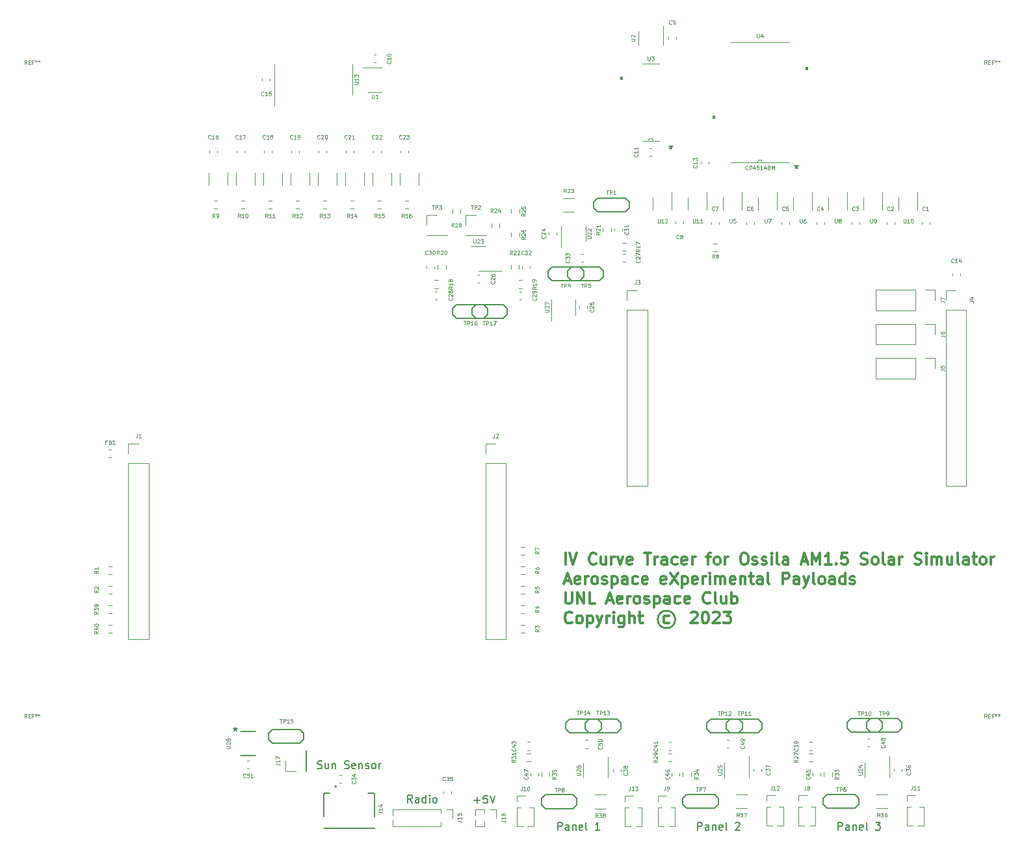
<source format=gbr>
%TF.GenerationSoftware,KiCad,Pcbnew,(5.1.10)-1*%
%TF.CreationDate,2023-07-09T15:29:34-05:00*%
%TF.ProjectId,multiplexer cell tester,6d756c74-6970-46c6-9578-65722063656c,A*%
%TF.SameCoordinates,Original*%
%TF.FileFunction,Legend,Top*%
%TF.FilePolarity,Positive*%
%FSLAX46Y46*%
G04 Gerber Fmt 4.6, Leading zero omitted, Abs format (unit mm)*
G04 Created by KiCad (PCBNEW (5.1.10)-1) date 2023-07-09 15:29:34*
%MOMM*%
%LPD*%
G01*
G04 APERTURE LIST*
%ADD10C,0.250000*%
%ADD11C,0.300000*%
%ADD12C,0.200000*%
%ADD13C,0.120000*%
%ADD14C,0.150000*%
%ADD15C,0.152400*%
%ADD16C,0.100000*%
%ADD17C,0.127000*%
G04 APERTURE END LIST*
D10*
X170109423Y-122237500D02*
G75*
G03*
X170109423Y-122237500I-1135923J0D01*
G01*
D11*
X155809642Y-115090571D02*
X155809642Y-113590571D01*
X156309642Y-113590571D02*
X156809642Y-115090571D01*
X157309642Y-113590571D01*
X159809642Y-114947714D02*
X159738214Y-115019142D01*
X159523928Y-115090571D01*
X159381071Y-115090571D01*
X159166785Y-115019142D01*
X159023928Y-114876285D01*
X158952500Y-114733428D01*
X158881071Y-114447714D01*
X158881071Y-114233428D01*
X158952500Y-113947714D01*
X159023928Y-113804857D01*
X159166785Y-113662000D01*
X159381071Y-113590571D01*
X159523928Y-113590571D01*
X159738214Y-113662000D01*
X159809642Y-113733428D01*
X161095357Y-114090571D02*
X161095357Y-115090571D01*
X160452500Y-114090571D02*
X160452500Y-114876285D01*
X160523928Y-115019142D01*
X160666785Y-115090571D01*
X160881071Y-115090571D01*
X161023928Y-115019142D01*
X161095357Y-114947714D01*
X161809642Y-115090571D02*
X161809642Y-114090571D01*
X161809642Y-114376285D02*
X161881071Y-114233428D01*
X161952500Y-114162000D01*
X162095357Y-114090571D01*
X162238214Y-114090571D01*
X162595357Y-114090571D02*
X162952500Y-115090571D01*
X163309642Y-114090571D01*
X164452500Y-115019142D02*
X164309642Y-115090571D01*
X164023928Y-115090571D01*
X163881071Y-115019142D01*
X163809642Y-114876285D01*
X163809642Y-114304857D01*
X163881071Y-114162000D01*
X164023928Y-114090571D01*
X164309642Y-114090571D01*
X164452500Y-114162000D01*
X164523928Y-114304857D01*
X164523928Y-114447714D01*
X163809642Y-114590571D01*
X166095357Y-113590571D02*
X166952500Y-113590571D01*
X166523928Y-115090571D02*
X166523928Y-113590571D01*
X167452500Y-115090571D02*
X167452500Y-114090571D01*
X167452500Y-114376285D02*
X167523928Y-114233428D01*
X167595357Y-114162000D01*
X167738214Y-114090571D01*
X167881071Y-114090571D01*
X169023928Y-115090571D02*
X169023928Y-114304857D01*
X168952500Y-114162000D01*
X168809642Y-114090571D01*
X168523928Y-114090571D01*
X168381071Y-114162000D01*
X169023928Y-115019142D02*
X168881071Y-115090571D01*
X168523928Y-115090571D01*
X168381071Y-115019142D01*
X168309642Y-114876285D01*
X168309642Y-114733428D01*
X168381071Y-114590571D01*
X168523928Y-114519142D01*
X168881071Y-114519142D01*
X169023928Y-114447714D01*
X170381071Y-115019142D02*
X170238214Y-115090571D01*
X169952500Y-115090571D01*
X169809642Y-115019142D01*
X169738214Y-114947714D01*
X169666785Y-114804857D01*
X169666785Y-114376285D01*
X169738214Y-114233428D01*
X169809642Y-114162000D01*
X169952500Y-114090571D01*
X170238214Y-114090571D01*
X170381071Y-114162000D01*
X171595357Y-115019142D02*
X171452500Y-115090571D01*
X171166785Y-115090571D01*
X171023928Y-115019142D01*
X170952500Y-114876285D01*
X170952500Y-114304857D01*
X171023928Y-114162000D01*
X171166785Y-114090571D01*
X171452500Y-114090571D01*
X171595357Y-114162000D01*
X171666785Y-114304857D01*
X171666785Y-114447714D01*
X170952500Y-114590571D01*
X172309642Y-115090571D02*
X172309642Y-114090571D01*
X172309642Y-114376285D02*
X172381071Y-114233428D01*
X172452500Y-114162000D01*
X172595357Y-114090571D01*
X172738214Y-114090571D01*
X174166785Y-114090571D02*
X174738214Y-114090571D01*
X174381071Y-115090571D02*
X174381071Y-113804857D01*
X174452500Y-113662000D01*
X174595357Y-113590571D01*
X174738214Y-113590571D01*
X175452500Y-115090571D02*
X175309642Y-115019142D01*
X175238214Y-114947714D01*
X175166785Y-114804857D01*
X175166785Y-114376285D01*
X175238214Y-114233428D01*
X175309642Y-114162000D01*
X175452500Y-114090571D01*
X175666785Y-114090571D01*
X175809642Y-114162000D01*
X175881071Y-114233428D01*
X175952500Y-114376285D01*
X175952500Y-114804857D01*
X175881071Y-114947714D01*
X175809642Y-115019142D01*
X175666785Y-115090571D01*
X175452500Y-115090571D01*
X176595357Y-115090571D02*
X176595357Y-114090571D01*
X176595357Y-114376285D02*
X176666785Y-114233428D01*
X176738214Y-114162000D01*
X176881071Y-114090571D01*
X177023928Y-114090571D01*
X178952500Y-113590571D02*
X179238214Y-113590571D01*
X179381071Y-113662000D01*
X179523928Y-113804857D01*
X179595357Y-114090571D01*
X179595357Y-114590571D01*
X179523928Y-114876285D01*
X179381071Y-115019142D01*
X179238214Y-115090571D01*
X178952500Y-115090571D01*
X178809642Y-115019142D01*
X178666785Y-114876285D01*
X178595357Y-114590571D01*
X178595357Y-114090571D01*
X178666785Y-113804857D01*
X178809642Y-113662000D01*
X178952500Y-113590571D01*
X180166785Y-115019142D02*
X180309642Y-115090571D01*
X180595357Y-115090571D01*
X180738214Y-115019142D01*
X180809642Y-114876285D01*
X180809642Y-114804857D01*
X180738214Y-114662000D01*
X180595357Y-114590571D01*
X180381071Y-114590571D01*
X180238214Y-114519142D01*
X180166785Y-114376285D01*
X180166785Y-114304857D01*
X180238214Y-114162000D01*
X180381071Y-114090571D01*
X180595357Y-114090571D01*
X180738214Y-114162000D01*
X181381071Y-115019142D02*
X181523928Y-115090571D01*
X181809642Y-115090571D01*
X181952500Y-115019142D01*
X182023928Y-114876285D01*
X182023928Y-114804857D01*
X181952500Y-114662000D01*
X181809642Y-114590571D01*
X181595357Y-114590571D01*
X181452500Y-114519142D01*
X181381071Y-114376285D01*
X181381071Y-114304857D01*
X181452500Y-114162000D01*
X181595357Y-114090571D01*
X181809642Y-114090571D01*
X181952500Y-114162000D01*
X182666785Y-115090571D02*
X182666785Y-114090571D01*
X182666785Y-113590571D02*
X182595357Y-113662000D01*
X182666785Y-113733428D01*
X182738214Y-113662000D01*
X182666785Y-113590571D01*
X182666785Y-113733428D01*
X183595357Y-115090571D02*
X183452500Y-115019142D01*
X183381071Y-114876285D01*
X183381071Y-113590571D01*
X184809642Y-115090571D02*
X184809642Y-114304857D01*
X184738214Y-114162000D01*
X184595357Y-114090571D01*
X184309642Y-114090571D01*
X184166785Y-114162000D01*
X184809642Y-115019142D02*
X184666785Y-115090571D01*
X184309642Y-115090571D01*
X184166785Y-115019142D01*
X184095357Y-114876285D01*
X184095357Y-114733428D01*
X184166785Y-114590571D01*
X184309642Y-114519142D01*
X184666785Y-114519142D01*
X184809642Y-114447714D01*
X186595357Y-114662000D02*
X187309642Y-114662000D01*
X186452500Y-115090571D02*
X186952500Y-113590571D01*
X187452500Y-115090571D01*
X187952500Y-115090571D02*
X187952500Y-113590571D01*
X188452500Y-114662000D01*
X188952500Y-113590571D01*
X188952500Y-115090571D01*
X190452500Y-115090571D02*
X189595357Y-115090571D01*
X190023928Y-115090571D02*
X190023928Y-113590571D01*
X189881071Y-113804857D01*
X189738214Y-113947714D01*
X189595357Y-114019142D01*
X191095357Y-114947714D02*
X191166785Y-115019142D01*
X191095357Y-115090571D01*
X191023928Y-115019142D01*
X191095357Y-114947714D01*
X191095357Y-115090571D01*
X192523928Y-113590571D02*
X191809642Y-113590571D01*
X191738214Y-114304857D01*
X191809642Y-114233428D01*
X191952500Y-114162000D01*
X192309642Y-114162000D01*
X192452500Y-114233428D01*
X192523928Y-114304857D01*
X192595357Y-114447714D01*
X192595357Y-114804857D01*
X192523928Y-114947714D01*
X192452500Y-115019142D01*
X192309642Y-115090571D01*
X191952500Y-115090571D01*
X191809642Y-115019142D01*
X191738214Y-114947714D01*
X194309642Y-115019142D02*
X194523928Y-115090571D01*
X194881071Y-115090571D01*
X195023928Y-115019142D01*
X195095357Y-114947714D01*
X195166785Y-114804857D01*
X195166785Y-114662000D01*
X195095357Y-114519142D01*
X195023928Y-114447714D01*
X194881071Y-114376285D01*
X194595357Y-114304857D01*
X194452500Y-114233428D01*
X194381071Y-114162000D01*
X194309642Y-114019142D01*
X194309642Y-113876285D01*
X194381071Y-113733428D01*
X194452500Y-113662000D01*
X194595357Y-113590571D01*
X194952500Y-113590571D01*
X195166785Y-113662000D01*
X196023928Y-115090571D02*
X195881071Y-115019142D01*
X195809642Y-114947714D01*
X195738214Y-114804857D01*
X195738214Y-114376285D01*
X195809642Y-114233428D01*
X195881071Y-114162000D01*
X196023928Y-114090571D01*
X196238214Y-114090571D01*
X196381071Y-114162000D01*
X196452500Y-114233428D01*
X196523928Y-114376285D01*
X196523928Y-114804857D01*
X196452500Y-114947714D01*
X196381071Y-115019142D01*
X196238214Y-115090571D01*
X196023928Y-115090571D01*
X197381071Y-115090571D02*
X197238214Y-115019142D01*
X197166785Y-114876285D01*
X197166785Y-113590571D01*
X198595357Y-115090571D02*
X198595357Y-114304857D01*
X198523928Y-114162000D01*
X198381071Y-114090571D01*
X198095357Y-114090571D01*
X197952500Y-114162000D01*
X198595357Y-115019142D02*
X198452500Y-115090571D01*
X198095357Y-115090571D01*
X197952500Y-115019142D01*
X197881071Y-114876285D01*
X197881071Y-114733428D01*
X197952500Y-114590571D01*
X198095357Y-114519142D01*
X198452500Y-114519142D01*
X198595357Y-114447714D01*
X199309642Y-115090571D02*
X199309642Y-114090571D01*
X199309642Y-114376285D02*
X199381071Y-114233428D01*
X199452500Y-114162000D01*
X199595357Y-114090571D01*
X199738214Y-114090571D01*
X201309642Y-115019142D02*
X201523928Y-115090571D01*
X201881071Y-115090571D01*
X202023928Y-115019142D01*
X202095357Y-114947714D01*
X202166785Y-114804857D01*
X202166785Y-114662000D01*
X202095357Y-114519142D01*
X202023928Y-114447714D01*
X201881071Y-114376285D01*
X201595357Y-114304857D01*
X201452499Y-114233428D01*
X201381071Y-114162000D01*
X201309642Y-114019142D01*
X201309642Y-113876285D01*
X201381071Y-113733428D01*
X201452499Y-113662000D01*
X201595357Y-113590571D01*
X201952499Y-113590571D01*
X202166785Y-113662000D01*
X202809642Y-115090571D02*
X202809642Y-114090571D01*
X202809642Y-113590571D02*
X202738214Y-113662000D01*
X202809642Y-113733428D01*
X202881071Y-113662000D01*
X202809642Y-113590571D01*
X202809642Y-113733428D01*
X203523928Y-115090571D02*
X203523928Y-114090571D01*
X203523928Y-114233428D02*
X203595357Y-114162000D01*
X203738214Y-114090571D01*
X203952499Y-114090571D01*
X204095357Y-114162000D01*
X204166785Y-114304857D01*
X204166785Y-115090571D01*
X204166785Y-114304857D02*
X204238214Y-114162000D01*
X204381071Y-114090571D01*
X204595357Y-114090571D01*
X204738214Y-114162000D01*
X204809642Y-114304857D01*
X204809642Y-115090571D01*
X206166785Y-114090571D02*
X206166785Y-115090571D01*
X205523928Y-114090571D02*
X205523928Y-114876285D01*
X205595357Y-115019142D01*
X205738214Y-115090571D01*
X205952499Y-115090571D01*
X206095357Y-115019142D01*
X206166785Y-114947714D01*
X207095357Y-115090571D02*
X206952499Y-115019142D01*
X206881071Y-114876285D01*
X206881071Y-113590571D01*
X208309642Y-115090571D02*
X208309642Y-114304857D01*
X208238214Y-114162000D01*
X208095357Y-114090571D01*
X207809642Y-114090571D01*
X207666785Y-114162000D01*
X208309642Y-115019142D02*
X208166785Y-115090571D01*
X207809642Y-115090571D01*
X207666785Y-115019142D01*
X207595357Y-114876285D01*
X207595357Y-114733428D01*
X207666785Y-114590571D01*
X207809642Y-114519142D01*
X208166785Y-114519142D01*
X208309642Y-114447714D01*
X208809642Y-114090571D02*
X209381071Y-114090571D01*
X209023928Y-113590571D02*
X209023928Y-114876285D01*
X209095357Y-115019142D01*
X209238214Y-115090571D01*
X209381071Y-115090571D01*
X210095357Y-115090571D02*
X209952499Y-115019142D01*
X209881071Y-114947714D01*
X209809642Y-114804857D01*
X209809642Y-114376285D01*
X209881071Y-114233428D01*
X209952499Y-114162000D01*
X210095357Y-114090571D01*
X210309642Y-114090571D01*
X210452499Y-114162000D01*
X210523928Y-114233428D01*
X210595357Y-114376285D01*
X210595357Y-114804857D01*
X210523928Y-114947714D01*
X210452499Y-115019142D01*
X210309642Y-115090571D01*
X210095357Y-115090571D01*
X211238214Y-115090571D02*
X211238214Y-114090571D01*
X211238214Y-114376285D02*
X211309642Y-114233428D01*
X211381071Y-114162000D01*
X211523928Y-114090571D01*
X211666785Y-114090571D01*
X155738214Y-117212000D02*
X156452500Y-117212000D01*
X155595357Y-117640571D02*
X156095357Y-116140571D01*
X156595357Y-117640571D01*
X157666785Y-117569142D02*
X157523928Y-117640571D01*
X157238214Y-117640571D01*
X157095357Y-117569142D01*
X157023928Y-117426285D01*
X157023928Y-116854857D01*
X157095357Y-116712000D01*
X157238214Y-116640571D01*
X157523928Y-116640571D01*
X157666785Y-116712000D01*
X157738214Y-116854857D01*
X157738214Y-116997714D01*
X157023928Y-117140571D01*
X158381071Y-117640571D02*
X158381071Y-116640571D01*
X158381071Y-116926285D02*
X158452500Y-116783428D01*
X158523928Y-116712000D01*
X158666785Y-116640571D01*
X158809642Y-116640571D01*
X159523928Y-117640571D02*
X159381071Y-117569142D01*
X159309642Y-117497714D01*
X159238214Y-117354857D01*
X159238214Y-116926285D01*
X159309642Y-116783428D01*
X159381071Y-116712000D01*
X159523928Y-116640571D01*
X159738214Y-116640571D01*
X159881071Y-116712000D01*
X159952500Y-116783428D01*
X160023928Y-116926285D01*
X160023928Y-117354857D01*
X159952500Y-117497714D01*
X159881071Y-117569142D01*
X159738214Y-117640571D01*
X159523928Y-117640571D01*
X160595357Y-117569142D02*
X160738214Y-117640571D01*
X161023928Y-117640571D01*
X161166785Y-117569142D01*
X161238214Y-117426285D01*
X161238214Y-117354857D01*
X161166785Y-117212000D01*
X161023928Y-117140571D01*
X160809642Y-117140571D01*
X160666785Y-117069142D01*
X160595357Y-116926285D01*
X160595357Y-116854857D01*
X160666785Y-116712000D01*
X160809642Y-116640571D01*
X161023928Y-116640571D01*
X161166785Y-116712000D01*
X161881071Y-116640571D02*
X161881071Y-118140571D01*
X161881071Y-116712000D02*
X162023928Y-116640571D01*
X162309642Y-116640571D01*
X162452500Y-116712000D01*
X162523928Y-116783428D01*
X162595357Y-116926285D01*
X162595357Y-117354857D01*
X162523928Y-117497714D01*
X162452500Y-117569142D01*
X162309642Y-117640571D01*
X162023928Y-117640571D01*
X161881071Y-117569142D01*
X163881071Y-117640571D02*
X163881071Y-116854857D01*
X163809642Y-116712000D01*
X163666785Y-116640571D01*
X163381071Y-116640571D01*
X163238214Y-116712000D01*
X163881071Y-117569142D02*
X163738214Y-117640571D01*
X163381071Y-117640571D01*
X163238214Y-117569142D01*
X163166785Y-117426285D01*
X163166785Y-117283428D01*
X163238214Y-117140571D01*
X163381071Y-117069142D01*
X163738214Y-117069142D01*
X163881071Y-116997714D01*
X165238214Y-117569142D02*
X165095357Y-117640571D01*
X164809642Y-117640571D01*
X164666785Y-117569142D01*
X164595357Y-117497714D01*
X164523928Y-117354857D01*
X164523928Y-116926285D01*
X164595357Y-116783428D01*
X164666785Y-116712000D01*
X164809642Y-116640571D01*
X165095357Y-116640571D01*
X165238214Y-116712000D01*
X166452500Y-117569142D02*
X166309642Y-117640571D01*
X166023928Y-117640571D01*
X165881071Y-117569142D01*
X165809642Y-117426285D01*
X165809642Y-116854857D01*
X165881071Y-116712000D01*
X166023928Y-116640571D01*
X166309642Y-116640571D01*
X166452500Y-116712000D01*
X166523928Y-116854857D01*
X166523928Y-116997714D01*
X165809642Y-117140571D01*
X168881071Y-117569142D02*
X168738214Y-117640571D01*
X168452500Y-117640571D01*
X168309642Y-117569142D01*
X168238214Y-117426285D01*
X168238214Y-116854857D01*
X168309642Y-116712000D01*
X168452500Y-116640571D01*
X168738214Y-116640571D01*
X168881071Y-116712000D01*
X168952500Y-116854857D01*
X168952500Y-116997714D01*
X168238214Y-117140571D01*
X169452500Y-116140571D02*
X170452500Y-117640571D01*
X170452500Y-116140571D02*
X169452500Y-117640571D01*
X171023928Y-116640571D02*
X171023928Y-118140571D01*
X171023928Y-116712000D02*
X171166785Y-116640571D01*
X171452500Y-116640571D01*
X171595357Y-116712000D01*
X171666785Y-116783428D01*
X171738214Y-116926285D01*
X171738214Y-117354857D01*
X171666785Y-117497714D01*
X171595357Y-117569142D01*
X171452500Y-117640571D01*
X171166785Y-117640571D01*
X171023928Y-117569142D01*
X172952500Y-117569142D02*
X172809642Y-117640571D01*
X172523928Y-117640571D01*
X172381071Y-117569142D01*
X172309642Y-117426285D01*
X172309642Y-116854857D01*
X172381071Y-116712000D01*
X172523928Y-116640571D01*
X172809642Y-116640571D01*
X172952500Y-116712000D01*
X173023928Y-116854857D01*
X173023928Y-116997714D01*
X172309642Y-117140571D01*
X173666785Y-117640571D02*
X173666785Y-116640571D01*
X173666785Y-116926285D02*
X173738214Y-116783428D01*
X173809642Y-116712000D01*
X173952500Y-116640571D01*
X174095357Y-116640571D01*
X174595357Y-117640571D02*
X174595357Y-116640571D01*
X174595357Y-116140571D02*
X174523928Y-116212000D01*
X174595357Y-116283428D01*
X174666785Y-116212000D01*
X174595357Y-116140571D01*
X174595357Y-116283428D01*
X175309642Y-117640571D02*
X175309642Y-116640571D01*
X175309642Y-116783428D02*
X175381071Y-116712000D01*
X175523928Y-116640571D01*
X175738214Y-116640571D01*
X175881071Y-116712000D01*
X175952500Y-116854857D01*
X175952500Y-117640571D01*
X175952500Y-116854857D02*
X176023928Y-116712000D01*
X176166785Y-116640571D01*
X176381071Y-116640571D01*
X176523928Y-116712000D01*
X176595357Y-116854857D01*
X176595357Y-117640571D01*
X177881071Y-117569142D02*
X177738214Y-117640571D01*
X177452500Y-117640571D01*
X177309642Y-117569142D01*
X177238214Y-117426285D01*
X177238214Y-116854857D01*
X177309642Y-116712000D01*
X177452500Y-116640571D01*
X177738214Y-116640571D01*
X177881071Y-116712000D01*
X177952500Y-116854857D01*
X177952500Y-116997714D01*
X177238214Y-117140571D01*
X178595357Y-116640571D02*
X178595357Y-117640571D01*
X178595357Y-116783428D02*
X178666785Y-116712000D01*
X178809642Y-116640571D01*
X179023928Y-116640571D01*
X179166785Y-116712000D01*
X179238214Y-116854857D01*
X179238214Y-117640571D01*
X179738214Y-116640571D02*
X180309642Y-116640571D01*
X179952500Y-116140571D02*
X179952500Y-117426285D01*
X180023928Y-117569142D01*
X180166785Y-117640571D01*
X180309642Y-117640571D01*
X181452500Y-117640571D02*
X181452500Y-116854857D01*
X181381071Y-116712000D01*
X181238214Y-116640571D01*
X180952500Y-116640571D01*
X180809642Y-116712000D01*
X181452500Y-117569142D02*
X181309642Y-117640571D01*
X180952500Y-117640571D01*
X180809642Y-117569142D01*
X180738214Y-117426285D01*
X180738214Y-117283428D01*
X180809642Y-117140571D01*
X180952500Y-117069142D01*
X181309642Y-117069142D01*
X181452500Y-116997714D01*
X182381071Y-117640571D02*
X182238214Y-117569142D01*
X182166785Y-117426285D01*
X182166785Y-116140571D01*
X184095357Y-117640571D02*
X184095357Y-116140571D01*
X184666785Y-116140571D01*
X184809642Y-116212000D01*
X184881071Y-116283428D01*
X184952500Y-116426285D01*
X184952500Y-116640571D01*
X184881071Y-116783428D01*
X184809642Y-116854857D01*
X184666785Y-116926285D01*
X184095357Y-116926285D01*
X186238214Y-117640571D02*
X186238214Y-116854857D01*
X186166785Y-116712000D01*
X186023928Y-116640571D01*
X185738214Y-116640571D01*
X185595357Y-116712000D01*
X186238214Y-117569142D02*
X186095357Y-117640571D01*
X185738214Y-117640571D01*
X185595357Y-117569142D01*
X185523928Y-117426285D01*
X185523928Y-117283428D01*
X185595357Y-117140571D01*
X185738214Y-117069142D01*
X186095357Y-117069142D01*
X186238214Y-116997714D01*
X186809642Y-116640571D02*
X187166785Y-117640571D01*
X187523928Y-116640571D02*
X187166785Y-117640571D01*
X187023928Y-117997714D01*
X186952500Y-118069142D01*
X186809642Y-118140571D01*
X188309642Y-117640571D02*
X188166785Y-117569142D01*
X188095357Y-117426285D01*
X188095357Y-116140571D01*
X189095357Y-117640571D02*
X188952500Y-117569142D01*
X188881071Y-117497714D01*
X188809642Y-117354857D01*
X188809642Y-116926285D01*
X188881071Y-116783428D01*
X188952500Y-116712000D01*
X189095357Y-116640571D01*
X189309642Y-116640571D01*
X189452500Y-116712000D01*
X189523928Y-116783428D01*
X189595357Y-116926285D01*
X189595357Y-117354857D01*
X189523928Y-117497714D01*
X189452500Y-117569142D01*
X189309642Y-117640571D01*
X189095357Y-117640571D01*
X190881071Y-117640571D02*
X190881071Y-116854857D01*
X190809642Y-116712000D01*
X190666785Y-116640571D01*
X190381071Y-116640571D01*
X190238214Y-116712000D01*
X190881071Y-117569142D02*
X190738214Y-117640571D01*
X190381071Y-117640571D01*
X190238214Y-117569142D01*
X190166785Y-117426285D01*
X190166785Y-117283428D01*
X190238214Y-117140571D01*
X190381071Y-117069142D01*
X190738214Y-117069142D01*
X190881071Y-116997714D01*
X192238214Y-117640571D02*
X192238214Y-116140571D01*
X192238214Y-117569142D02*
X192095357Y-117640571D01*
X191809642Y-117640571D01*
X191666785Y-117569142D01*
X191595357Y-117497714D01*
X191523928Y-117354857D01*
X191523928Y-116926285D01*
X191595357Y-116783428D01*
X191666785Y-116712000D01*
X191809642Y-116640571D01*
X192095357Y-116640571D01*
X192238214Y-116712000D01*
X192881071Y-117569142D02*
X193023928Y-117640571D01*
X193309642Y-117640571D01*
X193452500Y-117569142D01*
X193523928Y-117426285D01*
X193523928Y-117354857D01*
X193452500Y-117212000D01*
X193309642Y-117140571D01*
X193095357Y-117140571D01*
X192952500Y-117069142D01*
X192881071Y-116926285D01*
X192881071Y-116854857D01*
X192952500Y-116712000D01*
X193095357Y-116640571D01*
X193309642Y-116640571D01*
X193452500Y-116712000D01*
X155809642Y-118690571D02*
X155809642Y-119904857D01*
X155881071Y-120047714D01*
X155952500Y-120119142D01*
X156095357Y-120190571D01*
X156381071Y-120190571D01*
X156523928Y-120119142D01*
X156595357Y-120047714D01*
X156666785Y-119904857D01*
X156666785Y-118690571D01*
X157381071Y-120190571D02*
X157381071Y-118690571D01*
X158238214Y-120190571D01*
X158238214Y-118690571D01*
X159666785Y-120190571D02*
X158952500Y-120190571D01*
X158952500Y-118690571D01*
X161238214Y-119762000D02*
X161952500Y-119762000D01*
X161095357Y-120190571D02*
X161595357Y-118690571D01*
X162095357Y-120190571D01*
X163166785Y-120119142D02*
X163023928Y-120190571D01*
X162738214Y-120190571D01*
X162595357Y-120119142D01*
X162523928Y-119976285D01*
X162523928Y-119404857D01*
X162595357Y-119262000D01*
X162738214Y-119190571D01*
X163023928Y-119190571D01*
X163166785Y-119262000D01*
X163238214Y-119404857D01*
X163238214Y-119547714D01*
X162523928Y-119690571D01*
X163881071Y-120190571D02*
X163881071Y-119190571D01*
X163881071Y-119476285D02*
X163952500Y-119333428D01*
X164023928Y-119262000D01*
X164166785Y-119190571D01*
X164309642Y-119190571D01*
X165023928Y-120190571D02*
X164881071Y-120119142D01*
X164809642Y-120047714D01*
X164738214Y-119904857D01*
X164738214Y-119476285D01*
X164809642Y-119333428D01*
X164881071Y-119262000D01*
X165023928Y-119190571D01*
X165238214Y-119190571D01*
X165381071Y-119262000D01*
X165452500Y-119333428D01*
X165523928Y-119476285D01*
X165523928Y-119904857D01*
X165452500Y-120047714D01*
X165381071Y-120119142D01*
X165238214Y-120190571D01*
X165023928Y-120190571D01*
X166095357Y-120119142D02*
X166238214Y-120190571D01*
X166523928Y-120190571D01*
X166666785Y-120119142D01*
X166738214Y-119976285D01*
X166738214Y-119904857D01*
X166666785Y-119762000D01*
X166523928Y-119690571D01*
X166309642Y-119690571D01*
X166166785Y-119619142D01*
X166095357Y-119476285D01*
X166095357Y-119404857D01*
X166166785Y-119262000D01*
X166309642Y-119190571D01*
X166523928Y-119190571D01*
X166666785Y-119262000D01*
X167381071Y-119190571D02*
X167381071Y-120690571D01*
X167381071Y-119262000D02*
X167523928Y-119190571D01*
X167809642Y-119190571D01*
X167952500Y-119262000D01*
X168023928Y-119333428D01*
X168095357Y-119476285D01*
X168095357Y-119904857D01*
X168023928Y-120047714D01*
X167952500Y-120119142D01*
X167809642Y-120190571D01*
X167523928Y-120190571D01*
X167381071Y-120119142D01*
X169381071Y-120190571D02*
X169381071Y-119404857D01*
X169309642Y-119262000D01*
X169166785Y-119190571D01*
X168881071Y-119190571D01*
X168738214Y-119262000D01*
X169381071Y-120119142D02*
X169238214Y-120190571D01*
X168881071Y-120190571D01*
X168738214Y-120119142D01*
X168666785Y-119976285D01*
X168666785Y-119833428D01*
X168738214Y-119690571D01*
X168881071Y-119619142D01*
X169238214Y-119619142D01*
X169381071Y-119547714D01*
X170738214Y-120119142D02*
X170595357Y-120190571D01*
X170309642Y-120190571D01*
X170166785Y-120119142D01*
X170095357Y-120047714D01*
X170023928Y-119904857D01*
X170023928Y-119476285D01*
X170095357Y-119333428D01*
X170166785Y-119262000D01*
X170309642Y-119190571D01*
X170595357Y-119190571D01*
X170738214Y-119262000D01*
X171952500Y-120119142D02*
X171809642Y-120190571D01*
X171523928Y-120190571D01*
X171381071Y-120119142D01*
X171309642Y-119976285D01*
X171309642Y-119404857D01*
X171381071Y-119262000D01*
X171523928Y-119190571D01*
X171809642Y-119190571D01*
X171952500Y-119262000D01*
X172023928Y-119404857D01*
X172023928Y-119547714D01*
X171309642Y-119690571D01*
X174666785Y-120047714D02*
X174595357Y-120119142D01*
X174381071Y-120190571D01*
X174238214Y-120190571D01*
X174023928Y-120119142D01*
X173881071Y-119976285D01*
X173809642Y-119833428D01*
X173738214Y-119547714D01*
X173738214Y-119333428D01*
X173809642Y-119047714D01*
X173881071Y-118904857D01*
X174023928Y-118762000D01*
X174238214Y-118690571D01*
X174381071Y-118690571D01*
X174595357Y-118762000D01*
X174666785Y-118833428D01*
X175523928Y-120190571D02*
X175381071Y-120119142D01*
X175309642Y-119976285D01*
X175309642Y-118690571D01*
X176738214Y-119190571D02*
X176738214Y-120190571D01*
X176095357Y-119190571D02*
X176095357Y-119976285D01*
X176166785Y-120119142D01*
X176309642Y-120190571D01*
X176523928Y-120190571D01*
X176666785Y-120119142D01*
X176738214Y-120047714D01*
X177452500Y-120190571D02*
X177452500Y-118690571D01*
X177452500Y-119262000D02*
X177595357Y-119190571D01*
X177881071Y-119190571D01*
X178023928Y-119262000D01*
X178095357Y-119333428D01*
X178166785Y-119476285D01*
X178166785Y-119904857D01*
X178095357Y-120047714D01*
X178023928Y-120119142D01*
X177881071Y-120190571D01*
X177595357Y-120190571D01*
X177452500Y-120119142D01*
X156666785Y-122597714D02*
X156595357Y-122669142D01*
X156381071Y-122740571D01*
X156238214Y-122740571D01*
X156023928Y-122669142D01*
X155881071Y-122526285D01*
X155809642Y-122383428D01*
X155738214Y-122097714D01*
X155738214Y-121883428D01*
X155809642Y-121597714D01*
X155881071Y-121454857D01*
X156023928Y-121312000D01*
X156238214Y-121240571D01*
X156381071Y-121240571D01*
X156595357Y-121312000D01*
X156666785Y-121383428D01*
X157523928Y-122740571D02*
X157381071Y-122669142D01*
X157309642Y-122597714D01*
X157238214Y-122454857D01*
X157238214Y-122026285D01*
X157309642Y-121883428D01*
X157381071Y-121812000D01*
X157523928Y-121740571D01*
X157738214Y-121740571D01*
X157881071Y-121812000D01*
X157952500Y-121883428D01*
X158023928Y-122026285D01*
X158023928Y-122454857D01*
X157952500Y-122597714D01*
X157881071Y-122669142D01*
X157738214Y-122740571D01*
X157523928Y-122740571D01*
X158666785Y-121740571D02*
X158666785Y-123240571D01*
X158666785Y-121812000D02*
X158809642Y-121740571D01*
X159095357Y-121740571D01*
X159238214Y-121812000D01*
X159309642Y-121883428D01*
X159381071Y-122026285D01*
X159381071Y-122454857D01*
X159309642Y-122597714D01*
X159238214Y-122669142D01*
X159095357Y-122740571D01*
X158809642Y-122740571D01*
X158666785Y-122669142D01*
X159881071Y-121740571D02*
X160238214Y-122740571D01*
X160595357Y-121740571D02*
X160238214Y-122740571D01*
X160095357Y-123097714D01*
X160023928Y-123169142D01*
X159881071Y-123240571D01*
X161166785Y-122740571D02*
X161166785Y-121740571D01*
X161166785Y-122026285D02*
X161238214Y-121883428D01*
X161309642Y-121812000D01*
X161452500Y-121740571D01*
X161595357Y-121740571D01*
X162095357Y-122740571D02*
X162095357Y-121740571D01*
X162095357Y-121240571D02*
X162023928Y-121312000D01*
X162095357Y-121383428D01*
X162166785Y-121312000D01*
X162095357Y-121240571D01*
X162095357Y-121383428D01*
X163452500Y-121740571D02*
X163452500Y-122954857D01*
X163381071Y-123097714D01*
X163309642Y-123169142D01*
X163166785Y-123240571D01*
X162952500Y-123240571D01*
X162809642Y-123169142D01*
X163452500Y-122669142D02*
X163309642Y-122740571D01*
X163023928Y-122740571D01*
X162881071Y-122669142D01*
X162809642Y-122597714D01*
X162738214Y-122454857D01*
X162738214Y-122026285D01*
X162809642Y-121883428D01*
X162881071Y-121812000D01*
X163023928Y-121740571D01*
X163309642Y-121740571D01*
X163452500Y-121812000D01*
X164166785Y-122740571D02*
X164166785Y-121240571D01*
X164809642Y-122740571D02*
X164809642Y-121954857D01*
X164738214Y-121812000D01*
X164595357Y-121740571D01*
X164381071Y-121740571D01*
X164238214Y-121812000D01*
X164166785Y-121883428D01*
X165309642Y-121740571D02*
X165881071Y-121740571D01*
X165523928Y-121240571D02*
X165523928Y-122526285D01*
X165595357Y-122669142D01*
X165738214Y-122740571D01*
X165881071Y-122740571D01*
X169309642Y-122669142D02*
X169166785Y-122740571D01*
X168881071Y-122740571D01*
X168738214Y-122669142D01*
X168666785Y-122597714D01*
X168595357Y-122454857D01*
X168595357Y-122026285D01*
X168666785Y-121883428D01*
X168738214Y-121812000D01*
X168881071Y-121740571D01*
X169166785Y-121740571D01*
X169309642Y-121812000D01*
X172166785Y-121383428D02*
X172238214Y-121312000D01*
X172381071Y-121240571D01*
X172738214Y-121240571D01*
X172881071Y-121312000D01*
X172952500Y-121383428D01*
X173023928Y-121526285D01*
X173023928Y-121669142D01*
X172952500Y-121883428D01*
X172095357Y-122740571D01*
X173023928Y-122740571D01*
X173952500Y-121240571D02*
X174095357Y-121240571D01*
X174238214Y-121312000D01*
X174309642Y-121383428D01*
X174381071Y-121526285D01*
X174452500Y-121812000D01*
X174452500Y-122169142D01*
X174381071Y-122454857D01*
X174309642Y-122597714D01*
X174238214Y-122669142D01*
X174095357Y-122740571D01*
X173952500Y-122740571D01*
X173809642Y-122669142D01*
X173738214Y-122597714D01*
X173666785Y-122454857D01*
X173595357Y-122169142D01*
X173595357Y-121812000D01*
X173666785Y-121526285D01*
X173738214Y-121383428D01*
X173809642Y-121312000D01*
X173952500Y-121240571D01*
X175023928Y-121383428D02*
X175095357Y-121312000D01*
X175238214Y-121240571D01*
X175595357Y-121240571D01*
X175738214Y-121312000D01*
X175809642Y-121383428D01*
X175881071Y-121526285D01*
X175881071Y-121669142D01*
X175809642Y-121883428D01*
X174952500Y-122740571D01*
X175881071Y-122740571D01*
X176381071Y-121240571D02*
X177309642Y-121240571D01*
X176809642Y-121812000D01*
X177023928Y-121812000D01*
X177166785Y-121883428D01*
X177238214Y-121954857D01*
X177309642Y-122097714D01*
X177309642Y-122454857D01*
X177238214Y-122597714D01*
X177166785Y-122669142D01*
X177023928Y-122740571D01*
X176595357Y-122740571D01*
X176452500Y-122669142D01*
X176381071Y-122597714D01*
D12*
X123539761Y-141628761D02*
X123682619Y-141676380D01*
X123920714Y-141676380D01*
X124015952Y-141628761D01*
X124063571Y-141581142D01*
X124111190Y-141485904D01*
X124111190Y-141390666D01*
X124063571Y-141295428D01*
X124015952Y-141247809D01*
X123920714Y-141200190D01*
X123730238Y-141152571D01*
X123635000Y-141104952D01*
X123587380Y-141057333D01*
X123539761Y-140962095D01*
X123539761Y-140866857D01*
X123587380Y-140771619D01*
X123635000Y-140724000D01*
X123730238Y-140676380D01*
X123968333Y-140676380D01*
X124111190Y-140724000D01*
X124968333Y-141009714D02*
X124968333Y-141676380D01*
X124539761Y-141009714D02*
X124539761Y-141533523D01*
X124587380Y-141628761D01*
X124682619Y-141676380D01*
X124825476Y-141676380D01*
X124920714Y-141628761D01*
X124968333Y-141581142D01*
X125444523Y-141009714D02*
X125444523Y-141676380D01*
X125444523Y-141104952D02*
X125492142Y-141057333D01*
X125587380Y-141009714D01*
X125730238Y-141009714D01*
X125825476Y-141057333D01*
X125873095Y-141152571D01*
X125873095Y-141676380D01*
X127063571Y-141628761D02*
X127206428Y-141676380D01*
X127444523Y-141676380D01*
X127539761Y-141628761D01*
X127587380Y-141581142D01*
X127635000Y-141485904D01*
X127635000Y-141390666D01*
X127587380Y-141295428D01*
X127539761Y-141247809D01*
X127444523Y-141200190D01*
X127254047Y-141152571D01*
X127158809Y-141104952D01*
X127111190Y-141057333D01*
X127063571Y-140962095D01*
X127063571Y-140866857D01*
X127111190Y-140771619D01*
X127158809Y-140724000D01*
X127254047Y-140676380D01*
X127492142Y-140676380D01*
X127635000Y-140724000D01*
X128444523Y-141628761D02*
X128349285Y-141676380D01*
X128158809Y-141676380D01*
X128063571Y-141628761D01*
X128015952Y-141533523D01*
X128015952Y-141152571D01*
X128063571Y-141057333D01*
X128158809Y-141009714D01*
X128349285Y-141009714D01*
X128444523Y-141057333D01*
X128492142Y-141152571D01*
X128492142Y-141247809D01*
X128015952Y-141343047D01*
X128920714Y-141009714D02*
X128920714Y-141676380D01*
X128920714Y-141104952D02*
X128968333Y-141057333D01*
X129063571Y-141009714D01*
X129206428Y-141009714D01*
X129301666Y-141057333D01*
X129349285Y-141152571D01*
X129349285Y-141676380D01*
X129777857Y-141628761D02*
X129873095Y-141676380D01*
X130063571Y-141676380D01*
X130158809Y-141628761D01*
X130206428Y-141533523D01*
X130206428Y-141485904D01*
X130158809Y-141390666D01*
X130063571Y-141343047D01*
X129920714Y-141343047D01*
X129825476Y-141295428D01*
X129777857Y-141200190D01*
X129777857Y-141152571D01*
X129825476Y-141057333D01*
X129920714Y-141009714D01*
X130063571Y-141009714D01*
X130158809Y-141057333D01*
X130777857Y-141676380D02*
X130682619Y-141628761D01*
X130635000Y-141581142D01*
X130587380Y-141485904D01*
X130587380Y-141200190D01*
X130635000Y-141104952D01*
X130682619Y-141057333D01*
X130777857Y-141009714D01*
X130920714Y-141009714D01*
X131015952Y-141057333D01*
X131063571Y-141104952D01*
X131111190Y-141200190D01*
X131111190Y-141485904D01*
X131063571Y-141581142D01*
X131015952Y-141628761D01*
X130920714Y-141676380D01*
X130777857Y-141676380D01*
X131539761Y-141676380D02*
X131539761Y-141009714D01*
X131539761Y-141200190D02*
X131587380Y-141104952D01*
X131635000Y-141057333D01*
X131730238Y-141009714D01*
X131825476Y-141009714D01*
X143938785Y-145803928D02*
X144700690Y-145803928D01*
X144319738Y-146184880D02*
X144319738Y-145422976D01*
X145653071Y-145184880D02*
X145176880Y-145184880D01*
X145129261Y-145661071D01*
X145176880Y-145613452D01*
X145272119Y-145565833D01*
X145510214Y-145565833D01*
X145605452Y-145613452D01*
X145653071Y-145661071D01*
X145700690Y-145756309D01*
X145700690Y-145994404D01*
X145653071Y-146089642D01*
X145605452Y-146137261D01*
X145510214Y-146184880D01*
X145272119Y-146184880D01*
X145176880Y-146137261D01*
X145129261Y-146089642D01*
X145986404Y-145184880D02*
X146319738Y-146184880D01*
X146653071Y-145184880D01*
X135874285Y-146121380D02*
X135540952Y-145645190D01*
X135302857Y-146121380D02*
X135302857Y-145121380D01*
X135683809Y-145121380D01*
X135779047Y-145169000D01*
X135826666Y-145216619D01*
X135874285Y-145311857D01*
X135874285Y-145454714D01*
X135826666Y-145549952D01*
X135779047Y-145597571D01*
X135683809Y-145645190D01*
X135302857Y-145645190D01*
X136731428Y-146121380D02*
X136731428Y-145597571D01*
X136683809Y-145502333D01*
X136588571Y-145454714D01*
X136398095Y-145454714D01*
X136302857Y-145502333D01*
X136731428Y-146073761D02*
X136636190Y-146121380D01*
X136398095Y-146121380D01*
X136302857Y-146073761D01*
X136255238Y-145978523D01*
X136255238Y-145883285D01*
X136302857Y-145788047D01*
X136398095Y-145740428D01*
X136636190Y-145740428D01*
X136731428Y-145692809D01*
X137636190Y-146121380D02*
X137636190Y-145121380D01*
X137636190Y-146073761D02*
X137540952Y-146121380D01*
X137350476Y-146121380D01*
X137255238Y-146073761D01*
X137207619Y-146026142D01*
X137160000Y-145930904D01*
X137160000Y-145645190D01*
X137207619Y-145549952D01*
X137255238Y-145502333D01*
X137350476Y-145454714D01*
X137540952Y-145454714D01*
X137636190Y-145502333D01*
X138112380Y-146121380D02*
X138112380Y-145454714D01*
X138112380Y-145121380D02*
X138064761Y-145169000D01*
X138112380Y-145216619D01*
X138160000Y-145169000D01*
X138112380Y-145121380D01*
X138112380Y-145216619D01*
X138731428Y-146121380D02*
X138636190Y-146073761D01*
X138588571Y-146026142D01*
X138540952Y-145930904D01*
X138540952Y-145645190D01*
X138588571Y-145549952D01*
X138636190Y-145502333D01*
X138731428Y-145454714D01*
X138874285Y-145454714D01*
X138969523Y-145502333D01*
X139017142Y-145549952D01*
X139064761Y-145645190D01*
X139064761Y-145930904D01*
X139017142Y-146026142D01*
X138969523Y-146073761D01*
X138874285Y-146121380D01*
X138731428Y-146121380D01*
X191341714Y-149677380D02*
X191341714Y-148677380D01*
X191722666Y-148677380D01*
X191817904Y-148725000D01*
X191865523Y-148772619D01*
X191913142Y-148867857D01*
X191913142Y-149010714D01*
X191865523Y-149105952D01*
X191817904Y-149153571D01*
X191722666Y-149201190D01*
X191341714Y-149201190D01*
X192770285Y-149677380D02*
X192770285Y-149153571D01*
X192722666Y-149058333D01*
X192627428Y-149010714D01*
X192436952Y-149010714D01*
X192341714Y-149058333D01*
X192770285Y-149629761D02*
X192675047Y-149677380D01*
X192436952Y-149677380D01*
X192341714Y-149629761D01*
X192294095Y-149534523D01*
X192294095Y-149439285D01*
X192341714Y-149344047D01*
X192436952Y-149296428D01*
X192675047Y-149296428D01*
X192770285Y-149248809D01*
X193246476Y-149010714D02*
X193246476Y-149677380D01*
X193246476Y-149105952D02*
X193294095Y-149058333D01*
X193389333Y-149010714D01*
X193532190Y-149010714D01*
X193627428Y-149058333D01*
X193675047Y-149153571D01*
X193675047Y-149677380D01*
X194532190Y-149629761D02*
X194436952Y-149677380D01*
X194246476Y-149677380D01*
X194151238Y-149629761D01*
X194103619Y-149534523D01*
X194103619Y-149153571D01*
X194151238Y-149058333D01*
X194246476Y-149010714D01*
X194436952Y-149010714D01*
X194532190Y-149058333D01*
X194579809Y-149153571D01*
X194579809Y-149248809D01*
X194103619Y-149344047D01*
X195151238Y-149677380D02*
X195056000Y-149629761D01*
X195008380Y-149534523D01*
X195008380Y-148677380D01*
X196198857Y-148677380D02*
X196817904Y-148677380D01*
X196484571Y-149058333D01*
X196627428Y-149058333D01*
X196722666Y-149105952D01*
X196770285Y-149153571D01*
X196817904Y-149248809D01*
X196817904Y-149486904D01*
X196770285Y-149582142D01*
X196722666Y-149629761D01*
X196627428Y-149677380D01*
X196341714Y-149677380D01*
X196246476Y-149629761D01*
X196198857Y-149582142D01*
X173053714Y-149677380D02*
X173053714Y-148677380D01*
X173434666Y-148677380D01*
X173529904Y-148725000D01*
X173577523Y-148772619D01*
X173625142Y-148867857D01*
X173625142Y-149010714D01*
X173577523Y-149105952D01*
X173529904Y-149153571D01*
X173434666Y-149201190D01*
X173053714Y-149201190D01*
X174482285Y-149677380D02*
X174482285Y-149153571D01*
X174434666Y-149058333D01*
X174339428Y-149010714D01*
X174148952Y-149010714D01*
X174053714Y-149058333D01*
X174482285Y-149629761D02*
X174387047Y-149677380D01*
X174148952Y-149677380D01*
X174053714Y-149629761D01*
X174006095Y-149534523D01*
X174006095Y-149439285D01*
X174053714Y-149344047D01*
X174148952Y-149296428D01*
X174387047Y-149296428D01*
X174482285Y-149248809D01*
X174958476Y-149010714D02*
X174958476Y-149677380D01*
X174958476Y-149105952D02*
X175006095Y-149058333D01*
X175101333Y-149010714D01*
X175244190Y-149010714D01*
X175339428Y-149058333D01*
X175387047Y-149153571D01*
X175387047Y-149677380D01*
X176244190Y-149629761D02*
X176148952Y-149677380D01*
X175958476Y-149677380D01*
X175863238Y-149629761D01*
X175815619Y-149534523D01*
X175815619Y-149153571D01*
X175863238Y-149058333D01*
X175958476Y-149010714D01*
X176148952Y-149010714D01*
X176244190Y-149058333D01*
X176291809Y-149153571D01*
X176291809Y-149248809D01*
X175815619Y-149344047D01*
X176863238Y-149677380D02*
X176768000Y-149629761D01*
X176720380Y-149534523D01*
X176720380Y-148677380D01*
X177958476Y-148772619D02*
X178006095Y-148725000D01*
X178101333Y-148677380D01*
X178339428Y-148677380D01*
X178434666Y-148725000D01*
X178482285Y-148772619D01*
X178529904Y-148867857D01*
X178529904Y-148963095D01*
X178482285Y-149105952D01*
X177910857Y-149677380D01*
X178529904Y-149677380D01*
X154829214Y-149677380D02*
X154829214Y-148677380D01*
X155210166Y-148677380D01*
X155305404Y-148725000D01*
X155353023Y-148772619D01*
X155400642Y-148867857D01*
X155400642Y-149010714D01*
X155353023Y-149105952D01*
X155305404Y-149153571D01*
X155210166Y-149201190D01*
X154829214Y-149201190D01*
X156257785Y-149677380D02*
X156257785Y-149153571D01*
X156210166Y-149058333D01*
X156114928Y-149010714D01*
X155924452Y-149010714D01*
X155829214Y-149058333D01*
X156257785Y-149629761D02*
X156162547Y-149677380D01*
X155924452Y-149677380D01*
X155829214Y-149629761D01*
X155781595Y-149534523D01*
X155781595Y-149439285D01*
X155829214Y-149344047D01*
X155924452Y-149296428D01*
X156162547Y-149296428D01*
X156257785Y-149248809D01*
X156733976Y-149010714D02*
X156733976Y-149677380D01*
X156733976Y-149105952D02*
X156781595Y-149058333D01*
X156876833Y-149010714D01*
X157019690Y-149010714D01*
X157114928Y-149058333D01*
X157162547Y-149153571D01*
X157162547Y-149677380D01*
X158019690Y-149629761D02*
X157924452Y-149677380D01*
X157733976Y-149677380D01*
X157638738Y-149629761D01*
X157591119Y-149534523D01*
X157591119Y-149153571D01*
X157638738Y-149058333D01*
X157733976Y-149010714D01*
X157924452Y-149010714D01*
X158019690Y-149058333D01*
X158067309Y-149153571D01*
X158067309Y-149248809D01*
X157591119Y-149344047D01*
X158638738Y-149677380D02*
X158543500Y-149629761D01*
X158495880Y-149534523D01*
X158495880Y-148677380D01*
X160305404Y-149677380D02*
X159733976Y-149677380D01*
X160019690Y-149677380D02*
X160019690Y-148677380D01*
X159924452Y-148820238D01*
X159829214Y-148915476D01*
X159733976Y-148963095D01*
D13*
%TO.C,R8*%
X175086242Y-74309500D02*
X175560758Y-74309500D01*
X175086242Y-73264500D02*
X175560758Y-73264500D01*
%TO.C,C10*%
X131141080Y-48639000D02*
X130859920Y-48639000D01*
X131141080Y-49659000D02*
X130859920Y-49659000D01*
%TO.C,U2*%
X168526100Y-47356600D02*
X168526100Y-44906600D01*
X165306100Y-45556600D02*
X165306100Y-47356600D01*
%TO.C,U1*%
X131900500Y-50333000D02*
X129450500Y-50333000D01*
X130100500Y-53553000D02*
X131900500Y-53553000D01*
%TO.C,U23*%
X144462500Y-76804000D02*
X147462500Y-76804000D01*
X143462500Y-73564000D02*
X145462500Y-73564000D01*
D14*
%TO.C,TP17*%
X148235700Y-82492800D02*
X147735700Y-82992800D01*
X148235700Y-81692800D02*
X148235700Y-82492800D01*
X147735700Y-81192800D02*
X148235700Y-81692800D01*
X144135700Y-81192800D02*
X147735700Y-81192800D01*
X143635700Y-81692800D02*
X144135700Y-81192800D01*
X143635700Y-82492800D02*
X143635700Y-81692800D01*
X144135700Y-82992800D02*
X143635700Y-82492800D01*
X147735700Y-82992800D02*
X144135700Y-82992800D01*
%TO.C,TP16*%
X141095700Y-81692800D02*
X141595700Y-81192800D01*
X141095700Y-82492800D02*
X141095700Y-81692800D01*
X141595700Y-82992800D02*
X141095700Y-82492800D01*
X145195700Y-82992800D02*
X141595700Y-82992800D01*
X145695700Y-82492800D02*
X145195700Y-82992800D01*
X145695700Y-81692800D02*
X145695700Y-82492800D01*
X145195700Y-81192800D02*
X145695700Y-81692800D01*
X141595700Y-81192800D02*
X145195700Y-81192800D01*
D13*
%TO.C,R28*%
X142127500Y-69261758D02*
X142127500Y-68787242D01*
X141082500Y-69261758D02*
X141082500Y-68787242D01*
%TO.C,R20*%
X140222500Y-76564258D02*
X140222500Y-76089742D01*
X139177500Y-76564258D02*
X139177500Y-76089742D01*
%TO.C,R18*%
X139213358Y-78027000D02*
X138738842Y-78027000D01*
X139213358Y-79072000D02*
X138738842Y-79072000D01*
%TO.C,C30*%
X138749500Y-76467580D02*
X138749500Y-76186420D01*
X137729500Y-76467580D02*
X137729500Y-76186420D01*
%TO.C,C28*%
X139116680Y-79500000D02*
X138835520Y-79500000D01*
X139116680Y-80520000D02*
X138835520Y-80520000D01*
D15*
%TO.C,U28*%
X115493800Y-136855200D02*
X113487200Y-136855200D01*
X113487200Y-140004800D02*
X115493800Y-140004800D01*
D13*
%TO.C,U27*%
X157149800Y-82537300D02*
X157149800Y-80530700D01*
X154000200Y-80530700D02*
X154000200Y-83312000D01*
D14*
%TO.C,TP15*%
X117143500Y-137077500D02*
X117643500Y-136577500D01*
X117143500Y-137877500D02*
X117143500Y-137077500D01*
X117643500Y-138377500D02*
X117143500Y-137877500D01*
X121243500Y-138377500D02*
X117643500Y-138377500D01*
X121743500Y-137877500D02*
X121243500Y-138377500D01*
X121743500Y-137077500D02*
X121743500Y-137877500D01*
X121243500Y-136577500D02*
X121743500Y-137077500D01*
X117643500Y-136577500D02*
X121243500Y-136577500D01*
D13*
%TO.C,J17*%
X119383500Y-141982500D02*
X119383500Y-140652500D01*
X120713500Y-141982500D02*
X119383500Y-141982500D01*
X121983500Y-141982500D02*
X121983500Y-139322500D01*
X121983500Y-139322500D02*
X122043500Y-139322500D01*
X121983500Y-141982500D02*
X122043500Y-141982500D01*
X122043500Y-141982500D02*
X122043500Y-139322500D01*
%TO.C,C51*%
X114631080Y-140650500D02*
X114349920Y-140650500D01*
X114631080Y-141670500D02*
X114349920Y-141670500D01*
%TO.C,U26*%
X158100500Y-140970000D02*
X158100500Y-142875000D01*
X161304500Y-142875000D02*
X161304500Y-140144500D01*
%TO.C,U25*%
X176515500Y-140906500D02*
X176515500Y-142811500D01*
X179719500Y-142811500D02*
X179719500Y-140081000D01*
%TO.C,U24*%
X194803500Y-140906500D02*
X194803500Y-142811500D01*
X198007500Y-142811500D02*
X198007500Y-140081000D01*
%TO.C,U22*%
X158447000Y-72898000D02*
X158447000Y-70993000D01*
X155243000Y-70993000D02*
X155243000Y-73723500D01*
%TO.C,U21*%
X136677400Y-65633600D02*
X136677400Y-64033400D01*
X134213600Y-64033400D02*
X134213600Y-65633600D01*
%TO.C,U20*%
X133121400Y-65633600D02*
X133121400Y-64033400D01*
X130657600Y-64033400D02*
X130657600Y-65633600D01*
%TO.C,U19*%
X129565400Y-65633600D02*
X129565400Y-64033400D01*
X127101600Y-64033400D02*
X127101600Y-65633600D01*
%TO.C,U18*%
X126009400Y-65633600D02*
X126009400Y-64033400D01*
X123545600Y-64033400D02*
X123545600Y-65633600D01*
%TO.C,U17*%
X122453400Y-65633600D02*
X122453400Y-64033400D01*
X119989600Y-64033400D02*
X119989600Y-65633600D01*
%TO.C,U16*%
X118897400Y-65633600D02*
X118897400Y-64033400D01*
X116433600Y-64033400D02*
X116433600Y-65633600D01*
%TO.C,U15*%
X115341400Y-65633600D02*
X115341400Y-64033400D01*
X112877600Y-64033400D02*
X112877600Y-65633600D01*
%TO.C,U14*%
X111785400Y-65633600D02*
X111785400Y-64033400D01*
X109321600Y-64033400D02*
X109321600Y-65633600D01*
%TO.C,U13*%
X117939500Y-51879500D02*
X117939500Y-55329500D01*
X117939500Y-51879500D02*
X117939500Y-49929500D01*
X128059500Y-51879500D02*
X128059500Y-53829500D01*
X128059500Y-51879500D02*
X128059500Y-49929500D01*
%TO.C,U12*%
X169672000Y-68846700D02*
X169672000Y-66535300D01*
X167208200Y-67246500D02*
X167208200Y-68846700D01*
%TO.C,U11*%
X174244000Y-68846700D02*
X174244000Y-66535300D01*
X171780200Y-67246500D02*
X171780200Y-68846700D01*
%TO.C,U10*%
X201676000Y-68846700D02*
X201676000Y-66535300D01*
X199212200Y-67246500D02*
X199212200Y-68846700D01*
%TO.C,U9*%
X197104000Y-68846700D02*
X197104000Y-66535300D01*
X194640200Y-67246500D02*
X194640200Y-68846700D01*
%TO.C,U8*%
X192532000Y-68846700D02*
X192532000Y-66535300D01*
X190068200Y-67246500D02*
X190068200Y-68846700D01*
%TO.C,U7*%
X183388000Y-68846700D02*
X183388000Y-66535300D01*
X180924200Y-67246500D02*
X180924200Y-68846700D01*
%TO.C,U6*%
X187960000Y-68846700D02*
X187960000Y-66535300D01*
X185496200Y-67246500D02*
X185496200Y-68846700D01*
%TO.C,U5*%
X178816000Y-68846700D02*
X178816000Y-66535300D01*
X176352200Y-67246500D02*
X176352200Y-68846700D01*
D16*
%TO.C,U4*%
G36*
X174955200Y-56934100D02*
G01*
X174955200Y-56553100D01*
X175209200Y-56553100D01*
X175209200Y-56934100D01*
X174955200Y-56934100D01*
G37*
X174955200Y-56934100D02*
X174955200Y-56553100D01*
X175209200Y-56553100D01*
X175209200Y-56934100D01*
X174955200Y-56934100D01*
G36*
X187325000Y-50584100D02*
G01*
X187325000Y-50203100D01*
X187071000Y-50203100D01*
X187071000Y-50584100D01*
X187325000Y-50584100D01*
G37*
X187325000Y-50584100D02*
X187325000Y-50203100D01*
X187071000Y-50203100D01*
X187071000Y-50584100D01*
X187325000Y-50584100D01*
D13*
X177342800Y-62636400D02*
X184937400Y-62636400D01*
X184937400Y-47040800D02*
X177342800Y-47040800D01*
X180835300Y-62636400D02*
G75*
G02*
X181444900Y-62636400I304800J0D01*
G01*
D16*
%TO.C,U3*%
G36*
X162953700Y-51854100D02*
G01*
X162953700Y-51473100D01*
X163207700Y-51473100D01*
X163207700Y-51854100D01*
X162953700Y-51854100D01*
G37*
X162953700Y-51854100D02*
X162953700Y-51473100D01*
X163207700Y-51473100D01*
X163207700Y-51854100D01*
X162953700Y-51854100D01*
D13*
X165826797Y-59842400D02*
X168005403Y-59842400D01*
X168005403Y-49834800D02*
X165826797Y-49834800D01*
X166611300Y-59842400D02*
G75*
G02*
X167220900Y-59842400I304800J0D01*
G01*
D14*
%TO.C,TP14*%
X160467100Y-136507100D02*
X159967100Y-137007100D01*
X160467100Y-135707100D02*
X160467100Y-136507100D01*
X159967100Y-135207100D02*
X160467100Y-135707100D01*
X156367100Y-135207100D02*
X159967100Y-135207100D01*
X155867100Y-135707100D02*
X156367100Y-135207100D01*
X155867100Y-136507100D02*
X155867100Y-135707100D01*
X156367100Y-137007100D02*
X155867100Y-136507100D01*
X159967100Y-137007100D02*
X156367100Y-137007100D01*
%TO.C,TP13*%
X158407100Y-135707100D02*
X158907100Y-135207100D01*
X158407100Y-136507100D02*
X158407100Y-135707100D01*
X158907100Y-137007100D02*
X158407100Y-136507100D01*
X162507100Y-137007100D02*
X158907100Y-137007100D01*
X163007100Y-136507100D02*
X162507100Y-137007100D01*
X163007100Y-135707100D02*
X163007100Y-136507100D01*
X162507100Y-135207100D02*
X163007100Y-135707100D01*
X158907100Y-135207100D02*
X162507100Y-135207100D01*
%TO.C,TP12*%
X178844900Y-136507400D02*
X178344900Y-137007400D01*
X178844900Y-135707400D02*
X178844900Y-136507400D01*
X178344900Y-135207400D02*
X178844900Y-135707400D01*
X174744900Y-135207400D02*
X178344900Y-135207400D01*
X174244900Y-135707400D02*
X174744900Y-135207400D01*
X174244900Y-136507400D02*
X174244900Y-135707400D01*
X174744900Y-137007400D02*
X174244900Y-136507400D01*
X178344900Y-137007400D02*
X174744900Y-137007400D01*
%TO.C,TP11*%
X176784900Y-135707400D02*
X177284900Y-135207400D01*
X176784900Y-136507400D02*
X176784900Y-135707400D01*
X177284900Y-137007400D02*
X176784900Y-136507400D01*
X180884900Y-137007400D02*
X177284900Y-137007400D01*
X181384900Y-136507400D02*
X180884900Y-137007400D01*
X181384900Y-135707400D02*
X181384900Y-136507400D01*
X180884900Y-135207400D02*
X181384900Y-135707400D01*
X177284900Y-135207400D02*
X180884900Y-135207400D01*
%TO.C,TP10*%
X197084100Y-136453600D02*
X196584100Y-136953600D01*
X197084100Y-135653600D02*
X197084100Y-136453600D01*
X196584100Y-135153600D02*
X197084100Y-135653600D01*
X192984100Y-135153600D02*
X196584100Y-135153600D01*
X192484100Y-135653600D02*
X192984100Y-135153600D01*
X192484100Y-136453600D02*
X192484100Y-135653600D01*
X192984100Y-136953600D02*
X192484100Y-136453600D01*
X196584100Y-136953600D02*
X192984100Y-136953600D01*
%TO.C,TP9*%
X195024100Y-135653600D02*
X195524100Y-135153600D01*
X195024100Y-136453600D02*
X195024100Y-135653600D01*
X195524100Y-136953600D02*
X195024100Y-136453600D01*
X199124100Y-136953600D02*
X195524100Y-136953600D01*
X199624100Y-136453600D02*
X199124100Y-136953600D01*
X199624100Y-135653600D02*
X199624100Y-136453600D01*
X199124100Y-135153600D02*
X199624100Y-135653600D01*
X195524100Y-135153600D02*
X199124100Y-135153600D01*
%TO.C,TP8*%
X152703500Y-145586500D02*
X153203500Y-145086500D01*
X152703500Y-146386500D02*
X152703500Y-145586500D01*
X153203500Y-146886500D02*
X152703500Y-146386500D01*
X156803500Y-146886500D02*
X153203500Y-146886500D01*
X157303500Y-146386500D02*
X156803500Y-146886500D01*
X157303500Y-145586500D02*
X157303500Y-146386500D01*
X156803500Y-145086500D02*
X157303500Y-145586500D01*
X153203500Y-145086500D02*
X156803500Y-145086500D01*
%TO.C,TP7*%
X171118500Y-145523000D02*
X171618500Y-145023000D01*
X171118500Y-146323000D02*
X171118500Y-145523000D01*
X171618500Y-146823000D02*
X171118500Y-146323000D01*
X175218500Y-146823000D02*
X171618500Y-146823000D01*
X175718500Y-146323000D02*
X175218500Y-146823000D01*
X175718500Y-145523000D02*
X175718500Y-146323000D01*
X175218500Y-145023000D02*
X175718500Y-145523000D01*
X171618500Y-145023000D02*
X175218500Y-145023000D01*
%TO.C,TP6*%
X189406500Y-145523000D02*
X189906500Y-145023000D01*
X189406500Y-146323000D02*
X189406500Y-145523000D01*
X189906500Y-146823000D02*
X189406500Y-146323000D01*
X193506500Y-146823000D02*
X189906500Y-146823000D01*
X194006500Y-146323000D02*
X193506500Y-146823000D01*
X194006500Y-145523000D02*
X194006500Y-146323000D01*
X193506500Y-145023000D02*
X194006500Y-145523000D01*
X189906500Y-145023000D02*
X193506500Y-145023000D01*
%TO.C,TP5*%
X156132500Y-76816000D02*
X156632500Y-76316000D01*
X156132500Y-77616000D02*
X156132500Y-76816000D01*
X156632500Y-78116000D02*
X156132500Y-77616000D01*
X160232500Y-78116000D02*
X156632500Y-78116000D01*
X160732500Y-77616000D02*
X160232500Y-78116000D01*
X160732500Y-76816000D02*
X160732500Y-77616000D01*
X160232500Y-76316000D02*
X160732500Y-76816000D01*
X156632500Y-76316000D02*
X160232500Y-76316000D01*
%TO.C,TP4*%
X158192500Y-77616000D02*
X157692500Y-78116000D01*
X158192500Y-76816000D02*
X158192500Y-77616000D01*
X157692500Y-76316000D02*
X158192500Y-76816000D01*
X154092500Y-76316000D02*
X157692500Y-76316000D01*
X153592500Y-76816000D02*
X154092500Y-76316000D01*
X153592500Y-77616000D02*
X153592500Y-76816000D01*
X154092500Y-78116000D02*
X153592500Y-77616000D01*
X157692500Y-78116000D02*
X154092500Y-78116000D01*
D13*
%TO.C,TP3*%
X137735000Y-69536000D02*
X139065000Y-69536000D01*
X137735000Y-70866000D02*
X137735000Y-69536000D01*
X137735000Y-72136000D02*
X140395000Y-72136000D01*
X140395000Y-72136000D02*
X140395000Y-72196000D01*
X137735000Y-72136000D02*
X137735000Y-72196000D01*
X137735000Y-72196000D02*
X140395000Y-72196000D01*
%TO.C,TP2*%
X142815000Y-69536000D02*
X144145000Y-69536000D01*
X142815000Y-70866000D02*
X142815000Y-69536000D01*
X142815000Y-72136000D02*
X145475000Y-72136000D01*
X145475000Y-72136000D02*
X145475000Y-72196000D01*
X142815000Y-72136000D02*
X142815000Y-72196000D01*
X142815000Y-72196000D02*
X145475000Y-72196000D01*
D14*
%TO.C,TP1*%
X164098000Y-68599000D02*
X163598000Y-69099000D01*
X164098000Y-67799000D02*
X164098000Y-68599000D01*
X163598000Y-67299000D02*
X164098000Y-67799000D01*
X159998000Y-67299000D02*
X163598000Y-67299000D01*
X159498000Y-67799000D02*
X159998000Y-67299000D01*
X159498000Y-68599000D02*
X159498000Y-67799000D01*
X159998000Y-69099000D02*
X159498000Y-68599000D01*
X163598000Y-69099000D02*
X159998000Y-69099000D01*
D13*
%TO.C,R40*%
X96757258Y-122921500D02*
X96282742Y-122921500D01*
X96757258Y-123966500D02*
X96282742Y-123966500D01*
%TO.C,R39*%
X96757258Y-120381500D02*
X96282742Y-120381500D01*
X96757258Y-121426500D02*
X96282742Y-121426500D01*
%TO.C,R38*%
X161064564Y-145076500D02*
X159610436Y-145076500D01*
X161064564Y-146896500D02*
X159610436Y-146896500D01*
%TO.C,R37*%
X179479564Y-145013000D02*
X178025436Y-145013000D01*
X179479564Y-146833000D02*
X178025436Y-146833000D01*
%TO.C,R36*%
X197767564Y-145013000D02*
X196313436Y-145013000D01*
X197767564Y-146833000D02*
X196313436Y-146833000D01*
%TO.C,R35*%
X152703000Y-142193242D02*
X152703000Y-142667758D01*
X153748000Y-142193242D02*
X153748000Y-142667758D01*
%TO.C,R34*%
X171118000Y-142193242D02*
X171118000Y-142667758D01*
X172163000Y-142193242D02*
X172163000Y-142667758D01*
%TO.C,R33*%
X189469500Y-142193242D02*
X189469500Y-142667758D01*
X190514500Y-142193242D02*
X190514500Y-142667758D01*
%TO.C,R31*%
X150765742Y-140730500D02*
X151240258Y-140730500D01*
X150765742Y-139685500D02*
X151240258Y-139685500D01*
%TO.C,R29*%
X169180742Y-140730500D02*
X169655258Y-140730500D01*
X169180742Y-139685500D02*
X169655258Y-139685500D01*
%TO.C,R27*%
X187532242Y-140730500D02*
X188006758Y-140730500D01*
X187532242Y-139685500D02*
X188006758Y-139685500D01*
%TO.C,R26*%
X149811000Y-72309758D02*
X149811000Y-71835242D01*
X148766000Y-72309758D02*
X148766000Y-71835242D01*
%TO.C,R25*%
X149811000Y-69261758D02*
X149811000Y-68787242D01*
X148766000Y-69261758D02*
X148766000Y-68787242D01*
%TO.C,R24*%
X147207500Y-71103258D02*
X147207500Y-70628742D01*
X146162500Y-71103258D02*
X146162500Y-70628742D01*
%TO.C,R23*%
X155482936Y-69109000D02*
X156937064Y-69109000D01*
X155482936Y-67289000D02*
X156937064Y-67289000D01*
%TO.C,R22*%
X149747500Y-76564258D02*
X149747500Y-76089742D01*
X148702500Y-76564258D02*
X148702500Y-76089742D01*
%TO.C,R21*%
X161749000Y-71674258D02*
X161749000Y-71199742D01*
X160704000Y-71674258D02*
X160704000Y-71199742D01*
%TO.C,R19*%
X150186158Y-78039700D02*
X149711642Y-78039700D01*
X150186158Y-79084700D02*
X149711642Y-79084700D01*
%TO.C,R17*%
X163686258Y-73137500D02*
X163211742Y-73137500D01*
X163686258Y-74182500D02*
X163211742Y-74182500D01*
%TO.C,R16*%
X135365258Y-67676500D02*
X134890742Y-67676500D01*
X135365258Y-68721500D02*
X134890742Y-68721500D01*
%TO.C,R15*%
X131809258Y-67676500D02*
X131334742Y-67676500D01*
X131809258Y-68721500D02*
X131334742Y-68721500D01*
%TO.C,R14*%
X128253258Y-67676500D02*
X127778742Y-67676500D01*
X128253258Y-68721500D02*
X127778742Y-68721500D01*
%TO.C,R13*%
X124697258Y-67676500D02*
X124222742Y-67676500D01*
X124697258Y-68721500D02*
X124222742Y-68721500D01*
%TO.C,R12*%
X121141258Y-67676500D02*
X120666742Y-67676500D01*
X121141258Y-68721500D02*
X120666742Y-68721500D01*
%TO.C,R11*%
X117585258Y-67676500D02*
X117110742Y-67676500D01*
X117585258Y-68721500D02*
X117110742Y-68721500D01*
%TO.C,R10*%
X114029258Y-67676500D02*
X113554742Y-67676500D01*
X114029258Y-68721500D02*
X113554742Y-68721500D01*
%TO.C,R9*%
X110473258Y-67676500D02*
X109998742Y-67676500D01*
X110473258Y-68721500D02*
X109998742Y-68721500D01*
%TO.C,R7*%
X150478258Y-112761500D02*
X150003742Y-112761500D01*
X150478258Y-113806500D02*
X150003742Y-113806500D01*
%TO.C,R6*%
X150478258Y-115301500D02*
X150003742Y-115301500D01*
X150478258Y-116346500D02*
X150003742Y-116346500D01*
%TO.C,R5*%
X150478258Y-117841500D02*
X150003742Y-117841500D01*
X150478258Y-118886500D02*
X150003742Y-118886500D01*
%TO.C,R4*%
X150003742Y-121426500D02*
X150478258Y-121426500D01*
X150003742Y-120381500D02*
X150478258Y-120381500D01*
%TO.C,R3*%
X150003742Y-123966500D02*
X150478258Y-123966500D01*
X150003742Y-122921500D02*
X150478258Y-122921500D01*
%TO.C,R2*%
X96757258Y-117841500D02*
X96282742Y-117841500D01*
X96757258Y-118886500D02*
X96282742Y-118886500D01*
%TO.C,R1*%
X96757258Y-115301500D02*
X96282742Y-115301500D01*
X96757258Y-116346500D02*
X96282742Y-116346500D01*
%TO.C,J16*%
X146810000Y-146972000D02*
X146810000Y-148082000D01*
X146050000Y-146972000D02*
X146810000Y-146972000D01*
X145290000Y-148645471D02*
X145290000Y-149192000D01*
X145290000Y-146972000D02*
X145290000Y-147518529D01*
X145290000Y-149192000D02*
X144085000Y-149192000D01*
X145290000Y-146972000D02*
X144085000Y-146972000D01*
X144085000Y-148389530D02*
X144085000Y-149192000D01*
X144085000Y-146972000D02*
X144085000Y-147774470D01*
%TO.C,J15*%
X141095000Y-146972000D02*
X141095000Y-148082000D01*
X140335000Y-146972000D02*
X141095000Y-146972000D01*
X139575000Y-148645471D02*
X139575000Y-149192000D01*
X139575000Y-146972000D02*
X139575000Y-147518529D01*
X139575000Y-149192000D02*
X133290000Y-149192000D01*
X139575000Y-146972000D02*
X133290000Y-146972000D01*
X133290000Y-148389530D02*
X133290000Y-149192000D01*
X133290000Y-146972000D02*
X133290000Y-147774470D01*
D12*
%TO.C,J14*%
X125985000Y-144020500D02*
G75*
G03*
X125985000Y-144020500I-100000J0D01*
G01*
D17*
X130935000Y-144865500D02*
X130935000Y-147970500D01*
X124335000Y-144865500D02*
X124335000Y-147970500D01*
X130135000Y-144865500D02*
X130935000Y-144865500D01*
X125135000Y-144865500D02*
X124335000Y-144865500D01*
X124335000Y-149465500D02*
X130935000Y-149465500D01*
D13*
%TO.C,J13*%
X163545500Y-145226500D02*
X164655500Y-145226500D01*
X163545500Y-145986500D02*
X163545500Y-145226500D01*
X165218971Y-146746500D02*
X165765500Y-146746500D01*
X163545500Y-146746500D02*
X164092029Y-146746500D01*
X165765500Y-146746500D02*
X165765500Y-149221500D01*
X163545500Y-146746500D02*
X163545500Y-149221500D01*
X164963030Y-149221500D02*
X165765500Y-149221500D01*
X163545500Y-149221500D02*
X164347970Y-149221500D01*
%TO.C,J12*%
X181960500Y-145163000D02*
X183070500Y-145163000D01*
X181960500Y-145923000D02*
X181960500Y-145163000D01*
X183633971Y-146683000D02*
X184180500Y-146683000D01*
X181960500Y-146683000D02*
X182507029Y-146683000D01*
X184180500Y-146683000D02*
X184180500Y-149158000D01*
X181960500Y-146683000D02*
X181960500Y-149158000D01*
X183378030Y-149158000D02*
X184180500Y-149158000D01*
X181960500Y-149158000D02*
X182762970Y-149158000D01*
%TO.C,J11*%
X200248500Y-145163000D02*
X201358500Y-145163000D01*
X200248500Y-145923000D02*
X200248500Y-145163000D01*
X201921971Y-146683000D02*
X202468500Y-146683000D01*
X200248500Y-146683000D02*
X200795029Y-146683000D01*
X202468500Y-146683000D02*
X202468500Y-149158000D01*
X200248500Y-146683000D02*
X200248500Y-149158000D01*
X201666030Y-149158000D02*
X202468500Y-149158000D01*
X200248500Y-149158000D02*
X201050970Y-149158000D01*
%TO.C,J10*%
X149448500Y-145226500D02*
X150558500Y-145226500D01*
X149448500Y-145986500D02*
X149448500Y-145226500D01*
X151121971Y-146746500D02*
X151668500Y-146746500D01*
X149448500Y-146746500D02*
X149995029Y-146746500D01*
X151668500Y-146746500D02*
X151668500Y-149221500D01*
X149448500Y-146746500D02*
X149448500Y-149221500D01*
X150866030Y-149221500D02*
X151668500Y-149221500D01*
X149448500Y-149221500D02*
X150250970Y-149221500D01*
%TO.C,J9*%
X167863500Y-145222400D02*
X168973500Y-145222400D01*
X167863500Y-145982400D02*
X167863500Y-145222400D01*
X169536971Y-146742400D02*
X170083500Y-146742400D01*
X167863500Y-146742400D02*
X168410029Y-146742400D01*
X170083500Y-146742400D02*
X170083500Y-149217400D01*
X167863500Y-146742400D02*
X167863500Y-149217400D01*
X169281030Y-149217400D02*
X170083500Y-149217400D01*
X167863500Y-149217400D02*
X168665970Y-149217400D01*
%TO.C,J8*%
X186151500Y-145163000D02*
X187261500Y-145163000D01*
X186151500Y-145923000D02*
X186151500Y-145163000D01*
X187824971Y-146683000D02*
X188371500Y-146683000D01*
X186151500Y-146683000D02*
X186698029Y-146683000D01*
X188371500Y-146683000D02*
X188371500Y-149158000D01*
X186151500Y-146683000D02*
X186151500Y-149158000D01*
X187569030Y-149158000D02*
X188371500Y-149158000D01*
X186151500Y-149158000D02*
X186953970Y-149158000D01*
%TO.C,J7*%
X203958500Y-79302300D02*
X203958500Y-80632300D01*
X202628500Y-79302300D02*
X203958500Y-79302300D01*
X201358500Y-79302300D02*
X201358500Y-81962300D01*
X201358500Y-81962300D02*
X196218500Y-81962300D01*
X201358500Y-79302300D02*
X196218500Y-79302300D01*
X196218500Y-79302300D02*
X196218500Y-81962300D01*
%TO.C,J6*%
X203958500Y-83747300D02*
X203958500Y-85077300D01*
X202628500Y-83747300D02*
X203958500Y-83747300D01*
X201358500Y-83747300D02*
X201358500Y-86407300D01*
X201358500Y-86407300D02*
X196218500Y-86407300D01*
X201358500Y-83747300D02*
X196218500Y-83747300D01*
X196218500Y-83747300D02*
X196218500Y-86407300D01*
%TO.C,J5*%
X203958500Y-88192300D02*
X203958500Y-89522300D01*
X202628500Y-88192300D02*
X203958500Y-88192300D01*
X201358500Y-88192300D02*
X201358500Y-90852300D01*
X201358500Y-90852300D02*
X196218500Y-90852300D01*
X201358500Y-88192300D02*
X196218500Y-88192300D01*
X196218500Y-88192300D02*
X196218500Y-90852300D01*
%TO.C,J4*%
X205336000Y-79311500D02*
X206666000Y-79311500D01*
X205336000Y-80641500D02*
X205336000Y-79311500D01*
X205336000Y-81911500D02*
X207996000Y-81911500D01*
X207996000Y-81911500D02*
X207996000Y-104831500D01*
X205336000Y-81911500D02*
X205336000Y-104831500D01*
X205336000Y-104831500D02*
X207996000Y-104831500D01*
%TO.C,J3*%
X163836000Y-79311500D02*
X165166000Y-79311500D01*
X163836000Y-80641500D02*
X163836000Y-79311500D01*
X163836000Y-81911500D02*
X166496000Y-81911500D01*
X166496000Y-81911500D02*
X166496000Y-104831500D01*
X163836000Y-81911500D02*
X163836000Y-104831500D01*
X163836000Y-104831500D02*
X166496000Y-104831500D01*
%TO.C,J2*%
X145388200Y-99308600D02*
X146718200Y-99308600D01*
X145388200Y-100638600D02*
X145388200Y-99308600D01*
X145388200Y-101908600D02*
X148048200Y-101908600D01*
X148048200Y-101908600D02*
X148048200Y-124828600D01*
X145388200Y-101908600D02*
X145388200Y-124828600D01*
X145388200Y-124828600D02*
X148048200Y-124828600D01*
%TO.C,J1*%
X98888200Y-99308600D02*
X100218200Y-99308600D01*
X98888200Y-100638600D02*
X98888200Y-99308600D01*
X98888200Y-101908600D02*
X101548200Y-101908600D01*
X101548200Y-101908600D02*
X101548200Y-124828600D01*
X98888200Y-101908600D02*
X98888200Y-124828600D01*
X98888200Y-124828600D02*
X101548200Y-124828600D01*
%TO.C,FB1*%
X96357221Y-101094000D02*
X96682779Y-101094000D01*
X96357221Y-100074000D02*
X96682779Y-100074000D01*
%TO.C,C50*%
X158700080Y-137983500D02*
X158418920Y-137983500D01*
X158700080Y-139003500D02*
X158418920Y-139003500D01*
%TO.C,C49*%
X177115080Y-137920000D02*
X176833920Y-137920000D01*
X177115080Y-138940000D02*
X176833920Y-138940000D01*
%TO.C,C48*%
X195403080Y-137793000D02*
X195121920Y-137793000D01*
X195403080Y-138813000D02*
X195121920Y-138813000D01*
%TO.C,C47*%
X151255000Y-142289920D02*
X151255000Y-142571080D01*
X152275000Y-142289920D02*
X152275000Y-142571080D01*
%TO.C,C46*%
X169670000Y-142289920D02*
X169670000Y-142571080D01*
X170690000Y-142289920D02*
X170690000Y-142571080D01*
%TO.C,C45*%
X188021500Y-142289920D02*
X188021500Y-142571080D01*
X189041500Y-142289920D02*
X189041500Y-142571080D01*
%TO.C,C43*%
X150862420Y-139257500D02*
X151143580Y-139257500D01*
X150862420Y-138237500D02*
X151143580Y-138237500D01*
%TO.C,C41*%
X169277420Y-139257500D02*
X169558580Y-139257500D01*
X169277420Y-138237500D02*
X169558580Y-138237500D01*
%TO.C,C39*%
X187628920Y-139257500D02*
X187910080Y-139257500D01*
X187628920Y-138237500D02*
X187910080Y-138237500D01*
%TO.C,C38*%
X161986500Y-141781920D02*
X161986500Y-142063080D01*
X163006500Y-141781920D02*
X163006500Y-142063080D01*
%TO.C,C37*%
X180274500Y-141718420D02*
X180274500Y-141999580D01*
X181294500Y-141718420D02*
X181294500Y-141999580D01*
%TO.C,C36*%
X198562500Y-141718420D02*
X198562500Y-141999580D01*
X199582500Y-141718420D02*
X199582500Y-141999580D01*
%TO.C,C35*%
X140972000Y-144920580D02*
X140972000Y-144639420D01*
X139952000Y-144920580D02*
X139952000Y-144639420D01*
%TO.C,C34*%
X126619580Y-142492000D02*
X126338420Y-142492000D01*
X126619580Y-143512000D02*
X126338420Y-143512000D01*
%TO.C,C33*%
X157847420Y-75630500D02*
X158128580Y-75630500D01*
X157847420Y-74610500D02*
X158128580Y-74610500D01*
%TO.C,C32*%
X151195500Y-76467580D02*
X151195500Y-76186420D01*
X150175500Y-76467580D02*
X150175500Y-76186420D01*
%TO.C,C31*%
X163197000Y-71578080D02*
X163197000Y-71296920D01*
X162177000Y-71578080D02*
X162177000Y-71296920D01*
%TO.C,C29*%
X150089480Y-79525400D02*
X149808320Y-79525400D01*
X150089480Y-80545400D02*
X149808320Y-80545400D01*
%TO.C,C27*%
X163589580Y-74610500D02*
X163308420Y-74610500D01*
X163589580Y-75630500D02*
X163308420Y-75630500D01*
%TO.C,C26*%
X144321920Y-78361000D02*
X144603080Y-78361000D01*
X144321920Y-77341000D02*
X144603080Y-77341000D01*
%TO.C,C25*%
X157605000Y-81393420D02*
X157605000Y-81674580D01*
X158625000Y-81393420D02*
X158625000Y-81674580D01*
%TO.C,C24*%
X154688000Y-72086080D02*
X154688000Y-71804920D01*
X153668000Y-72086080D02*
X153668000Y-71804920D01*
%TO.C,C23*%
X135320500Y-61418080D02*
X135320500Y-61136920D01*
X134300500Y-61418080D02*
X134300500Y-61136920D01*
%TO.C,C22*%
X131764500Y-61418080D02*
X131764500Y-61136920D01*
X130744500Y-61418080D02*
X130744500Y-61136920D01*
%TO.C,C21*%
X128208500Y-61405080D02*
X128208500Y-61123920D01*
X127188500Y-61405080D02*
X127188500Y-61123920D01*
%TO.C,C20*%
X124652500Y-61405080D02*
X124652500Y-61123920D01*
X123632500Y-61405080D02*
X123632500Y-61123920D01*
%TO.C,C19*%
X121096500Y-61405080D02*
X121096500Y-61123920D01*
X120076500Y-61405080D02*
X120076500Y-61123920D01*
%TO.C,C18*%
X117540500Y-61405080D02*
X117540500Y-61123920D01*
X116520500Y-61405080D02*
X116520500Y-61123920D01*
%TO.C,C17*%
X113984500Y-61405080D02*
X113984500Y-61123920D01*
X112964500Y-61405080D02*
X112964500Y-61123920D01*
%TO.C,C16*%
X110428500Y-61405080D02*
X110428500Y-61123920D01*
X109408500Y-61405080D02*
X109408500Y-61123920D01*
%TO.C,C15*%
X116330000Y-51738920D02*
X116330000Y-52020080D01*
X117350000Y-51738920D02*
X117350000Y-52020080D01*
%TO.C,C14*%
X207202500Y-77420080D02*
X207202500Y-77138920D01*
X206182500Y-77420080D02*
X206182500Y-77138920D01*
%TO.C,C13*%
X173480000Y-62597420D02*
X173480000Y-62878580D01*
X174500000Y-62597420D02*
X174500000Y-62878580D01*
%TO.C,C11*%
X166775520Y-61825600D02*
X167056680Y-61825600D01*
X166775520Y-60805600D02*
X167056680Y-60805600D01*
%TO.C,C9*%
X170220100Y-46597180D02*
X170220100Y-46316020D01*
X169200100Y-46597180D02*
X169200100Y-46316020D01*
%TO.C,C8*%
X171159900Y-70650980D02*
X171159900Y-70369820D01*
X170139900Y-70650980D02*
X170139900Y-70369820D01*
%TO.C,C7*%
X174788100Y-70446020D02*
X174788100Y-70727180D01*
X175808100Y-70446020D02*
X175808100Y-70727180D01*
%TO.C,C6*%
X179360100Y-70446020D02*
X179360100Y-70727180D01*
X180380100Y-70446020D02*
X180380100Y-70727180D01*
%TO.C,C5*%
X183932100Y-70446020D02*
X183932100Y-70727180D01*
X184952100Y-70446020D02*
X184952100Y-70727180D01*
%TO.C,C4*%
X188504100Y-70446020D02*
X188504100Y-70727180D01*
X189524100Y-70446020D02*
X189524100Y-70727180D01*
%TO.C,C3*%
X193076100Y-70446020D02*
X193076100Y-70727180D01*
X194096100Y-70446020D02*
X194096100Y-70727180D01*
%TO.C,C2*%
X197648100Y-70446020D02*
X197648100Y-70727180D01*
X198668100Y-70446020D02*
X198668100Y-70727180D01*
%TO.C,C1*%
X202220100Y-70446020D02*
X202220100Y-70727180D01*
X203240100Y-70446020D02*
X203240100Y-70727180D01*
%TO.C,R8*%
D16*
X175240166Y-75156190D02*
X175073500Y-74918095D01*
X174954452Y-75156190D02*
X174954452Y-74656190D01*
X175144928Y-74656190D01*
X175192547Y-74680000D01*
X175216357Y-74703809D01*
X175240166Y-74751428D01*
X175240166Y-74822857D01*
X175216357Y-74870476D01*
X175192547Y-74894285D01*
X175144928Y-74918095D01*
X174954452Y-74918095D01*
X175525880Y-74870476D02*
X175478261Y-74846666D01*
X175454452Y-74822857D01*
X175430642Y-74775238D01*
X175430642Y-74751428D01*
X175454452Y-74703809D01*
X175478261Y-74680000D01*
X175525880Y-74656190D01*
X175621119Y-74656190D01*
X175668738Y-74680000D01*
X175692547Y-74703809D01*
X175716357Y-74751428D01*
X175716357Y-74775238D01*
X175692547Y-74822857D01*
X175668738Y-74846666D01*
X175621119Y-74870476D01*
X175525880Y-74870476D01*
X175478261Y-74894285D01*
X175454452Y-74918095D01*
X175430642Y-74965714D01*
X175430642Y-75060952D01*
X175454452Y-75108571D01*
X175478261Y-75132380D01*
X175525880Y-75156190D01*
X175621119Y-75156190D01*
X175668738Y-75132380D01*
X175692547Y-75108571D01*
X175716357Y-75060952D01*
X175716357Y-74965714D01*
X175692547Y-74918095D01*
X175668738Y-74894285D01*
X175621119Y-74870476D01*
%TO.C,REF\u002A\u002A*%
X85693333Y-49866190D02*
X85526666Y-49628095D01*
X85407619Y-49866190D02*
X85407619Y-49366190D01*
X85598095Y-49366190D01*
X85645714Y-49390000D01*
X85669523Y-49413809D01*
X85693333Y-49461428D01*
X85693333Y-49532857D01*
X85669523Y-49580476D01*
X85645714Y-49604285D01*
X85598095Y-49628095D01*
X85407619Y-49628095D01*
X85907619Y-49604285D02*
X86074285Y-49604285D01*
X86145714Y-49866190D02*
X85907619Y-49866190D01*
X85907619Y-49366190D01*
X86145714Y-49366190D01*
X86526666Y-49604285D02*
X86360000Y-49604285D01*
X86360000Y-49866190D02*
X86360000Y-49366190D01*
X86598095Y-49366190D01*
X86860000Y-49366190D02*
X86860000Y-49485238D01*
X86740952Y-49437619D02*
X86860000Y-49485238D01*
X86979047Y-49437619D01*
X86788571Y-49580476D02*
X86860000Y-49485238D01*
X86931428Y-49580476D01*
X87240952Y-49366190D02*
X87240952Y-49485238D01*
X87121904Y-49437619D02*
X87240952Y-49485238D01*
X87360000Y-49437619D01*
X87169523Y-49580476D02*
X87240952Y-49485238D01*
X87312380Y-49580476D01*
X210693333Y-49866190D02*
X210526666Y-49628095D01*
X210407619Y-49866190D02*
X210407619Y-49366190D01*
X210598095Y-49366190D01*
X210645714Y-49390000D01*
X210669523Y-49413809D01*
X210693333Y-49461428D01*
X210693333Y-49532857D01*
X210669523Y-49580476D01*
X210645714Y-49604285D01*
X210598095Y-49628095D01*
X210407619Y-49628095D01*
X210907619Y-49604285D02*
X211074285Y-49604285D01*
X211145714Y-49866190D02*
X210907619Y-49866190D01*
X210907619Y-49366190D01*
X211145714Y-49366190D01*
X211526666Y-49604285D02*
X211360000Y-49604285D01*
X211360000Y-49866190D02*
X211360000Y-49366190D01*
X211598095Y-49366190D01*
X211860000Y-49366190D02*
X211860000Y-49485238D01*
X211740952Y-49437619D02*
X211860000Y-49485238D01*
X211979047Y-49437619D01*
X211788571Y-49580476D02*
X211860000Y-49485238D01*
X211931428Y-49580476D01*
X212240952Y-49366190D02*
X212240952Y-49485238D01*
X212121904Y-49437619D02*
X212240952Y-49485238D01*
X212360000Y-49437619D01*
X212169523Y-49580476D02*
X212240952Y-49485238D01*
X212312380Y-49580476D01*
X210693333Y-135066190D02*
X210526666Y-134828095D01*
X210407619Y-135066190D02*
X210407619Y-134566190D01*
X210598095Y-134566190D01*
X210645714Y-134590000D01*
X210669523Y-134613809D01*
X210693333Y-134661428D01*
X210693333Y-134732857D01*
X210669523Y-134780476D01*
X210645714Y-134804285D01*
X210598095Y-134828095D01*
X210407619Y-134828095D01*
X210907619Y-134804285D02*
X211074285Y-134804285D01*
X211145714Y-135066190D02*
X210907619Y-135066190D01*
X210907619Y-134566190D01*
X211145714Y-134566190D01*
X211526666Y-134804285D02*
X211360000Y-134804285D01*
X211360000Y-135066190D02*
X211360000Y-134566190D01*
X211598095Y-134566190D01*
X211860000Y-134566190D02*
X211860000Y-134685238D01*
X211740952Y-134637619D02*
X211860000Y-134685238D01*
X211979047Y-134637619D01*
X211788571Y-134780476D02*
X211860000Y-134685238D01*
X211931428Y-134780476D01*
X212240952Y-134566190D02*
X212240952Y-134685238D01*
X212121904Y-134637619D02*
X212240952Y-134685238D01*
X212360000Y-134637619D01*
X212169523Y-134780476D02*
X212240952Y-134685238D01*
X212312380Y-134780476D01*
X85693333Y-135066190D02*
X85526666Y-134828095D01*
X85407619Y-135066190D02*
X85407619Y-134566190D01*
X85598095Y-134566190D01*
X85645714Y-134590000D01*
X85669523Y-134613809D01*
X85693333Y-134661428D01*
X85693333Y-134732857D01*
X85669523Y-134780476D01*
X85645714Y-134804285D01*
X85598095Y-134828095D01*
X85407619Y-134828095D01*
X85907619Y-134804285D02*
X86074285Y-134804285D01*
X86145714Y-135066190D02*
X85907619Y-135066190D01*
X85907619Y-134566190D01*
X86145714Y-134566190D01*
X86526666Y-134804285D02*
X86360000Y-134804285D01*
X86360000Y-135066190D02*
X86360000Y-134566190D01*
X86598095Y-134566190D01*
X86860000Y-134566190D02*
X86860000Y-134685238D01*
X86740952Y-134637619D02*
X86860000Y-134685238D01*
X86979047Y-134637619D01*
X86788571Y-134780476D02*
X86860000Y-134685238D01*
X86931428Y-134780476D01*
X87240952Y-134566190D02*
X87240952Y-134685238D01*
X87121904Y-134637619D02*
X87240952Y-134685238D01*
X87360000Y-134637619D01*
X87169523Y-134780476D02*
X87240952Y-134685238D01*
X87312380Y-134780476D01*
%TO.C,C10*%
X133020571Y-49470428D02*
X133044380Y-49494238D01*
X133068190Y-49565666D01*
X133068190Y-49613285D01*
X133044380Y-49684714D01*
X132996761Y-49732333D01*
X132949142Y-49756142D01*
X132853904Y-49779952D01*
X132782476Y-49779952D01*
X132687238Y-49756142D01*
X132639619Y-49732333D01*
X132592000Y-49684714D01*
X132568190Y-49613285D01*
X132568190Y-49565666D01*
X132592000Y-49494238D01*
X132615809Y-49470428D01*
X133068190Y-48994238D02*
X133068190Y-49279952D01*
X133068190Y-49137095D02*
X132568190Y-49137095D01*
X132639619Y-49184714D01*
X132687238Y-49232333D01*
X132711047Y-49279952D01*
X132568190Y-48684714D02*
X132568190Y-48637095D01*
X132592000Y-48589476D01*
X132615809Y-48565666D01*
X132663428Y-48541857D01*
X132758666Y-48518047D01*
X132877714Y-48518047D01*
X132972952Y-48541857D01*
X133020571Y-48565666D01*
X133044380Y-48589476D01*
X133068190Y-48637095D01*
X133068190Y-48684714D01*
X133044380Y-48732333D01*
X133020571Y-48756142D01*
X132972952Y-48779952D01*
X132877714Y-48803761D01*
X132758666Y-48803761D01*
X132663428Y-48779952D01*
X132615809Y-48756142D01*
X132592000Y-48732333D01*
X132568190Y-48684714D01*
%TO.C,U2*%
X164356290Y-46837552D02*
X164761052Y-46837552D01*
X164808671Y-46813742D01*
X164832480Y-46789933D01*
X164856290Y-46742314D01*
X164856290Y-46647076D01*
X164832480Y-46599457D01*
X164808671Y-46575647D01*
X164761052Y-46551838D01*
X164356290Y-46551838D01*
X164403909Y-46337552D02*
X164380100Y-46313742D01*
X164356290Y-46266123D01*
X164356290Y-46147076D01*
X164380100Y-46099457D01*
X164403909Y-46075647D01*
X164451528Y-46051838D01*
X164499147Y-46051838D01*
X164570576Y-46075647D01*
X164856290Y-46361361D01*
X164856290Y-46051838D01*
%TO.C,U1*%
X130619547Y-53828190D02*
X130619547Y-54232952D01*
X130643357Y-54280571D01*
X130667166Y-54304380D01*
X130714785Y-54328190D01*
X130810023Y-54328190D01*
X130857642Y-54304380D01*
X130881452Y-54280571D01*
X130905261Y-54232952D01*
X130905261Y-53828190D01*
X131405261Y-54328190D02*
X131119547Y-54328190D01*
X131262404Y-54328190D02*
X131262404Y-53828190D01*
X131214785Y-53899619D01*
X131167166Y-53947238D01*
X131119547Y-53971047D01*
%TO.C,U23*%
X143843452Y-72687690D02*
X143843452Y-73092452D01*
X143867261Y-73140071D01*
X143891071Y-73163880D01*
X143938690Y-73187690D01*
X144033928Y-73187690D01*
X144081547Y-73163880D01*
X144105357Y-73140071D01*
X144129166Y-73092452D01*
X144129166Y-72687690D01*
X144343452Y-72735309D02*
X144367261Y-72711500D01*
X144414880Y-72687690D01*
X144533928Y-72687690D01*
X144581547Y-72711500D01*
X144605357Y-72735309D01*
X144629166Y-72782928D01*
X144629166Y-72830547D01*
X144605357Y-72901976D01*
X144319642Y-73187690D01*
X144629166Y-73187690D01*
X144795833Y-72687690D02*
X145105357Y-72687690D01*
X144938690Y-72878166D01*
X145010119Y-72878166D01*
X145057738Y-72901976D01*
X145081547Y-72925785D01*
X145105357Y-72973404D01*
X145105357Y-73092452D01*
X145081547Y-73140071D01*
X145057738Y-73163880D01*
X145010119Y-73187690D01*
X144867261Y-73187690D01*
X144819642Y-73163880D01*
X144795833Y-73140071D01*
%TO.C,TP17*%
X145066652Y-83368390D02*
X145352366Y-83368390D01*
X145209509Y-83868390D02*
X145209509Y-83368390D01*
X145519033Y-83868390D02*
X145519033Y-83368390D01*
X145709509Y-83368390D01*
X145757128Y-83392200D01*
X145780938Y-83416009D01*
X145804747Y-83463628D01*
X145804747Y-83535057D01*
X145780938Y-83582676D01*
X145757128Y-83606485D01*
X145709509Y-83630295D01*
X145519033Y-83630295D01*
X146280938Y-83868390D02*
X145995223Y-83868390D01*
X146138080Y-83868390D02*
X146138080Y-83368390D01*
X146090461Y-83439819D01*
X146042842Y-83487438D01*
X145995223Y-83511247D01*
X146447604Y-83368390D02*
X146780938Y-83368390D01*
X146566652Y-83868390D01*
%TO.C,TP16*%
X142556652Y-83368390D02*
X142842366Y-83368390D01*
X142699509Y-83868390D02*
X142699509Y-83368390D01*
X143009033Y-83868390D02*
X143009033Y-83368390D01*
X143199509Y-83368390D01*
X143247128Y-83392200D01*
X143270938Y-83416009D01*
X143294747Y-83463628D01*
X143294747Y-83535057D01*
X143270938Y-83582676D01*
X143247128Y-83606485D01*
X143199509Y-83630295D01*
X143009033Y-83630295D01*
X143770938Y-83868390D02*
X143485223Y-83868390D01*
X143628080Y-83868390D02*
X143628080Y-83368390D01*
X143580461Y-83439819D01*
X143532842Y-83487438D01*
X143485223Y-83511247D01*
X144199509Y-83368390D02*
X144104271Y-83368390D01*
X144056652Y-83392200D01*
X144032842Y-83416009D01*
X143985223Y-83487438D01*
X143961414Y-83582676D01*
X143961414Y-83773152D01*
X143985223Y-83820771D01*
X144009033Y-83844580D01*
X144056652Y-83868390D01*
X144151890Y-83868390D01*
X144199509Y-83844580D01*
X144223319Y-83820771D01*
X144247128Y-83773152D01*
X144247128Y-83654104D01*
X144223319Y-83606485D01*
X144199509Y-83582676D01*
X144151890Y-83558866D01*
X144056652Y-83558866D01*
X144009033Y-83582676D01*
X143985223Y-83606485D01*
X143961414Y-83654104D01*
%TO.C,R28*%
X141283571Y-71092190D02*
X141116904Y-70854095D01*
X140997857Y-71092190D02*
X140997857Y-70592190D01*
X141188333Y-70592190D01*
X141235952Y-70616000D01*
X141259761Y-70639809D01*
X141283571Y-70687428D01*
X141283571Y-70758857D01*
X141259761Y-70806476D01*
X141235952Y-70830285D01*
X141188333Y-70854095D01*
X140997857Y-70854095D01*
X141474047Y-70639809D02*
X141497857Y-70616000D01*
X141545476Y-70592190D01*
X141664523Y-70592190D01*
X141712142Y-70616000D01*
X141735952Y-70639809D01*
X141759761Y-70687428D01*
X141759761Y-70735047D01*
X141735952Y-70806476D01*
X141450238Y-71092190D01*
X141759761Y-71092190D01*
X142045476Y-70806476D02*
X141997857Y-70782666D01*
X141974047Y-70758857D01*
X141950238Y-70711238D01*
X141950238Y-70687428D01*
X141974047Y-70639809D01*
X141997857Y-70616000D01*
X142045476Y-70592190D01*
X142140714Y-70592190D01*
X142188333Y-70616000D01*
X142212142Y-70639809D01*
X142235952Y-70687428D01*
X142235952Y-70711238D01*
X142212142Y-70758857D01*
X142188333Y-70782666D01*
X142140714Y-70806476D01*
X142045476Y-70806476D01*
X141997857Y-70830285D01*
X141974047Y-70854095D01*
X141950238Y-70901714D01*
X141950238Y-70996952D01*
X141974047Y-71044571D01*
X141997857Y-71068380D01*
X142045476Y-71092190D01*
X142140714Y-71092190D01*
X142188333Y-71068380D01*
X142212142Y-71044571D01*
X142235952Y-70996952D01*
X142235952Y-70901714D01*
X142212142Y-70854095D01*
X142188333Y-70830285D01*
X142140714Y-70806476D01*
%TO.C,R20*%
X139378571Y-74648190D02*
X139211904Y-74410095D01*
X139092857Y-74648190D02*
X139092857Y-74148190D01*
X139283333Y-74148190D01*
X139330952Y-74172000D01*
X139354761Y-74195809D01*
X139378571Y-74243428D01*
X139378571Y-74314857D01*
X139354761Y-74362476D01*
X139330952Y-74386285D01*
X139283333Y-74410095D01*
X139092857Y-74410095D01*
X139569047Y-74195809D02*
X139592857Y-74172000D01*
X139640476Y-74148190D01*
X139759523Y-74148190D01*
X139807142Y-74172000D01*
X139830952Y-74195809D01*
X139854761Y-74243428D01*
X139854761Y-74291047D01*
X139830952Y-74362476D01*
X139545238Y-74648190D01*
X139854761Y-74648190D01*
X140164285Y-74148190D02*
X140211904Y-74148190D01*
X140259523Y-74172000D01*
X140283333Y-74195809D01*
X140307142Y-74243428D01*
X140330952Y-74338666D01*
X140330952Y-74457714D01*
X140307142Y-74552952D01*
X140283333Y-74600571D01*
X140259523Y-74624380D01*
X140211904Y-74648190D01*
X140164285Y-74648190D01*
X140116666Y-74624380D01*
X140092857Y-74600571D01*
X140069047Y-74552952D01*
X140045238Y-74457714D01*
X140045238Y-74338666D01*
X140069047Y-74243428D01*
X140092857Y-74195809D01*
X140116666Y-74172000D01*
X140164285Y-74148190D01*
%TO.C,R18*%
X141107290Y-78870928D02*
X140869195Y-79037595D01*
X141107290Y-79156642D02*
X140607290Y-79156642D01*
X140607290Y-78966166D01*
X140631100Y-78918547D01*
X140654909Y-78894738D01*
X140702528Y-78870928D01*
X140773957Y-78870928D01*
X140821576Y-78894738D01*
X140845385Y-78918547D01*
X140869195Y-78966166D01*
X140869195Y-79156642D01*
X141107290Y-78394738D02*
X141107290Y-78680452D01*
X141107290Y-78537595D02*
X140607290Y-78537595D01*
X140678719Y-78585214D01*
X140726338Y-78632833D01*
X140750147Y-78680452D01*
X140821576Y-78109023D02*
X140797766Y-78156642D01*
X140773957Y-78180452D01*
X140726338Y-78204261D01*
X140702528Y-78204261D01*
X140654909Y-78180452D01*
X140631100Y-78156642D01*
X140607290Y-78109023D01*
X140607290Y-78013785D01*
X140631100Y-77966166D01*
X140654909Y-77942357D01*
X140702528Y-77918547D01*
X140726338Y-77918547D01*
X140773957Y-77942357D01*
X140797766Y-77966166D01*
X140821576Y-78013785D01*
X140821576Y-78109023D01*
X140845385Y-78156642D01*
X140869195Y-78180452D01*
X140916814Y-78204261D01*
X141012052Y-78204261D01*
X141059671Y-78180452D01*
X141083480Y-78156642D01*
X141107290Y-78109023D01*
X141107290Y-78013785D01*
X141083480Y-77966166D01*
X141059671Y-77942357D01*
X141012052Y-77918547D01*
X140916814Y-77918547D01*
X140869195Y-77942357D01*
X140845385Y-77966166D01*
X140821576Y-78013785D01*
%TO.C,C30*%
X137854571Y-74600571D02*
X137830761Y-74624380D01*
X137759333Y-74648190D01*
X137711714Y-74648190D01*
X137640285Y-74624380D01*
X137592666Y-74576761D01*
X137568857Y-74529142D01*
X137545047Y-74433904D01*
X137545047Y-74362476D01*
X137568857Y-74267238D01*
X137592666Y-74219619D01*
X137640285Y-74172000D01*
X137711714Y-74148190D01*
X137759333Y-74148190D01*
X137830761Y-74172000D01*
X137854571Y-74195809D01*
X138021238Y-74148190D02*
X138330761Y-74148190D01*
X138164095Y-74338666D01*
X138235523Y-74338666D01*
X138283142Y-74362476D01*
X138306952Y-74386285D01*
X138330761Y-74433904D01*
X138330761Y-74552952D01*
X138306952Y-74600571D01*
X138283142Y-74624380D01*
X138235523Y-74648190D01*
X138092666Y-74648190D01*
X138045047Y-74624380D01*
X138021238Y-74600571D01*
X138640285Y-74148190D02*
X138687904Y-74148190D01*
X138735523Y-74172000D01*
X138759333Y-74195809D01*
X138783142Y-74243428D01*
X138806952Y-74338666D01*
X138806952Y-74457714D01*
X138783142Y-74552952D01*
X138759333Y-74600571D01*
X138735523Y-74624380D01*
X138687904Y-74648190D01*
X138640285Y-74648190D01*
X138592666Y-74624380D01*
X138568857Y-74600571D01*
X138545047Y-74552952D01*
X138521238Y-74457714D01*
X138521238Y-74338666D01*
X138545047Y-74243428D01*
X138568857Y-74195809D01*
X138592666Y-74172000D01*
X138640285Y-74148190D01*
%TO.C,C28*%
X141059671Y-80331428D02*
X141083480Y-80355238D01*
X141107290Y-80426666D01*
X141107290Y-80474285D01*
X141083480Y-80545714D01*
X141035861Y-80593333D01*
X140988242Y-80617142D01*
X140893004Y-80640952D01*
X140821576Y-80640952D01*
X140726338Y-80617142D01*
X140678719Y-80593333D01*
X140631100Y-80545714D01*
X140607290Y-80474285D01*
X140607290Y-80426666D01*
X140631100Y-80355238D01*
X140654909Y-80331428D01*
X140654909Y-80140952D02*
X140631100Y-80117142D01*
X140607290Y-80069523D01*
X140607290Y-79950476D01*
X140631100Y-79902857D01*
X140654909Y-79879047D01*
X140702528Y-79855238D01*
X140750147Y-79855238D01*
X140821576Y-79879047D01*
X141107290Y-80164761D01*
X141107290Y-79855238D01*
X140821576Y-79569523D02*
X140797766Y-79617142D01*
X140773957Y-79640952D01*
X140726338Y-79664761D01*
X140702528Y-79664761D01*
X140654909Y-79640952D01*
X140631100Y-79617142D01*
X140607290Y-79569523D01*
X140607290Y-79474285D01*
X140631100Y-79426666D01*
X140654909Y-79402857D01*
X140702528Y-79379047D01*
X140726338Y-79379047D01*
X140773957Y-79402857D01*
X140797766Y-79426666D01*
X140821576Y-79474285D01*
X140821576Y-79569523D01*
X140845385Y-79617142D01*
X140869195Y-79640952D01*
X140916814Y-79664761D01*
X141012052Y-79664761D01*
X141059671Y-79640952D01*
X141083480Y-79617142D01*
X141107290Y-79569523D01*
X141107290Y-79474285D01*
X141083480Y-79426666D01*
X141059671Y-79402857D01*
X141012052Y-79379047D01*
X140916814Y-79379047D01*
X140869195Y-79402857D01*
X140845385Y-79426666D01*
X140821576Y-79474285D01*
%TO.C,U28*%
X111676690Y-139049047D02*
X112081452Y-139049047D01*
X112129071Y-139025238D01*
X112152880Y-139001428D01*
X112176690Y-138953809D01*
X112176690Y-138858571D01*
X112152880Y-138810952D01*
X112129071Y-138787142D01*
X112081452Y-138763333D01*
X111676690Y-138763333D01*
X111724309Y-138549047D02*
X111700500Y-138525238D01*
X111676690Y-138477619D01*
X111676690Y-138358571D01*
X111700500Y-138310952D01*
X111724309Y-138287142D01*
X111771928Y-138263333D01*
X111819547Y-138263333D01*
X111890976Y-138287142D01*
X112176690Y-138572857D01*
X112176690Y-138263333D01*
X111890976Y-137977619D02*
X111867166Y-138025238D01*
X111843357Y-138049047D01*
X111795738Y-138072857D01*
X111771928Y-138072857D01*
X111724309Y-138049047D01*
X111700500Y-138025238D01*
X111676690Y-137977619D01*
X111676690Y-137882380D01*
X111700500Y-137834761D01*
X111724309Y-137810952D01*
X111771928Y-137787142D01*
X111795738Y-137787142D01*
X111843357Y-137810952D01*
X111867166Y-137834761D01*
X111890976Y-137882380D01*
X111890976Y-137977619D01*
X111914785Y-138025238D01*
X111938595Y-138049047D01*
X111986214Y-138072857D01*
X112081452Y-138072857D01*
X112129071Y-138049047D01*
X112152880Y-138025238D01*
X112176690Y-137977619D01*
X112176690Y-137882380D01*
X112152880Y-137834761D01*
X112129071Y-137810952D01*
X112081452Y-137787142D01*
X111986214Y-137787142D01*
X111938595Y-137810952D01*
X111914785Y-137834761D01*
X111890976Y-137882380D01*
D14*
X112839500Y-136294880D02*
X112839500Y-136532976D01*
X112601404Y-136437738D02*
X112839500Y-136532976D01*
X113077595Y-136437738D01*
X112696642Y-136723452D02*
X112839500Y-136532976D01*
X112982357Y-136723452D01*
%TO.C,U27*%
D16*
X153142190Y-82153047D02*
X153546952Y-82153047D01*
X153594571Y-82129238D01*
X153618380Y-82105428D01*
X153642190Y-82057809D01*
X153642190Y-81962571D01*
X153618380Y-81914952D01*
X153594571Y-81891142D01*
X153546952Y-81867333D01*
X153142190Y-81867333D01*
X153189809Y-81653047D02*
X153166000Y-81629238D01*
X153142190Y-81581619D01*
X153142190Y-81462571D01*
X153166000Y-81414952D01*
X153189809Y-81391142D01*
X153237428Y-81367333D01*
X153285047Y-81367333D01*
X153356476Y-81391142D01*
X153642190Y-81676857D01*
X153642190Y-81367333D01*
X153142190Y-81200666D02*
X153142190Y-80867333D01*
X153642190Y-81081619D01*
%TO.C,TP15*%
X118604452Y-135203690D02*
X118890166Y-135203690D01*
X118747309Y-135703690D02*
X118747309Y-135203690D01*
X119056833Y-135703690D02*
X119056833Y-135203690D01*
X119247309Y-135203690D01*
X119294928Y-135227500D01*
X119318738Y-135251309D01*
X119342547Y-135298928D01*
X119342547Y-135370357D01*
X119318738Y-135417976D01*
X119294928Y-135441785D01*
X119247309Y-135465595D01*
X119056833Y-135465595D01*
X119818738Y-135703690D02*
X119533023Y-135703690D01*
X119675880Y-135703690D02*
X119675880Y-135203690D01*
X119628261Y-135275119D01*
X119580642Y-135322738D01*
X119533023Y-135346547D01*
X120271119Y-135203690D02*
X120033023Y-135203690D01*
X120009214Y-135441785D01*
X120033023Y-135417976D01*
X120080642Y-135394166D01*
X120199690Y-135394166D01*
X120247309Y-135417976D01*
X120271119Y-135441785D01*
X120294928Y-135489404D01*
X120294928Y-135608452D01*
X120271119Y-135656071D01*
X120247309Y-135679880D01*
X120199690Y-135703690D01*
X120080642Y-135703690D01*
X120033023Y-135679880D01*
X120009214Y-135656071D01*
%TO.C,J17*%
X118109690Y-141057261D02*
X118466833Y-141057261D01*
X118538261Y-141081071D01*
X118585880Y-141128690D01*
X118609690Y-141200119D01*
X118609690Y-141247738D01*
X118609690Y-140557261D02*
X118609690Y-140842976D01*
X118609690Y-140700119D02*
X118109690Y-140700119D01*
X118181119Y-140747738D01*
X118228738Y-140795357D01*
X118252547Y-140842976D01*
X118109690Y-140390595D02*
X118109690Y-140057261D01*
X118609690Y-140271547D01*
%TO.C,C51*%
X114169071Y-142769071D02*
X114145261Y-142792880D01*
X114073833Y-142816690D01*
X114026214Y-142816690D01*
X113954785Y-142792880D01*
X113907166Y-142745261D01*
X113883357Y-142697642D01*
X113859547Y-142602404D01*
X113859547Y-142530976D01*
X113883357Y-142435738D01*
X113907166Y-142388119D01*
X113954785Y-142340500D01*
X114026214Y-142316690D01*
X114073833Y-142316690D01*
X114145261Y-142340500D01*
X114169071Y-142364309D01*
X114621452Y-142316690D02*
X114383357Y-142316690D01*
X114359547Y-142554785D01*
X114383357Y-142530976D01*
X114430976Y-142507166D01*
X114550023Y-142507166D01*
X114597642Y-142530976D01*
X114621452Y-142554785D01*
X114645261Y-142602404D01*
X114645261Y-142721452D01*
X114621452Y-142769071D01*
X114597642Y-142792880D01*
X114550023Y-142816690D01*
X114430976Y-142816690D01*
X114383357Y-142792880D01*
X114359547Y-142769071D01*
X115121452Y-142816690D02*
X114835738Y-142816690D01*
X114978595Y-142816690D02*
X114978595Y-142316690D01*
X114930976Y-142388119D01*
X114883357Y-142435738D01*
X114835738Y-142459547D01*
%TO.C,U26*%
X157269690Y-142541547D02*
X157674452Y-142541547D01*
X157722071Y-142517738D01*
X157745880Y-142493928D01*
X157769690Y-142446309D01*
X157769690Y-142351071D01*
X157745880Y-142303452D01*
X157722071Y-142279642D01*
X157674452Y-142255833D01*
X157269690Y-142255833D01*
X157317309Y-142041547D02*
X157293500Y-142017738D01*
X157269690Y-141970119D01*
X157269690Y-141851071D01*
X157293500Y-141803452D01*
X157317309Y-141779642D01*
X157364928Y-141755833D01*
X157412547Y-141755833D01*
X157483976Y-141779642D01*
X157769690Y-142065357D01*
X157769690Y-141755833D01*
X157269690Y-141327261D02*
X157269690Y-141422500D01*
X157293500Y-141470119D01*
X157317309Y-141493928D01*
X157388738Y-141541547D01*
X157483976Y-141565357D01*
X157674452Y-141565357D01*
X157722071Y-141541547D01*
X157745880Y-141517738D01*
X157769690Y-141470119D01*
X157769690Y-141374880D01*
X157745880Y-141327261D01*
X157722071Y-141303452D01*
X157674452Y-141279642D01*
X157555404Y-141279642D01*
X157507785Y-141303452D01*
X157483976Y-141327261D01*
X157460166Y-141374880D01*
X157460166Y-141470119D01*
X157483976Y-141517738D01*
X157507785Y-141541547D01*
X157555404Y-141565357D01*
%TO.C,U25*%
X175684690Y-142478047D02*
X176089452Y-142478047D01*
X176137071Y-142454238D01*
X176160880Y-142430428D01*
X176184690Y-142382809D01*
X176184690Y-142287571D01*
X176160880Y-142239952D01*
X176137071Y-142216142D01*
X176089452Y-142192333D01*
X175684690Y-142192333D01*
X175732309Y-141978047D02*
X175708500Y-141954238D01*
X175684690Y-141906619D01*
X175684690Y-141787571D01*
X175708500Y-141739952D01*
X175732309Y-141716142D01*
X175779928Y-141692333D01*
X175827547Y-141692333D01*
X175898976Y-141716142D01*
X176184690Y-142001857D01*
X176184690Y-141692333D01*
X175684690Y-141239952D02*
X175684690Y-141478047D01*
X175922785Y-141501857D01*
X175898976Y-141478047D01*
X175875166Y-141430428D01*
X175875166Y-141311380D01*
X175898976Y-141263761D01*
X175922785Y-141239952D01*
X175970404Y-141216142D01*
X176089452Y-141216142D01*
X176137071Y-141239952D01*
X176160880Y-141263761D01*
X176184690Y-141311380D01*
X176184690Y-141430428D01*
X176160880Y-141478047D01*
X176137071Y-141501857D01*
%TO.C,U24*%
X193972690Y-142478047D02*
X194377452Y-142478047D01*
X194425071Y-142454238D01*
X194448880Y-142430428D01*
X194472690Y-142382809D01*
X194472690Y-142287571D01*
X194448880Y-142239952D01*
X194425071Y-142216142D01*
X194377452Y-142192333D01*
X193972690Y-142192333D01*
X194020309Y-141978047D02*
X193996500Y-141954238D01*
X193972690Y-141906619D01*
X193972690Y-141787571D01*
X193996500Y-141739952D01*
X194020309Y-141716142D01*
X194067928Y-141692333D01*
X194115547Y-141692333D01*
X194186976Y-141716142D01*
X194472690Y-142001857D01*
X194472690Y-141692333D01*
X194139357Y-141263761D02*
X194472690Y-141263761D01*
X193948880Y-141382809D02*
X194306023Y-141501857D01*
X194306023Y-141192333D01*
%TO.C,U22*%
X158666690Y-72564547D02*
X159071452Y-72564547D01*
X159119071Y-72540738D01*
X159142880Y-72516928D01*
X159166690Y-72469309D01*
X159166690Y-72374071D01*
X159142880Y-72326452D01*
X159119071Y-72302642D01*
X159071452Y-72278833D01*
X158666690Y-72278833D01*
X158714309Y-72064547D02*
X158690500Y-72040738D01*
X158666690Y-71993119D01*
X158666690Y-71874071D01*
X158690500Y-71826452D01*
X158714309Y-71802642D01*
X158761928Y-71778833D01*
X158809547Y-71778833D01*
X158880976Y-71802642D01*
X159166690Y-72088357D01*
X159166690Y-71778833D01*
X158714309Y-71588357D02*
X158690500Y-71564547D01*
X158666690Y-71516928D01*
X158666690Y-71397880D01*
X158690500Y-71350261D01*
X158714309Y-71326452D01*
X158761928Y-71302642D01*
X158809547Y-71302642D01*
X158880976Y-71326452D01*
X159166690Y-71612166D01*
X159166690Y-71302642D01*
%TO.C,U13*%
X128313690Y-52498547D02*
X128718452Y-52498547D01*
X128766071Y-52474738D01*
X128789880Y-52450928D01*
X128813690Y-52403309D01*
X128813690Y-52308071D01*
X128789880Y-52260452D01*
X128766071Y-52236642D01*
X128718452Y-52212833D01*
X128313690Y-52212833D01*
X128813690Y-51712833D02*
X128813690Y-51998547D01*
X128813690Y-51855690D02*
X128313690Y-51855690D01*
X128385119Y-51903309D01*
X128432738Y-51950928D01*
X128456547Y-51998547D01*
X128313690Y-51546166D02*
X128313690Y-51236642D01*
X128504166Y-51403309D01*
X128504166Y-51331880D01*
X128527976Y-51284261D01*
X128551785Y-51260452D01*
X128599404Y-51236642D01*
X128718452Y-51236642D01*
X128766071Y-51260452D01*
X128789880Y-51284261D01*
X128813690Y-51331880D01*
X128813690Y-51474738D01*
X128789880Y-51522357D01*
X128766071Y-51546166D01*
%TO.C,U12*%
X167821052Y-70058790D02*
X167821052Y-70463552D01*
X167844861Y-70511171D01*
X167868671Y-70534980D01*
X167916290Y-70558790D01*
X168011528Y-70558790D01*
X168059147Y-70534980D01*
X168082957Y-70511171D01*
X168106766Y-70463552D01*
X168106766Y-70058790D01*
X168606766Y-70558790D02*
X168321052Y-70558790D01*
X168463909Y-70558790D02*
X168463909Y-70058790D01*
X168416290Y-70130219D01*
X168368671Y-70177838D01*
X168321052Y-70201647D01*
X168797242Y-70106409D02*
X168821052Y-70082600D01*
X168868671Y-70058790D01*
X168987719Y-70058790D01*
X169035338Y-70082600D01*
X169059147Y-70106409D01*
X169082957Y-70154028D01*
X169082957Y-70201647D01*
X169059147Y-70273076D01*
X168773433Y-70558790D01*
X169082957Y-70558790D01*
%TO.C,U11*%
X172393052Y-70058790D02*
X172393052Y-70463552D01*
X172416861Y-70511171D01*
X172440671Y-70534980D01*
X172488290Y-70558790D01*
X172583528Y-70558790D01*
X172631147Y-70534980D01*
X172654957Y-70511171D01*
X172678766Y-70463552D01*
X172678766Y-70058790D01*
X173178766Y-70558790D02*
X172893052Y-70558790D01*
X173035909Y-70558790D02*
X173035909Y-70058790D01*
X172988290Y-70130219D01*
X172940671Y-70177838D01*
X172893052Y-70201647D01*
X173654957Y-70558790D02*
X173369242Y-70558790D01*
X173512100Y-70558790D02*
X173512100Y-70058790D01*
X173464480Y-70130219D01*
X173416861Y-70177838D01*
X173369242Y-70201647D01*
%TO.C,U10*%
X199825052Y-70058790D02*
X199825052Y-70463552D01*
X199848861Y-70511171D01*
X199872671Y-70534980D01*
X199920290Y-70558790D01*
X200015528Y-70558790D01*
X200063147Y-70534980D01*
X200086957Y-70511171D01*
X200110766Y-70463552D01*
X200110766Y-70058790D01*
X200610766Y-70558790D02*
X200325052Y-70558790D01*
X200467909Y-70558790D02*
X200467909Y-70058790D01*
X200420290Y-70130219D01*
X200372671Y-70177838D01*
X200325052Y-70201647D01*
X200920290Y-70058790D02*
X200967909Y-70058790D01*
X201015528Y-70082600D01*
X201039338Y-70106409D01*
X201063147Y-70154028D01*
X201086957Y-70249266D01*
X201086957Y-70368314D01*
X201063147Y-70463552D01*
X201039338Y-70511171D01*
X201015528Y-70534980D01*
X200967909Y-70558790D01*
X200920290Y-70558790D01*
X200872671Y-70534980D01*
X200848861Y-70511171D01*
X200825052Y-70463552D01*
X200801242Y-70368314D01*
X200801242Y-70249266D01*
X200825052Y-70154028D01*
X200848861Y-70106409D01*
X200872671Y-70082600D01*
X200920290Y-70058790D01*
%TO.C,U9*%
X195491147Y-70058790D02*
X195491147Y-70463552D01*
X195514957Y-70511171D01*
X195538766Y-70534980D01*
X195586385Y-70558790D01*
X195681623Y-70558790D01*
X195729242Y-70534980D01*
X195753052Y-70511171D01*
X195776861Y-70463552D01*
X195776861Y-70058790D01*
X196038766Y-70558790D02*
X196134004Y-70558790D01*
X196181623Y-70534980D01*
X196205433Y-70511171D01*
X196253052Y-70439742D01*
X196276861Y-70344504D01*
X196276861Y-70154028D01*
X196253052Y-70106409D01*
X196229242Y-70082600D01*
X196181623Y-70058790D01*
X196086385Y-70058790D01*
X196038766Y-70082600D01*
X196014957Y-70106409D01*
X195991147Y-70154028D01*
X195991147Y-70273076D01*
X196014957Y-70320695D01*
X196038766Y-70344504D01*
X196086385Y-70368314D01*
X196181623Y-70368314D01*
X196229242Y-70344504D01*
X196253052Y-70320695D01*
X196276861Y-70273076D01*
%TO.C,U8*%
X190919147Y-70058790D02*
X190919147Y-70463552D01*
X190942957Y-70511171D01*
X190966766Y-70534980D01*
X191014385Y-70558790D01*
X191109623Y-70558790D01*
X191157242Y-70534980D01*
X191181052Y-70511171D01*
X191204861Y-70463552D01*
X191204861Y-70058790D01*
X191514385Y-70273076D02*
X191466766Y-70249266D01*
X191442957Y-70225457D01*
X191419147Y-70177838D01*
X191419147Y-70154028D01*
X191442957Y-70106409D01*
X191466766Y-70082600D01*
X191514385Y-70058790D01*
X191609623Y-70058790D01*
X191657242Y-70082600D01*
X191681052Y-70106409D01*
X191704861Y-70154028D01*
X191704861Y-70177838D01*
X191681052Y-70225457D01*
X191657242Y-70249266D01*
X191609623Y-70273076D01*
X191514385Y-70273076D01*
X191466766Y-70296885D01*
X191442957Y-70320695D01*
X191419147Y-70368314D01*
X191419147Y-70463552D01*
X191442957Y-70511171D01*
X191466766Y-70534980D01*
X191514385Y-70558790D01*
X191609623Y-70558790D01*
X191657242Y-70534980D01*
X191681052Y-70511171D01*
X191704861Y-70463552D01*
X191704861Y-70368314D01*
X191681052Y-70320695D01*
X191657242Y-70296885D01*
X191609623Y-70273076D01*
%TO.C,U7*%
X181775147Y-70058790D02*
X181775147Y-70463552D01*
X181798957Y-70511171D01*
X181822766Y-70534980D01*
X181870385Y-70558790D01*
X181965623Y-70558790D01*
X182013242Y-70534980D01*
X182037052Y-70511171D01*
X182060861Y-70463552D01*
X182060861Y-70058790D01*
X182251338Y-70058790D02*
X182584671Y-70058790D01*
X182370385Y-70558790D01*
%TO.C,U6*%
X186347147Y-70058790D02*
X186347147Y-70463552D01*
X186370957Y-70511171D01*
X186394766Y-70534980D01*
X186442385Y-70558790D01*
X186537623Y-70558790D01*
X186585242Y-70534980D01*
X186609052Y-70511171D01*
X186632861Y-70463552D01*
X186632861Y-70058790D01*
X187085242Y-70058790D02*
X186990004Y-70058790D01*
X186942385Y-70082600D01*
X186918576Y-70106409D01*
X186870957Y-70177838D01*
X186847147Y-70273076D01*
X186847147Y-70463552D01*
X186870957Y-70511171D01*
X186894766Y-70534980D01*
X186942385Y-70558790D01*
X187037623Y-70558790D01*
X187085242Y-70534980D01*
X187109052Y-70511171D01*
X187132861Y-70463552D01*
X187132861Y-70344504D01*
X187109052Y-70296885D01*
X187085242Y-70273076D01*
X187037623Y-70249266D01*
X186942385Y-70249266D01*
X186894766Y-70273076D01*
X186870957Y-70296885D01*
X186847147Y-70344504D01*
%TO.C,U5*%
X177203147Y-70058790D02*
X177203147Y-70463552D01*
X177226957Y-70511171D01*
X177250766Y-70534980D01*
X177298385Y-70558790D01*
X177393623Y-70558790D01*
X177441242Y-70534980D01*
X177465052Y-70511171D01*
X177488861Y-70463552D01*
X177488861Y-70058790D01*
X177965052Y-70058790D02*
X177726957Y-70058790D01*
X177703147Y-70296885D01*
X177726957Y-70273076D01*
X177774576Y-70249266D01*
X177893623Y-70249266D01*
X177941242Y-70273076D01*
X177965052Y-70296885D01*
X177988861Y-70344504D01*
X177988861Y-70463552D01*
X177965052Y-70511171D01*
X177941242Y-70534980D01*
X177893623Y-70558790D01*
X177774576Y-70558790D01*
X177726957Y-70534980D01*
X177703147Y-70511171D01*
%TO.C,U4*%
X180759147Y-45940990D02*
X180759147Y-46345752D01*
X180782957Y-46393371D01*
X180806766Y-46417180D01*
X180854385Y-46440990D01*
X180949623Y-46440990D01*
X180997242Y-46417180D01*
X181021052Y-46393371D01*
X181044861Y-46345752D01*
X181044861Y-45940990D01*
X181497242Y-46107657D02*
X181497242Y-46440990D01*
X181378195Y-45917180D02*
X181259147Y-46274323D01*
X181568671Y-46274323D01*
X179556766Y-63538371D02*
X179532957Y-63562180D01*
X179461528Y-63585990D01*
X179413909Y-63585990D01*
X179342480Y-63562180D01*
X179294861Y-63514561D01*
X179271052Y-63466942D01*
X179247242Y-63371704D01*
X179247242Y-63300276D01*
X179271052Y-63205038D01*
X179294861Y-63157419D01*
X179342480Y-63109800D01*
X179413909Y-63085990D01*
X179461528Y-63085990D01*
X179532957Y-63109800D01*
X179556766Y-63133609D01*
X179771052Y-63585990D02*
X179771052Y-63085990D01*
X179890100Y-63085990D01*
X179961528Y-63109800D01*
X180009147Y-63157419D01*
X180032957Y-63205038D01*
X180056766Y-63300276D01*
X180056766Y-63371704D01*
X180032957Y-63466942D01*
X180009147Y-63514561D01*
X179961528Y-63562180D01*
X179890100Y-63585990D01*
X179771052Y-63585990D01*
X180485338Y-63252657D02*
X180485338Y-63585990D01*
X180366290Y-63062180D02*
X180247242Y-63419323D01*
X180556766Y-63419323D01*
X180985338Y-63085990D02*
X180747242Y-63085990D01*
X180723433Y-63324085D01*
X180747242Y-63300276D01*
X180794861Y-63276466D01*
X180913909Y-63276466D01*
X180961528Y-63300276D01*
X180985338Y-63324085D01*
X181009147Y-63371704D01*
X181009147Y-63490752D01*
X180985338Y-63538371D01*
X180961528Y-63562180D01*
X180913909Y-63585990D01*
X180794861Y-63585990D01*
X180747242Y-63562180D01*
X180723433Y-63538371D01*
X181485338Y-63585990D02*
X181199623Y-63585990D01*
X181342480Y-63585990D02*
X181342480Y-63085990D01*
X181294861Y-63157419D01*
X181247242Y-63205038D01*
X181199623Y-63228847D01*
X181913909Y-63252657D02*
X181913909Y-63585990D01*
X181794861Y-63062180D02*
X181675814Y-63419323D01*
X181985338Y-63419323D01*
X182342480Y-63324085D02*
X182413909Y-63347895D01*
X182437719Y-63371704D01*
X182461528Y-63419323D01*
X182461528Y-63490752D01*
X182437719Y-63538371D01*
X182413909Y-63562180D01*
X182366290Y-63585990D01*
X182175814Y-63585990D01*
X182175814Y-63085990D01*
X182342480Y-63085990D01*
X182390100Y-63109800D01*
X182413909Y-63133609D01*
X182437719Y-63181228D01*
X182437719Y-63228847D01*
X182413909Y-63276466D01*
X182390100Y-63300276D01*
X182342480Y-63324085D01*
X182175814Y-63324085D01*
X182675814Y-63585990D02*
X182675814Y-63085990D01*
X182842480Y-63443133D01*
X183009147Y-63085990D01*
X183009147Y-63585990D01*
D14*
X185915300Y-62977780D02*
X185915300Y-63215876D01*
X185677204Y-63120638D02*
X185915300Y-63215876D01*
X186153395Y-63120638D01*
X185772442Y-63406352D02*
X185915300Y-63215876D01*
X186058157Y-63406352D01*
X185915300Y-62977780D02*
X185915300Y-63215876D01*
X185677204Y-63120638D02*
X185915300Y-63215876D01*
X186153395Y-63120638D01*
X185772442Y-63406352D02*
X185915300Y-63215876D01*
X186058157Y-63406352D01*
%TO.C,U3*%
D16*
X166535147Y-48861990D02*
X166535147Y-49266752D01*
X166558957Y-49314371D01*
X166582766Y-49338180D01*
X166630385Y-49361990D01*
X166725623Y-49361990D01*
X166773242Y-49338180D01*
X166797052Y-49314371D01*
X166820861Y-49266752D01*
X166820861Y-48861990D01*
X167011338Y-48861990D02*
X167320861Y-48861990D01*
X167154195Y-49052466D01*
X167225623Y-49052466D01*
X167273242Y-49076276D01*
X167297052Y-49100085D01*
X167320861Y-49147704D01*
X167320861Y-49266752D01*
X167297052Y-49314371D01*
X167273242Y-49338180D01*
X167225623Y-49361990D01*
X167082766Y-49361990D01*
X167035147Y-49338180D01*
X167011338Y-49314371D01*
D14*
X169532300Y-60437780D02*
X169532300Y-60675876D01*
X169294204Y-60580638D02*
X169532300Y-60675876D01*
X169770395Y-60580638D01*
X169389442Y-60866352D02*
X169532300Y-60675876D01*
X169675157Y-60866352D01*
X169532300Y-60437780D02*
X169532300Y-60675876D01*
X169294204Y-60580638D02*
X169532300Y-60675876D01*
X169770395Y-60580638D01*
X169389442Y-60866352D02*
X169532300Y-60675876D01*
X169675157Y-60866352D01*
%TO.C,TP14*%
D16*
X157268052Y-134155690D02*
X157553766Y-134155690D01*
X157410909Y-134655690D02*
X157410909Y-134155690D01*
X157720433Y-134655690D02*
X157720433Y-134155690D01*
X157910909Y-134155690D01*
X157958528Y-134179500D01*
X157982338Y-134203309D01*
X158006147Y-134250928D01*
X158006147Y-134322357D01*
X157982338Y-134369976D01*
X157958528Y-134393785D01*
X157910909Y-134417595D01*
X157720433Y-134417595D01*
X158482338Y-134655690D02*
X158196623Y-134655690D01*
X158339480Y-134655690D02*
X158339480Y-134155690D01*
X158291861Y-134227119D01*
X158244242Y-134274738D01*
X158196623Y-134298547D01*
X158910909Y-134322357D02*
X158910909Y-134655690D01*
X158791861Y-134131880D02*
X158672814Y-134489023D01*
X158982338Y-134489023D01*
%TO.C,TP13*%
X159849452Y-134155690D02*
X160135166Y-134155690D01*
X159992309Y-134655690D02*
X159992309Y-134155690D01*
X160301833Y-134655690D02*
X160301833Y-134155690D01*
X160492309Y-134155690D01*
X160539928Y-134179500D01*
X160563738Y-134203309D01*
X160587547Y-134250928D01*
X160587547Y-134322357D01*
X160563738Y-134369976D01*
X160539928Y-134393785D01*
X160492309Y-134417595D01*
X160301833Y-134417595D01*
X161063738Y-134655690D02*
X160778023Y-134655690D01*
X160920880Y-134655690D02*
X160920880Y-134155690D01*
X160873261Y-134227119D01*
X160825642Y-134274738D01*
X160778023Y-134298547D01*
X161230404Y-134155690D02*
X161539928Y-134155690D01*
X161373261Y-134346166D01*
X161444690Y-134346166D01*
X161492309Y-134369976D01*
X161516119Y-134393785D01*
X161539928Y-134441404D01*
X161539928Y-134560452D01*
X161516119Y-134608071D01*
X161492309Y-134631880D01*
X161444690Y-134655690D01*
X161301833Y-134655690D01*
X161254214Y-134631880D01*
X161230404Y-134608071D01*
%TO.C,TP12*%
X175645852Y-134219190D02*
X175931566Y-134219190D01*
X175788709Y-134719190D02*
X175788709Y-134219190D01*
X176098233Y-134719190D02*
X176098233Y-134219190D01*
X176288709Y-134219190D01*
X176336328Y-134243000D01*
X176360138Y-134266809D01*
X176383947Y-134314428D01*
X176383947Y-134385857D01*
X176360138Y-134433476D01*
X176336328Y-134457285D01*
X176288709Y-134481095D01*
X176098233Y-134481095D01*
X176860138Y-134719190D02*
X176574423Y-134719190D01*
X176717280Y-134719190D02*
X176717280Y-134219190D01*
X176669661Y-134290619D01*
X176622042Y-134338238D01*
X176574423Y-134362047D01*
X177050614Y-134266809D02*
X177074423Y-134243000D01*
X177122042Y-134219190D01*
X177241090Y-134219190D01*
X177288709Y-134243000D01*
X177312519Y-134266809D01*
X177336328Y-134314428D01*
X177336328Y-134362047D01*
X177312519Y-134433476D01*
X177026804Y-134719190D01*
X177336328Y-134719190D01*
%TO.C,TP11*%
X178245852Y-134219190D02*
X178531566Y-134219190D01*
X178388709Y-134719190D02*
X178388709Y-134219190D01*
X178698233Y-134719190D02*
X178698233Y-134219190D01*
X178888709Y-134219190D01*
X178936328Y-134243000D01*
X178960138Y-134266809D01*
X178983947Y-134314428D01*
X178983947Y-134385857D01*
X178960138Y-134433476D01*
X178936328Y-134457285D01*
X178888709Y-134481095D01*
X178698233Y-134481095D01*
X179460138Y-134719190D02*
X179174423Y-134719190D01*
X179317280Y-134719190D02*
X179317280Y-134219190D01*
X179269661Y-134290619D01*
X179222042Y-134338238D01*
X179174423Y-134362047D01*
X179936328Y-134719190D02*
X179650614Y-134719190D01*
X179793471Y-134719190D02*
X179793471Y-134219190D01*
X179745852Y-134290619D01*
X179698233Y-134338238D01*
X179650614Y-134362047D01*
%TO.C,TP10*%
X193885052Y-134219190D02*
X194170766Y-134219190D01*
X194027909Y-134719190D02*
X194027909Y-134219190D01*
X194337433Y-134719190D02*
X194337433Y-134219190D01*
X194527909Y-134219190D01*
X194575528Y-134243000D01*
X194599338Y-134266809D01*
X194623147Y-134314428D01*
X194623147Y-134385857D01*
X194599338Y-134433476D01*
X194575528Y-134457285D01*
X194527909Y-134481095D01*
X194337433Y-134481095D01*
X195099338Y-134719190D02*
X194813623Y-134719190D01*
X194956480Y-134719190D02*
X194956480Y-134219190D01*
X194908861Y-134290619D01*
X194861242Y-134338238D01*
X194813623Y-134362047D01*
X195408861Y-134219190D02*
X195456480Y-134219190D01*
X195504100Y-134243000D01*
X195527909Y-134266809D01*
X195551719Y-134314428D01*
X195575528Y-134409666D01*
X195575528Y-134528714D01*
X195551719Y-134623952D01*
X195527909Y-134671571D01*
X195504100Y-134695380D01*
X195456480Y-134719190D01*
X195408861Y-134719190D01*
X195361242Y-134695380D01*
X195337433Y-134671571D01*
X195313623Y-134623952D01*
X195289814Y-134528714D01*
X195289814Y-134409666D01*
X195313623Y-134314428D01*
X195337433Y-134266809D01*
X195361242Y-134243000D01*
X195408861Y-134219190D01*
%TO.C,TP9*%
X196663547Y-134219190D02*
X196949261Y-134219190D01*
X196806404Y-134719190D02*
X196806404Y-134219190D01*
X197115928Y-134719190D02*
X197115928Y-134219190D01*
X197306404Y-134219190D01*
X197354023Y-134243000D01*
X197377833Y-134266809D01*
X197401642Y-134314428D01*
X197401642Y-134385857D01*
X197377833Y-134433476D01*
X197354023Y-134457285D01*
X197306404Y-134481095D01*
X197115928Y-134481095D01*
X197639738Y-134719190D02*
X197734976Y-134719190D01*
X197782595Y-134695380D01*
X197806404Y-134671571D01*
X197854023Y-134600142D01*
X197877833Y-134504904D01*
X197877833Y-134314428D01*
X197854023Y-134266809D01*
X197830214Y-134243000D01*
X197782595Y-134219190D01*
X197687357Y-134219190D01*
X197639738Y-134243000D01*
X197615928Y-134266809D01*
X197592119Y-134314428D01*
X197592119Y-134433476D01*
X197615928Y-134481095D01*
X197639738Y-134504904D01*
X197687357Y-134528714D01*
X197782595Y-134528714D01*
X197830214Y-134504904D01*
X197854023Y-134481095D01*
X197877833Y-134433476D01*
%TO.C,TP8*%
X154402547Y-144188690D02*
X154688261Y-144188690D01*
X154545404Y-144688690D02*
X154545404Y-144188690D01*
X154854928Y-144688690D02*
X154854928Y-144188690D01*
X155045404Y-144188690D01*
X155093023Y-144212500D01*
X155116833Y-144236309D01*
X155140642Y-144283928D01*
X155140642Y-144355357D01*
X155116833Y-144402976D01*
X155093023Y-144426785D01*
X155045404Y-144450595D01*
X154854928Y-144450595D01*
X155426357Y-144402976D02*
X155378738Y-144379166D01*
X155354928Y-144355357D01*
X155331119Y-144307738D01*
X155331119Y-144283928D01*
X155354928Y-144236309D01*
X155378738Y-144212500D01*
X155426357Y-144188690D01*
X155521595Y-144188690D01*
X155569214Y-144212500D01*
X155593023Y-144236309D01*
X155616833Y-144283928D01*
X155616833Y-144307738D01*
X155593023Y-144355357D01*
X155569214Y-144379166D01*
X155521595Y-144402976D01*
X155426357Y-144402976D01*
X155378738Y-144426785D01*
X155354928Y-144450595D01*
X155331119Y-144498214D01*
X155331119Y-144593452D01*
X155354928Y-144641071D01*
X155378738Y-144664880D01*
X155426357Y-144688690D01*
X155521595Y-144688690D01*
X155569214Y-144664880D01*
X155593023Y-144641071D01*
X155616833Y-144593452D01*
X155616833Y-144498214D01*
X155593023Y-144450595D01*
X155569214Y-144426785D01*
X155521595Y-144402976D01*
%TO.C,TP7*%
X172817547Y-144125190D02*
X173103261Y-144125190D01*
X172960404Y-144625190D02*
X172960404Y-144125190D01*
X173269928Y-144625190D02*
X173269928Y-144125190D01*
X173460404Y-144125190D01*
X173508023Y-144149000D01*
X173531833Y-144172809D01*
X173555642Y-144220428D01*
X173555642Y-144291857D01*
X173531833Y-144339476D01*
X173508023Y-144363285D01*
X173460404Y-144387095D01*
X173269928Y-144387095D01*
X173722309Y-144125190D02*
X174055642Y-144125190D01*
X173841357Y-144625190D01*
%TO.C,TP6*%
X191075547Y-144125190D02*
X191361261Y-144125190D01*
X191218404Y-144625190D02*
X191218404Y-144125190D01*
X191527928Y-144625190D02*
X191527928Y-144125190D01*
X191718404Y-144125190D01*
X191766023Y-144149000D01*
X191789833Y-144172809D01*
X191813642Y-144220428D01*
X191813642Y-144291857D01*
X191789833Y-144339476D01*
X191766023Y-144363285D01*
X191718404Y-144387095D01*
X191527928Y-144387095D01*
X192242214Y-144125190D02*
X192146976Y-144125190D01*
X192099357Y-144149000D01*
X192075547Y-144172809D01*
X192027928Y-144244238D01*
X192004119Y-144339476D01*
X192004119Y-144529952D01*
X192027928Y-144577571D01*
X192051738Y-144601380D01*
X192099357Y-144625190D01*
X192194595Y-144625190D01*
X192242214Y-144601380D01*
X192266023Y-144577571D01*
X192289833Y-144529952D01*
X192289833Y-144410904D01*
X192266023Y-144363285D01*
X192242214Y-144339476D01*
X192194595Y-144315666D01*
X192099357Y-144315666D01*
X192051738Y-144339476D01*
X192027928Y-144363285D01*
X192004119Y-144410904D01*
%TO.C,TP5*%
X157865047Y-78466190D02*
X158150761Y-78466190D01*
X158007904Y-78966190D02*
X158007904Y-78466190D01*
X158317428Y-78966190D02*
X158317428Y-78466190D01*
X158507904Y-78466190D01*
X158555523Y-78490000D01*
X158579333Y-78513809D01*
X158603142Y-78561428D01*
X158603142Y-78632857D01*
X158579333Y-78680476D01*
X158555523Y-78704285D01*
X158507904Y-78728095D01*
X158317428Y-78728095D01*
X159055523Y-78466190D02*
X158817428Y-78466190D01*
X158793619Y-78704285D01*
X158817428Y-78680476D01*
X158865047Y-78656666D01*
X158984095Y-78656666D01*
X159031714Y-78680476D01*
X159055523Y-78704285D01*
X159079333Y-78751904D01*
X159079333Y-78870952D01*
X159055523Y-78918571D01*
X159031714Y-78942380D01*
X158984095Y-78966190D01*
X158865047Y-78966190D01*
X158817428Y-78942380D01*
X158793619Y-78918571D01*
%TO.C,TP4*%
X155231547Y-78466190D02*
X155517261Y-78466190D01*
X155374404Y-78966190D02*
X155374404Y-78466190D01*
X155683928Y-78966190D02*
X155683928Y-78466190D01*
X155874404Y-78466190D01*
X155922023Y-78490000D01*
X155945833Y-78513809D01*
X155969642Y-78561428D01*
X155969642Y-78632857D01*
X155945833Y-78680476D01*
X155922023Y-78704285D01*
X155874404Y-78728095D01*
X155683928Y-78728095D01*
X156398214Y-78632857D02*
X156398214Y-78966190D01*
X156279166Y-78442380D02*
X156160119Y-78799523D01*
X156469642Y-78799523D01*
%TO.C,TP3*%
X138434047Y-68262190D02*
X138719761Y-68262190D01*
X138576904Y-68762190D02*
X138576904Y-68262190D01*
X138886428Y-68762190D02*
X138886428Y-68262190D01*
X139076904Y-68262190D01*
X139124523Y-68286000D01*
X139148333Y-68309809D01*
X139172142Y-68357428D01*
X139172142Y-68428857D01*
X139148333Y-68476476D01*
X139124523Y-68500285D01*
X139076904Y-68524095D01*
X138886428Y-68524095D01*
X139338809Y-68262190D02*
X139648333Y-68262190D01*
X139481666Y-68452666D01*
X139553095Y-68452666D01*
X139600714Y-68476476D01*
X139624523Y-68500285D01*
X139648333Y-68547904D01*
X139648333Y-68666952D01*
X139624523Y-68714571D01*
X139600714Y-68738380D01*
X139553095Y-68762190D01*
X139410238Y-68762190D01*
X139362619Y-68738380D01*
X139338809Y-68714571D01*
%TO.C,TP2*%
X143514047Y-68262190D02*
X143799761Y-68262190D01*
X143656904Y-68762190D02*
X143656904Y-68262190D01*
X143966428Y-68762190D02*
X143966428Y-68262190D01*
X144156904Y-68262190D01*
X144204523Y-68286000D01*
X144228333Y-68309809D01*
X144252142Y-68357428D01*
X144252142Y-68428857D01*
X144228333Y-68476476D01*
X144204523Y-68500285D01*
X144156904Y-68524095D01*
X143966428Y-68524095D01*
X144442619Y-68309809D02*
X144466428Y-68286000D01*
X144514047Y-68262190D01*
X144633095Y-68262190D01*
X144680714Y-68286000D01*
X144704523Y-68309809D01*
X144728333Y-68357428D01*
X144728333Y-68405047D01*
X144704523Y-68476476D01*
X144418809Y-68762190D01*
X144728333Y-68762190D01*
%TO.C,TP1*%
X161137047Y-66337690D02*
X161422761Y-66337690D01*
X161279904Y-66837690D02*
X161279904Y-66337690D01*
X161589428Y-66837690D02*
X161589428Y-66337690D01*
X161779904Y-66337690D01*
X161827523Y-66361500D01*
X161851333Y-66385309D01*
X161875142Y-66432928D01*
X161875142Y-66504357D01*
X161851333Y-66551976D01*
X161827523Y-66575785D01*
X161779904Y-66599595D01*
X161589428Y-66599595D01*
X162351333Y-66837690D02*
X162065619Y-66837690D01*
X162208476Y-66837690D02*
X162208476Y-66337690D01*
X162160857Y-66409119D01*
X162113238Y-66456738D01*
X162065619Y-66480547D01*
%TO.C,R40*%
X94968190Y-123765428D02*
X94730095Y-123932095D01*
X94968190Y-124051142D02*
X94468190Y-124051142D01*
X94468190Y-123860666D01*
X94492000Y-123813047D01*
X94515809Y-123789238D01*
X94563428Y-123765428D01*
X94634857Y-123765428D01*
X94682476Y-123789238D01*
X94706285Y-123813047D01*
X94730095Y-123860666D01*
X94730095Y-124051142D01*
X94634857Y-123336857D02*
X94968190Y-123336857D01*
X94444380Y-123455904D02*
X94801523Y-123574952D01*
X94801523Y-123265428D01*
X94468190Y-122979714D02*
X94468190Y-122932095D01*
X94492000Y-122884476D01*
X94515809Y-122860666D01*
X94563428Y-122836857D01*
X94658666Y-122813047D01*
X94777714Y-122813047D01*
X94872952Y-122836857D01*
X94920571Y-122860666D01*
X94944380Y-122884476D01*
X94968190Y-122932095D01*
X94968190Y-122979714D01*
X94944380Y-123027333D01*
X94920571Y-123051142D01*
X94872952Y-123074952D01*
X94777714Y-123098761D01*
X94658666Y-123098761D01*
X94563428Y-123074952D01*
X94515809Y-123051142D01*
X94492000Y-123027333D01*
X94468190Y-122979714D01*
%TO.C,R39*%
X94968190Y-121225428D02*
X94730095Y-121392095D01*
X94968190Y-121511142D02*
X94468190Y-121511142D01*
X94468190Y-121320666D01*
X94492000Y-121273047D01*
X94515809Y-121249238D01*
X94563428Y-121225428D01*
X94634857Y-121225428D01*
X94682476Y-121249238D01*
X94706285Y-121273047D01*
X94730095Y-121320666D01*
X94730095Y-121511142D01*
X94468190Y-121058761D02*
X94468190Y-120749238D01*
X94658666Y-120915904D01*
X94658666Y-120844476D01*
X94682476Y-120796857D01*
X94706285Y-120773047D01*
X94753904Y-120749238D01*
X94872952Y-120749238D01*
X94920571Y-120773047D01*
X94944380Y-120796857D01*
X94968190Y-120844476D01*
X94968190Y-120987333D01*
X94944380Y-121034952D01*
X94920571Y-121058761D01*
X94968190Y-120511142D02*
X94968190Y-120415904D01*
X94944380Y-120368285D01*
X94920571Y-120344476D01*
X94849142Y-120296857D01*
X94753904Y-120273047D01*
X94563428Y-120273047D01*
X94515809Y-120296857D01*
X94492000Y-120320666D01*
X94468190Y-120368285D01*
X94468190Y-120463523D01*
X94492000Y-120511142D01*
X94515809Y-120534952D01*
X94563428Y-120558761D01*
X94682476Y-120558761D01*
X94730095Y-120534952D01*
X94753904Y-120511142D01*
X94777714Y-120463523D01*
X94777714Y-120368285D01*
X94753904Y-120320666D01*
X94730095Y-120296857D01*
X94682476Y-120273047D01*
%TO.C,R38*%
X160016071Y-148032690D02*
X159849404Y-147794595D01*
X159730357Y-148032690D02*
X159730357Y-147532690D01*
X159920833Y-147532690D01*
X159968452Y-147556500D01*
X159992261Y-147580309D01*
X160016071Y-147627928D01*
X160016071Y-147699357D01*
X159992261Y-147746976D01*
X159968452Y-147770785D01*
X159920833Y-147794595D01*
X159730357Y-147794595D01*
X160182738Y-147532690D02*
X160492261Y-147532690D01*
X160325595Y-147723166D01*
X160397023Y-147723166D01*
X160444642Y-147746976D01*
X160468452Y-147770785D01*
X160492261Y-147818404D01*
X160492261Y-147937452D01*
X160468452Y-147985071D01*
X160444642Y-148008880D01*
X160397023Y-148032690D01*
X160254166Y-148032690D01*
X160206547Y-148008880D01*
X160182738Y-147985071D01*
X160777976Y-147746976D02*
X160730357Y-147723166D01*
X160706547Y-147699357D01*
X160682738Y-147651738D01*
X160682738Y-147627928D01*
X160706547Y-147580309D01*
X160730357Y-147556500D01*
X160777976Y-147532690D01*
X160873214Y-147532690D01*
X160920833Y-147556500D01*
X160944642Y-147580309D01*
X160968452Y-147627928D01*
X160968452Y-147651738D01*
X160944642Y-147699357D01*
X160920833Y-147723166D01*
X160873214Y-147746976D01*
X160777976Y-147746976D01*
X160730357Y-147770785D01*
X160706547Y-147794595D01*
X160682738Y-147842214D01*
X160682738Y-147937452D01*
X160706547Y-147985071D01*
X160730357Y-148008880D01*
X160777976Y-148032690D01*
X160873214Y-148032690D01*
X160920833Y-148008880D01*
X160944642Y-147985071D01*
X160968452Y-147937452D01*
X160968452Y-147842214D01*
X160944642Y-147794595D01*
X160920833Y-147770785D01*
X160873214Y-147746976D01*
%TO.C,R37*%
X178431071Y-147969190D02*
X178264404Y-147731095D01*
X178145357Y-147969190D02*
X178145357Y-147469190D01*
X178335833Y-147469190D01*
X178383452Y-147493000D01*
X178407261Y-147516809D01*
X178431071Y-147564428D01*
X178431071Y-147635857D01*
X178407261Y-147683476D01*
X178383452Y-147707285D01*
X178335833Y-147731095D01*
X178145357Y-147731095D01*
X178597738Y-147469190D02*
X178907261Y-147469190D01*
X178740595Y-147659666D01*
X178812023Y-147659666D01*
X178859642Y-147683476D01*
X178883452Y-147707285D01*
X178907261Y-147754904D01*
X178907261Y-147873952D01*
X178883452Y-147921571D01*
X178859642Y-147945380D01*
X178812023Y-147969190D01*
X178669166Y-147969190D01*
X178621547Y-147945380D01*
X178597738Y-147921571D01*
X179073928Y-147469190D02*
X179407261Y-147469190D01*
X179192976Y-147969190D01*
%TO.C,R36*%
X196719071Y-147969190D02*
X196552404Y-147731095D01*
X196433357Y-147969190D02*
X196433357Y-147469190D01*
X196623833Y-147469190D01*
X196671452Y-147493000D01*
X196695261Y-147516809D01*
X196719071Y-147564428D01*
X196719071Y-147635857D01*
X196695261Y-147683476D01*
X196671452Y-147707285D01*
X196623833Y-147731095D01*
X196433357Y-147731095D01*
X196885738Y-147469190D02*
X197195261Y-147469190D01*
X197028595Y-147659666D01*
X197100023Y-147659666D01*
X197147642Y-147683476D01*
X197171452Y-147707285D01*
X197195261Y-147754904D01*
X197195261Y-147873952D01*
X197171452Y-147921571D01*
X197147642Y-147945380D01*
X197100023Y-147969190D01*
X196957166Y-147969190D01*
X196909547Y-147945380D01*
X196885738Y-147921571D01*
X197623833Y-147469190D02*
X197528595Y-147469190D01*
X197480976Y-147493000D01*
X197457166Y-147516809D01*
X197409547Y-147588238D01*
X197385738Y-147683476D01*
X197385738Y-147873952D01*
X197409547Y-147921571D01*
X197433357Y-147945380D01*
X197480976Y-147969190D01*
X197576214Y-147969190D01*
X197623833Y-147945380D01*
X197647642Y-147921571D01*
X197671452Y-147873952D01*
X197671452Y-147754904D01*
X197647642Y-147707285D01*
X197623833Y-147683476D01*
X197576214Y-147659666D01*
X197480976Y-147659666D01*
X197433357Y-147683476D01*
X197409547Y-147707285D01*
X197385738Y-147754904D01*
%TO.C,R35*%
X154594690Y-142751928D02*
X154356595Y-142918595D01*
X154594690Y-143037642D02*
X154094690Y-143037642D01*
X154094690Y-142847166D01*
X154118500Y-142799547D01*
X154142309Y-142775738D01*
X154189928Y-142751928D01*
X154261357Y-142751928D01*
X154308976Y-142775738D01*
X154332785Y-142799547D01*
X154356595Y-142847166D01*
X154356595Y-143037642D01*
X154094690Y-142585261D02*
X154094690Y-142275738D01*
X154285166Y-142442404D01*
X154285166Y-142370976D01*
X154308976Y-142323357D01*
X154332785Y-142299547D01*
X154380404Y-142275738D01*
X154499452Y-142275738D01*
X154547071Y-142299547D01*
X154570880Y-142323357D01*
X154594690Y-142370976D01*
X154594690Y-142513833D01*
X154570880Y-142561452D01*
X154547071Y-142585261D01*
X154094690Y-141823357D02*
X154094690Y-142061452D01*
X154332785Y-142085261D01*
X154308976Y-142061452D01*
X154285166Y-142013833D01*
X154285166Y-141894785D01*
X154308976Y-141847166D01*
X154332785Y-141823357D01*
X154380404Y-141799547D01*
X154499452Y-141799547D01*
X154547071Y-141823357D01*
X154570880Y-141847166D01*
X154594690Y-141894785D01*
X154594690Y-142013833D01*
X154570880Y-142061452D01*
X154547071Y-142085261D01*
%TO.C,R34*%
X173073190Y-142751928D02*
X172835095Y-142918595D01*
X173073190Y-143037642D02*
X172573190Y-143037642D01*
X172573190Y-142847166D01*
X172597000Y-142799547D01*
X172620809Y-142775738D01*
X172668428Y-142751928D01*
X172739857Y-142751928D01*
X172787476Y-142775738D01*
X172811285Y-142799547D01*
X172835095Y-142847166D01*
X172835095Y-143037642D01*
X172573190Y-142585261D02*
X172573190Y-142275738D01*
X172763666Y-142442404D01*
X172763666Y-142370976D01*
X172787476Y-142323357D01*
X172811285Y-142299547D01*
X172858904Y-142275738D01*
X172977952Y-142275738D01*
X173025571Y-142299547D01*
X173049380Y-142323357D01*
X173073190Y-142370976D01*
X173073190Y-142513833D01*
X173049380Y-142561452D01*
X173025571Y-142585261D01*
X172739857Y-141847166D02*
X173073190Y-141847166D01*
X172549380Y-141966214D02*
X172906523Y-142085261D01*
X172906523Y-141775738D01*
%TO.C,R33*%
X191361190Y-142751928D02*
X191123095Y-142918595D01*
X191361190Y-143037642D02*
X190861190Y-143037642D01*
X190861190Y-142847166D01*
X190885000Y-142799547D01*
X190908809Y-142775738D01*
X190956428Y-142751928D01*
X191027857Y-142751928D01*
X191075476Y-142775738D01*
X191099285Y-142799547D01*
X191123095Y-142847166D01*
X191123095Y-143037642D01*
X190861190Y-142585261D02*
X190861190Y-142275738D01*
X191051666Y-142442404D01*
X191051666Y-142370976D01*
X191075476Y-142323357D01*
X191099285Y-142299547D01*
X191146904Y-142275738D01*
X191265952Y-142275738D01*
X191313571Y-142299547D01*
X191337380Y-142323357D01*
X191361190Y-142370976D01*
X191361190Y-142513833D01*
X191337380Y-142561452D01*
X191313571Y-142585261D01*
X190861190Y-142109071D02*
X190861190Y-141799547D01*
X191051666Y-141966214D01*
X191051666Y-141894785D01*
X191075476Y-141847166D01*
X191099285Y-141823357D01*
X191146904Y-141799547D01*
X191265952Y-141799547D01*
X191313571Y-141823357D01*
X191337380Y-141847166D01*
X191361190Y-141894785D01*
X191361190Y-142037642D01*
X191337380Y-142085261D01*
X191313571Y-142109071D01*
%TO.C,R31*%
X149324190Y-140529428D02*
X149086095Y-140696095D01*
X149324190Y-140815142D02*
X148824190Y-140815142D01*
X148824190Y-140624666D01*
X148848000Y-140577047D01*
X148871809Y-140553238D01*
X148919428Y-140529428D01*
X148990857Y-140529428D01*
X149038476Y-140553238D01*
X149062285Y-140577047D01*
X149086095Y-140624666D01*
X149086095Y-140815142D01*
X148824190Y-140362761D02*
X148824190Y-140053238D01*
X149014666Y-140219904D01*
X149014666Y-140148476D01*
X149038476Y-140100857D01*
X149062285Y-140077047D01*
X149109904Y-140053238D01*
X149228952Y-140053238D01*
X149276571Y-140077047D01*
X149300380Y-140100857D01*
X149324190Y-140148476D01*
X149324190Y-140291333D01*
X149300380Y-140338952D01*
X149276571Y-140362761D01*
X149324190Y-139577047D02*
X149324190Y-139862761D01*
X149324190Y-139719904D02*
X148824190Y-139719904D01*
X148895619Y-139767523D01*
X148943238Y-139815142D01*
X148967047Y-139862761D01*
%TO.C,R29*%
X167802690Y-140529428D02*
X167564595Y-140696095D01*
X167802690Y-140815142D02*
X167302690Y-140815142D01*
X167302690Y-140624666D01*
X167326500Y-140577047D01*
X167350309Y-140553238D01*
X167397928Y-140529428D01*
X167469357Y-140529428D01*
X167516976Y-140553238D01*
X167540785Y-140577047D01*
X167564595Y-140624666D01*
X167564595Y-140815142D01*
X167350309Y-140338952D02*
X167326500Y-140315142D01*
X167302690Y-140267523D01*
X167302690Y-140148476D01*
X167326500Y-140100857D01*
X167350309Y-140077047D01*
X167397928Y-140053238D01*
X167445547Y-140053238D01*
X167516976Y-140077047D01*
X167802690Y-140362761D01*
X167802690Y-140053238D01*
X167802690Y-139815142D02*
X167802690Y-139719904D01*
X167778880Y-139672285D01*
X167755071Y-139648476D01*
X167683642Y-139600857D01*
X167588404Y-139577047D01*
X167397928Y-139577047D01*
X167350309Y-139600857D01*
X167326500Y-139624666D01*
X167302690Y-139672285D01*
X167302690Y-139767523D01*
X167326500Y-139815142D01*
X167350309Y-139838952D01*
X167397928Y-139862761D01*
X167516976Y-139862761D01*
X167564595Y-139838952D01*
X167588404Y-139815142D01*
X167612214Y-139767523D01*
X167612214Y-139672285D01*
X167588404Y-139624666D01*
X167564595Y-139600857D01*
X167516976Y-139577047D01*
%TO.C,R27*%
X186090690Y-140529428D02*
X185852595Y-140696095D01*
X186090690Y-140815142D02*
X185590690Y-140815142D01*
X185590690Y-140624666D01*
X185614500Y-140577047D01*
X185638309Y-140553238D01*
X185685928Y-140529428D01*
X185757357Y-140529428D01*
X185804976Y-140553238D01*
X185828785Y-140577047D01*
X185852595Y-140624666D01*
X185852595Y-140815142D01*
X185638309Y-140338952D02*
X185614500Y-140315142D01*
X185590690Y-140267523D01*
X185590690Y-140148476D01*
X185614500Y-140100857D01*
X185638309Y-140077047D01*
X185685928Y-140053238D01*
X185733547Y-140053238D01*
X185804976Y-140077047D01*
X186090690Y-140362761D01*
X186090690Y-140053238D01*
X185590690Y-139886571D02*
X185590690Y-139553238D01*
X186090690Y-139767523D01*
%TO.C,R26*%
X150594190Y-72393928D02*
X150356095Y-72560595D01*
X150594190Y-72679642D02*
X150094190Y-72679642D01*
X150094190Y-72489166D01*
X150118000Y-72441547D01*
X150141809Y-72417738D01*
X150189428Y-72393928D01*
X150260857Y-72393928D01*
X150308476Y-72417738D01*
X150332285Y-72441547D01*
X150356095Y-72489166D01*
X150356095Y-72679642D01*
X150141809Y-72203452D02*
X150118000Y-72179642D01*
X150094190Y-72132023D01*
X150094190Y-72012976D01*
X150118000Y-71965357D01*
X150141809Y-71941547D01*
X150189428Y-71917738D01*
X150237047Y-71917738D01*
X150308476Y-71941547D01*
X150594190Y-72227261D01*
X150594190Y-71917738D01*
X150094190Y-71489166D02*
X150094190Y-71584404D01*
X150118000Y-71632023D01*
X150141809Y-71655833D01*
X150213238Y-71703452D01*
X150308476Y-71727261D01*
X150498952Y-71727261D01*
X150546571Y-71703452D01*
X150570380Y-71679642D01*
X150594190Y-71632023D01*
X150594190Y-71536785D01*
X150570380Y-71489166D01*
X150546571Y-71465357D01*
X150498952Y-71441547D01*
X150379904Y-71441547D01*
X150332285Y-71465357D01*
X150308476Y-71489166D01*
X150284666Y-71536785D01*
X150284666Y-71632023D01*
X150308476Y-71679642D01*
X150332285Y-71703452D01*
X150379904Y-71727261D01*
%TO.C,R25*%
X150594190Y-69345928D02*
X150356095Y-69512595D01*
X150594190Y-69631642D02*
X150094190Y-69631642D01*
X150094190Y-69441166D01*
X150118000Y-69393547D01*
X150141809Y-69369738D01*
X150189428Y-69345928D01*
X150260857Y-69345928D01*
X150308476Y-69369738D01*
X150332285Y-69393547D01*
X150356095Y-69441166D01*
X150356095Y-69631642D01*
X150141809Y-69155452D02*
X150118000Y-69131642D01*
X150094190Y-69084023D01*
X150094190Y-68964976D01*
X150118000Y-68917357D01*
X150141809Y-68893547D01*
X150189428Y-68869738D01*
X150237047Y-68869738D01*
X150308476Y-68893547D01*
X150594190Y-69179261D01*
X150594190Y-68869738D01*
X150094190Y-68417357D02*
X150094190Y-68655452D01*
X150332285Y-68679261D01*
X150308476Y-68655452D01*
X150284666Y-68607833D01*
X150284666Y-68488785D01*
X150308476Y-68441166D01*
X150332285Y-68417357D01*
X150379904Y-68393547D01*
X150498952Y-68393547D01*
X150546571Y-68417357D01*
X150570380Y-68441166D01*
X150594190Y-68488785D01*
X150594190Y-68607833D01*
X150570380Y-68655452D01*
X150546571Y-68679261D01*
%TO.C,R24*%
X146363571Y-69187190D02*
X146196904Y-68949095D01*
X146077857Y-69187190D02*
X146077857Y-68687190D01*
X146268333Y-68687190D01*
X146315952Y-68711000D01*
X146339761Y-68734809D01*
X146363571Y-68782428D01*
X146363571Y-68853857D01*
X146339761Y-68901476D01*
X146315952Y-68925285D01*
X146268333Y-68949095D01*
X146077857Y-68949095D01*
X146554047Y-68734809D02*
X146577857Y-68711000D01*
X146625476Y-68687190D01*
X146744523Y-68687190D01*
X146792142Y-68711000D01*
X146815952Y-68734809D01*
X146839761Y-68782428D01*
X146839761Y-68830047D01*
X146815952Y-68901476D01*
X146530238Y-69187190D01*
X146839761Y-69187190D01*
X147268333Y-68853857D02*
X147268333Y-69187190D01*
X147149285Y-68663380D02*
X147030238Y-69020523D01*
X147339761Y-69020523D01*
%TO.C,R23*%
X155888571Y-66605190D02*
X155721904Y-66367095D01*
X155602857Y-66605190D02*
X155602857Y-66105190D01*
X155793333Y-66105190D01*
X155840952Y-66129000D01*
X155864761Y-66152809D01*
X155888571Y-66200428D01*
X155888571Y-66271857D01*
X155864761Y-66319476D01*
X155840952Y-66343285D01*
X155793333Y-66367095D01*
X155602857Y-66367095D01*
X156079047Y-66152809D02*
X156102857Y-66129000D01*
X156150476Y-66105190D01*
X156269523Y-66105190D01*
X156317142Y-66129000D01*
X156340952Y-66152809D01*
X156364761Y-66200428D01*
X156364761Y-66248047D01*
X156340952Y-66319476D01*
X156055238Y-66605190D01*
X156364761Y-66605190D01*
X156531428Y-66105190D02*
X156840952Y-66105190D01*
X156674285Y-66295666D01*
X156745714Y-66295666D01*
X156793333Y-66319476D01*
X156817142Y-66343285D01*
X156840952Y-66390904D01*
X156840952Y-66509952D01*
X156817142Y-66557571D01*
X156793333Y-66581380D01*
X156745714Y-66605190D01*
X156602857Y-66605190D01*
X156555238Y-66581380D01*
X156531428Y-66557571D01*
%TO.C,R22*%
X148890871Y-74673590D02*
X148724204Y-74435495D01*
X148605157Y-74673590D02*
X148605157Y-74173590D01*
X148795633Y-74173590D01*
X148843252Y-74197400D01*
X148867061Y-74221209D01*
X148890871Y-74268828D01*
X148890871Y-74340257D01*
X148867061Y-74387876D01*
X148843252Y-74411685D01*
X148795633Y-74435495D01*
X148605157Y-74435495D01*
X149081347Y-74221209D02*
X149105157Y-74197400D01*
X149152776Y-74173590D01*
X149271823Y-74173590D01*
X149319442Y-74197400D01*
X149343252Y-74221209D01*
X149367061Y-74268828D01*
X149367061Y-74316447D01*
X149343252Y-74387876D01*
X149057538Y-74673590D01*
X149367061Y-74673590D01*
X149557538Y-74221209D02*
X149581347Y-74197400D01*
X149628966Y-74173590D01*
X149748014Y-74173590D01*
X149795633Y-74197400D01*
X149819442Y-74221209D01*
X149843252Y-74268828D01*
X149843252Y-74316447D01*
X149819442Y-74387876D01*
X149533728Y-74673590D01*
X149843252Y-74673590D01*
%TO.C,R21*%
X160309690Y-71758428D02*
X160071595Y-71925095D01*
X160309690Y-72044142D02*
X159809690Y-72044142D01*
X159809690Y-71853666D01*
X159833500Y-71806047D01*
X159857309Y-71782238D01*
X159904928Y-71758428D01*
X159976357Y-71758428D01*
X160023976Y-71782238D01*
X160047785Y-71806047D01*
X160071595Y-71853666D01*
X160071595Y-72044142D01*
X159857309Y-71567952D02*
X159833500Y-71544142D01*
X159809690Y-71496523D01*
X159809690Y-71377476D01*
X159833500Y-71329857D01*
X159857309Y-71306047D01*
X159904928Y-71282238D01*
X159952547Y-71282238D01*
X160023976Y-71306047D01*
X160309690Y-71591761D01*
X160309690Y-71282238D01*
X160309690Y-70806047D02*
X160309690Y-71091761D01*
X160309690Y-70948904D02*
X159809690Y-70948904D01*
X159881119Y-70996523D01*
X159928738Y-71044142D01*
X159952547Y-71091761D01*
%TO.C,R19*%
X152003890Y-78883628D02*
X151765795Y-79050295D01*
X152003890Y-79169342D02*
X151503890Y-79169342D01*
X151503890Y-78978866D01*
X151527700Y-78931247D01*
X151551509Y-78907438D01*
X151599128Y-78883628D01*
X151670557Y-78883628D01*
X151718176Y-78907438D01*
X151741985Y-78931247D01*
X151765795Y-78978866D01*
X151765795Y-79169342D01*
X152003890Y-78407438D02*
X152003890Y-78693152D01*
X152003890Y-78550295D02*
X151503890Y-78550295D01*
X151575319Y-78597914D01*
X151622938Y-78645533D01*
X151646747Y-78693152D01*
X152003890Y-78169342D02*
X152003890Y-78074104D01*
X151980080Y-78026485D01*
X151956271Y-78002676D01*
X151884842Y-77955057D01*
X151789604Y-77931247D01*
X151599128Y-77931247D01*
X151551509Y-77955057D01*
X151527700Y-77978866D01*
X151503890Y-78026485D01*
X151503890Y-78121723D01*
X151527700Y-78169342D01*
X151551509Y-78193152D01*
X151599128Y-78216961D01*
X151718176Y-78216961D01*
X151765795Y-78193152D01*
X151789604Y-78169342D01*
X151813414Y-78121723D01*
X151813414Y-78026485D01*
X151789604Y-77978866D01*
X151765795Y-77955057D01*
X151718176Y-77931247D01*
%TO.C,R17*%
X165516690Y-73981428D02*
X165278595Y-74148095D01*
X165516690Y-74267142D02*
X165016690Y-74267142D01*
X165016690Y-74076666D01*
X165040500Y-74029047D01*
X165064309Y-74005238D01*
X165111928Y-73981428D01*
X165183357Y-73981428D01*
X165230976Y-74005238D01*
X165254785Y-74029047D01*
X165278595Y-74076666D01*
X165278595Y-74267142D01*
X165516690Y-73505238D02*
X165516690Y-73790952D01*
X165516690Y-73648095D02*
X165016690Y-73648095D01*
X165088119Y-73695714D01*
X165135738Y-73743333D01*
X165159547Y-73790952D01*
X165016690Y-73338571D02*
X165016690Y-73005238D01*
X165516690Y-73219523D01*
%TO.C,R16*%
X134806571Y-69855190D02*
X134639904Y-69617095D01*
X134520857Y-69855190D02*
X134520857Y-69355190D01*
X134711333Y-69355190D01*
X134758952Y-69379000D01*
X134782761Y-69402809D01*
X134806571Y-69450428D01*
X134806571Y-69521857D01*
X134782761Y-69569476D01*
X134758952Y-69593285D01*
X134711333Y-69617095D01*
X134520857Y-69617095D01*
X135282761Y-69855190D02*
X134997047Y-69855190D01*
X135139904Y-69855190D02*
X135139904Y-69355190D01*
X135092285Y-69426619D01*
X135044666Y-69474238D01*
X134997047Y-69498047D01*
X135711333Y-69355190D02*
X135616095Y-69355190D01*
X135568476Y-69379000D01*
X135544666Y-69402809D01*
X135497047Y-69474238D01*
X135473238Y-69569476D01*
X135473238Y-69759952D01*
X135497047Y-69807571D01*
X135520857Y-69831380D01*
X135568476Y-69855190D01*
X135663714Y-69855190D01*
X135711333Y-69831380D01*
X135735142Y-69807571D01*
X135758952Y-69759952D01*
X135758952Y-69640904D01*
X135735142Y-69593285D01*
X135711333Y-69569476D01*
X135663714Y-69545666D01*
X135568476Y-69545666D01*
X135520857Y-69569476D01*
X135497047Y-69593285D01*
X135473238Y-69640904D01*
%TO.C,R15*%
X131250571Y-69855190D02*
X131083904Y-69617095D01*
X130964857Y-69855190D02*
X130964857Y-69355190D01*
X131155333Y-69355190D01*
X131202952Y-69379000D01*
X131226761Y-69402809D01*
X131250571Y-69450428D01*
X131250571Y-69521857D01*
X131226761Y-69569476D01*
X131202952Y-69593285D01*
X131155333Y-69617095D01*
X130964857Y-69617095D01*
X131726761Y-69855190D02*
X131441047Y-69855190D01*
X131583904Y-69855190D02*
X131583904Y-69355190D01*
X131536285Y-69426619D01*
X131488666Y-69474238D01*
X131441047Y-69498047D01*
X132179142Y-69355190D02*
X131941047Y-69355190D01*
X131917238Y-69593285D01*
X131941047Y-69569476D01*
X131988666Y-69545666D01*
X132107714Y-69545666D01*
X132155333Y-69569476D01*
X132179142Y-69593285D01*
X132202952Y-69640904D01*
X132202952Y-69759952D01*
X132179142Y-69807571D01*
X132155333Y-69831380D01*
X132107714Y-69855190D01*
X131988666Y-69855190D01*
X131941047Y-69831380D01*
X131917238Y-69807571D01*
%TO.C,R14*%
X127694571Y-69855190D02*
X127527904Y-69617095D01*
X127408857Y-69855190D02*
X127408857Y-69355190D01*
X127599333Y-69355190D01*
X127646952Y-69379000D01*
X127670761Y-69402809D01*
X127694571Y-69450428D01*
X127694571Y-69521857D01*
X127670761Y-69569476D01*
X127646952Y-69593285D01*
X127599333Y-69617095D01*
X127408857Y-69617095D01*
X128170761Y-69855190D02*
X127885047Y-69855190D01*
X128027904Y-69855190D02*
X128027904Y-69355190D01*
X127980285Y-69426619D01*
X127932666Y-69474238D01*
X127885047Y-69498047D01*
X128599333Y-69521857D02*
X128599333Y-69855190D01*
X128480285Y-69331380D02*
X128361238Y-69688523D01*
X128670761Y-69688523D01*
%TO.C,R13*%
X124138571Y-69855190D02*
X123971904Y-69617095D01*
X123852857Y-69855190D02*
X123852857Y-69355190D01*
X124043333Y-69355190D01*
X124090952Y-69379000D01*
X124114761Y-69402809D01*
X124138571Y-69450428D01*
X124138571Y-69521857D01*
X124114761Y-69569476D01*
X124090952Y-69593285D01*
X124043333Y-69617095D01*
X123852857Y-69617095D01*
X124614761Y-69855190D02*
X124329047Y-69855190D01*
X124471904Y-69855190D02*
X124471904Y-69355190D01*
X124424285Y-69426619D01*
X124376666Y-69474238D01*
X124329047Y-69498047D01*
X124781428Y-69355190D02*
X125090952Y-69355190D01*
X124924285Y-69545666D01*
X124995714Y-69545666D01*
X125043333Y-69569476D01*
X125067142Y-69593285D01*
X125090952Y-69640904D01*
X125090952Y-69759952D01*
X125067142Y-69807571D01*
X125043333Y-69831380D01*
X124995714Y-69855190D01*
X124852857Y-69855190D01*
X124805238Y-69831380D01*
X124781428Y-69807571D01*
%TO.C,R12*%
X120582571Y-69855190D02*
X120415904Y-69617095D01*
X120296857Y-69855190D02*
X120296857Y-69355190D01*
X120487333Y-69355190D01*
X120534952Y-69379000D01*
X120558761Y-69402809D01*
X120582571Y-69450428D01*
X120582571Y-69521857D01*
X120558761Y-69569476D01*
X120534952Y-69593285D01*
X120487333Y-69617095D01*
X120296857Y-69617095D01*
X121058761Y-69855190D02*
X120773047Y-69855190D01*
X120915904Y-69855190D02*
X120915904Y-69355190D01*
X120868285Y-69426619D01*
X120820666Y-69474238D01*
X120773047Y-69498047D01*
X121249238Y-69402809D02*
X121273047Y-69379000D01*
X121320666Y-69355190D01*
X121439714Y-69355190D01*
X121487333Y-69379000D01*
X121511142Y-69402809D01*
X121534952Y-69450428D01*
X121534952Y-69498047D01*
X121511142Y-69569476D01*
X121225428Y-69855190D01*
X121534952Y-69855190D01*
%TO.C,R11*%
X117026571Y-69855190D02*
X116859904Y-69617095D01*
X116740857Y-69855190D02*
X116740857Y-69355190D01*
X116931333Y-69355190D01*
X116978952Y-69379000D01*
X117002761Y-69402809D01*
X117026571Y-69450428D01*
X117026571Y-69521857D01*
X117002761Y-69569476D01*
X116978952Y-69593285D01*
X116931333Y-69617095D01*
X116740857Y-69617095D01*
X117502761Y-69855190D02*
X117217047Y-69855190D01*
X117359904Y-69855190D02*
X117359904Y-69355190D01*
X117312285Y-69426619D01*
X117264666Y-69474238D01*
X117217047Y-69498047D01*
X117978952Y-69855190D02*
X117693238Y-69855190D01*
X117836095Y-69855190D02*
X117836095Y-69355190D01*
X117788476Y-69426619D01*
X117740857Y-69474238D01*
X117693238Y-69498047D01*
%TO.C,R10*%
X113470571Y-69855190D02*
X113303904Y-69617095D01*
X113184857Y-69855190D02*
X113184857Y-69355190D01*
X113375333Y-69355190D01*
X113422952Y-69379000D01*
X113446761Y-69402809D01*
X113470571Y-69450428D01*
X113470571Y-69521857D01*
X113446761Y-69569476D01*
X113422952Y-69593285D01*
X113375333Y-69617095D01*
X113184857Y-69617095D01*
X113946761Y-69855190D02*
X113661047Y-69855190D01*
X113803904Y-69855190D02*
X113803904Y-69355190D01*
X113756285Y-69426619D01*
X113708666Y-69474238D01*
X113661047Y-69498047D01*
X114256285Y-69355190D02*
X114303904Y-69355190D01*
X114351523Y-69379000D01*
X114375333Y-69402809D01*
X114399142Y-69450428D01*
X114422952Y-69545666D01*
X114422952Y-69664714D01*
X114399142Y-69759952D01*
X114375333Y-69807571D01*
X114351523Y-69831380D01*
X114303904Y-69855190D01*
X114256285Y-69855190D01*
X114208666Y-69831380D01*
X114184857Y-69807571D01*
X114161047Y-69759952D01*
X114137238Y-69664714D01*
X114137238Y-69545666D01*
X114161047Y-69450428D01*
X114184857Y-69402809D01*
X114208666Y-69379000D01*
X114256285Y-69355190D01*
%TO.C,R9*%
X110152666Y-69855190D02*
X109986000Y-69617095D01*
X109866952Y-69855190D02*
X109866952Y-69355190D01*
X110057428Y-69355190D01*
X110105047Y-69379000D01*
X110128857Y-69402809D01*
X110152666Y-69450428D01*
X110152666Y-69521857D01*
X110128857Y-69569476D01*
X110105047Y-69593285D01*
X110057428Y-69617095D01*
X109866952Y-69617095D01*
X110390761Y-69855190D02*
X110486000Y-69855190D01*
X110533619Y-69831380D01*
X110557428Y-69807571D01*
X110605047Y-69736142D01*
X110628857Y-69640904D01*
X110628857Y-69450428D01*
X110605047Y-69402809D01*
X110581238Y-69379000D01*
X110533619Y-69355190D01*
X110438380Y-69355190D01*
X110390761Y-69379000D01*
X110366952Y-69402809D01*
X110343142Y-69450428D01*
X110343142Y-69569476D01*
X110366952Y-69617095D01*
X110390761Y-69640904D01*
X110438380Y-69664714D01*
X110533619Y-69664714D01*
X110581238Y-69640904D01*
X110605047Y-69617095D01*
X110628857Y-69569476D01*
%TO.C,R7*%
X152372190Y-113367333D02*
X152134095Y-113534000D01*
X152372190Y-113653047D02*
X151872190Y-113653047D01*
X151872190Y-113462571D01*
X151896000Y-113414952D01*
X151919809Y-113391142D01*
X151967428Y-113367333D01*
X152038857Y-113367333D01*
X152086476Y-113391142D01*
X152110285Y-113414952D01*
X152134095Y-113462571D01*
X152134095Y-113653047D01*
X151872190Y-113200666D02*
X151872190Y-112867333D01*
X152372190Y-113081619D01*
%TO.C,R6*%
X152372190Y-115907333D02*
X152134095Y-116074000D01*
X152372190Y-116193047D02*
X151872190Y-116193047D01*
X151872190Y-116002571D01*
X151896000Y-115954952D01*
X151919809Y-115931142D01*
X151967428Y-115907333D01*
X152038857Y-115907333D01*
X152086476Y-115931142D01*
X152110285Y-115954952D01*
X152134095Y-116002571D01*
X152134095Y-116193047D01*
X151872190Y-115478761D02*
X151872190Y-115574000D01*
X151896000Y-115621619D01*
X151919809Y-115645428D01*
X151991238Y-115693047D01*
X152086476Y-115716857D01*
X152276952Y-115716857D01*
X152324571Y-115693047D01*
X152348380Y-115669238D01*
X152372190Y-115621619D01*
X152372190Y-115526380D01*
X152348380Y-115478761D01*
X152324571Y-115454952D01*
X152276952Y-115431142D01*
X152157904Y-115431142D01*
X152110285Y-115454952D01*
X152086476Y-115478761D01*
X152062666Y-115526380D01*
X152062666Y-115621619D01*
X152086476Y-115669238D01*
X152110285Y-115693047D01*
X152157904Y-115716857D01*
%TO.C,R5*%
X152372190Y-118447333D02*
X152134095Y-118614000D01*
X152372190Y-118733047D02*
X151872190Y-118733047D01*
X151872190Y-118542571D01*
X151896000Y-118494952D01*
X151919809Y-118471142D01*
X151967428Y-118447333D01*
X152038857Y-118447333D01*
X152086476Y-118471142D01*
X152110285Y-118494952D01*
X152134095Y-118542571D01*
X152134095Y-118733047D01*
X151872190Y-117994952D02*
X151872190Y-118233047D01*
X152110285Y-118256857D01*
X152086476Y-118233047D01*
X152062666Y-118185428D01*
X152062666Y-118066380D01*
X152086476Y-118018761D01*
X152110285Y-117994952D01*
X152157904Y-117971142D01*
X152276952Y-117971142D01*
X152324571Y-117994952D01*
X152348380Y-118018761D01*
X152372190Y-118066380D01*
X152372190Y-118185428D01*
X152348380Y-118233047D01*
X152324571Y-118256857D01*
%TO.C,R4*%
X152372190Y-120987333D02*
X152134095Y-121154000D01*
X152372190Y-121273047D02*
X151872190Y-121273047D01*
X151872190Y-121082571D01*
X151896000Y-121034952D01*
X151919809Y-121011142D01*
X151967428Y-120987333D01*
X152038857Y-120987333D01*
X152086476Y-121011142D01*
X152110285Y-121034952D01*
X152134095Y-121082571D01*
X152134095Y-121273047D01*
X152038857Y-120558761D02*
X152372190Y-120558761D01*
X151848380Y-120677809D02*
X152205523Y-120796857D01*
X152205523Y-120487333D01*
%TO.C,R3*%
X152372190Y-123527333D02*
X152134095Y-123694000D01*
X152372190Y-123813047D02*
X151872190Y-123813047D01*
X151872190Y-123622571D01*
X151896000Y-123574952D01*
X151919809Y-123551142D01*
X151967428Y-123527333D01*
X152038857Y-123527333D01*
X152086476Y-123551142D01*
X152110285Y-123574952D01*
X152134095Y-123622571D01*
X152134095Y-123813047D01*
X151872190Y-123360666D02*
X151872190Y-123051142D01*
X152062666Y-123217809D01*
X152062666Y-123146380D01*
X152086476Y-123098761D01*
X152110285Y-123074952D01*
X152157904Y-123051142D01*
X152276952Y-123051142D01*
X152324571Y-123074952D01*
X152348380Y-123098761D01*
X152372190Y-123146380D01*
X152372190Y-123289238D01*
X152348380Y-123336857D01*
X152324571Y-123360666D01*
%TO.C,R2*%
X94968190Y-118447333D02*
X94730095Y-118614000D01*
X94968190Y-118733047D02*
X94468190Y-118733047D01*
X94468190Y-118542571D01*
X94492000Y-118494952D01*
X94515809Y-118471142D01*
X94563428Y-118447333D01*
X94634857Y-118447333D01*
X94682476Y-118471142D01*
X94706285Y-118494952D01*
X94730095Y-118542571D01*
X94730095Y-118733047D01*
X94515809Y-118256857D02*
X94492000Y-118233047D01*
X94468190Y-118185428D01*
X94468190Y-118066380D01*
X94492000Y-118018761D01*
X94515809Y-117994952D01*
X94563428Y-117971142D01*
X94611047Y-117971142D01*
X94682476Y-117994952D01*
X94968190Y-118280666D01*
X94968190Y-117971142D01*
%TO.C,R1*%
X94968190Y-115907333D02*
X94730095Y-116074000D01*
X94968190Y-116193047D02*
X94468190Y-116193047D01*
X94468190Y-116002571D01*
X94492000Y-115954952D01*
X94515809Y-115931142D01*
X94563428Y-115907333D01*
X94634857Y-115907333D01*
X94682476Y-115931142D01*
X94706285Y-115954952D01*
X94730095Y-116002571D01*
X94730095Y-116193047D01*
X94968190Y-115431142D02*
X94968190Y-115716857D01*
X94968190Y-115574000D02*
X94468190Y-115574000D01*
X94539619Y-115621619D01*
X94587238Y-115669238D01*
X94611047Y-115716857D01*
%TO.C,J16*%
X147471190Y-148486761D02*
X147828333Y-148486761D01*
X147899761Y-148510571D01*
X147947380Y-148558190D01*
X147971190Y-148629619D01*
X147971190Y-148677238D01*
X147971190Y-147986761D02*
X147971190Y-148272476D01*
X147971190Y-148129619D02*
X147471190Y-148129619D01*
X147542619Y-148177238D01*
X147590238Y-148224857D01*
X147614047Y-148272476D01*
X147471190Y-147558190D02*
X147471190Y-147653428D01*
X147495000Y-147701047D01*
X147518809Y-147724857D01*
X147590238Y-147772476D01*
X147685476Y-147796285D01*
X147875952Y-147796285D01*
X147923571Y-147772476D01*
X147947380Y-147748666D01*
X147971190Y-147701047D01*
X147971190Y-147605809D01*
X147947380Y-147558190D01*
X147923571Y-147534380D01*
X147875952Y-147510571D01*
X147756904Y-147510571D01*
X147709285Y-147534380D01*
X147685476Y-147558190D01*
X147661666Y-147605809D01*
X147661666Y-147701047D01*
X147685476Y-147748666D01*
X147709285Y-147772476D01*
X147756904Y-147796285D01*
%TO.C,J15*%
X141756190Y-148486761D02*
X142113333Y-148486761D01*
X142184761Y-148510571D01*
X142232380Y-148558190D01*
X142256190Y-148629619D01*
X142256190Y-148677238D01*
X142256190Y-147986761D02*
X142256190Y-148272476D01*
X142256190Y-148129619D02*
X141756190Y-148129619D01*
X141827619Y-148177238D01*
X141875238Y-148224857D01*
X141899047Y-148272476D01*
X141756190Y-147534380D02*
X141756190Y-147772476D01*
X141994285Y-147796285D01*
X141970476Y-147772476D01*
X141946666Y-147724857D01*
X141946666Y-147605809D01*
X141970476Y-147558190D01*
X141994285Y-147534380D01*
X142041904Y-147510571D01*
X142160952Y-147510571D01*
X142208571Y-147534380D01*
X142232380Y-147558190D01*
X142256190Y-147605809D01*
X142256190Y-147724857D01*
X142232380Y-147772476D01*
X142208571Y-147796285D01*
%TO.C,J14*%
X131425190Y-147343761D02*
X131782333Y-147343761D01*
X131853761Y-147367571D01*
X131901380Y-147415190D01*
X131925190Y-147486619D01*
X131925190Y-147534238D01*
X131925190Y-146843761D02*
X131925190Y-147129476D01*
X131925190Y-146986619D02*
X131425190Y-146986619D01*
X131496619Y-147034238D01*
X131544238Y-147081857D01*
X131568047Y-147129476D01*
X131591857Y-146415190D02*
X131925190Y-146415190D01*
X131401380Y-146534238D02*
X131758523Y-146653285D01*
X131758523Y-146343761D01*
%TO.C,J13*%
X164250738Y-144017690D02*
X164250738Y-144374833D01*
X164226928Y-144446261D01*
X164179309Y-144493880D01*
X164107880Y-144517690D01*
X164060261Y-144517690D01*
X164750738Y-144517690D02*
X164465023Y-144517690D01*
X164607880Y-144517690D02*
X164607880Y-144017690D01*
X164560261Y-144089119D01*
X164512642Y-144136738D01*
X164465023Y-144160547D01*
X164917404Y-144017690D02*
X165226928Y-144017690D01*
X165060261Y-144208166D01*
X165131690Y-144208166D01*
X165179309Y-144231976D01*
X165203119Y-144255785D01*
X165226928Y-144303404D01*
X165226928Y-144422452D01*
X165203119Y-144470071D01*
X165179309Y-144493880D01*
X165131690Y-144517690D01*
X164988833Y-144517690D01*
X164941214Y-144493880D01*
X164917404Y-144470071D01*
%TO.C,J12*%
X182665738Y-143954190D02*
X182665738Y-144311333D01*
X182641928Y-144382761D01*
X182594309Y-144430380D01*
X182522880Y-144454190D01*
X182475261Y-144454190D01*
X183165738Y-144454190D02*
X182880023Y-144454190D01*
X183022880Y-144454190D02*
X183022880Y-143954190D01*
X182975261Y-144025619D01*
X182927642Y-144073238D01*
X182880023Y-144097047D01*
X183356214Y-144001809D02*
X183380023Y-143978000D01*
X183427642Y-143954190D01*
X183546690Y-143954190D01*
X183594309Y-143978000D01*
X183618119Y-144001809D01*
X183641928Y-144049428D01*
X183641928Y-144097047D01*
X183618119Y-144168476D01*
X183332404Y-144454190D01*
X183641928Y-144454190D01*
%TO.C,J11*%
X200953738Y-143954190D02*
X200953738Y-144311333D01*
X200929928Y-144382761D01*
X200882309Y-144430380D01*
X200810880Y-144454190D01*
X200763261Y-144454190D01*
X201453738Y-144454190D02*
X201168023Y-144454190D01*
X201310880Y-144454190D02*
X201310880Y-143954190D01*
X201263261Y-144025619D01*
X201215642Y-144073238D01*
X201168023Y-144097047D01*
X201929928Y-144454190D02*
X201644214Y-144454190D01*
X201787071Y-144454190D02*
X201787071Y-143954190D01*
X201739452Y-144025619D01*
X201691833Y-144073238D01*
X201644214Y-144097047D01*
%TO.C,J10*%
X150153738Y-144017690D02*
X150153738Y-144374833D01*
X150129928Y-144446261D01*
X150082309Y-144493880D01*
X150010880Y-144517690D01*
X149963261Y-144517690D01*
X150653738Y-144517690D02*
X150368023Y-144517690D01*
X150510880Y-144517690D02*
X150510880Y-144017690D01*
X150463261Y-144089119D01*
X150415642Y-144136738D01*
X150368023Y-144160547D01*
X150963261Y-144017690D02*
X151010880Y-144017690D01*
X151058500Y-144041500D01*
X151082309Y-144065309D01*
X151106119Y-144112928D01*
X151129928Y-144208166D01*
X151129928Y-144327214D01*
X151106119Y-144422452D01*
X151082309Y-144470071D01*
X151058500Y-144493880D01*
X151010880Y-144517690D01*
X150963261Y-144517690D01*
X150915642Y-144493880D01*
X150891833Y-144470071D01*
X150868023Y-144422452D01*
X150844214Y-144327214D01*
X150844214Y-144208166D01*
X150868023Y-144112928D01*
X150891833Y-144065309D01*
X150915642Y-144041500D01*
X150963261Y-144017690D01*
%TO.C,J9*%
X168806833Y-144013590D02*
X168806833Y-144370733D01*
X168783023Y-144442161D01*
X168735404Y-144489780D01*
X168663976Y-144513590D01*
X168616357Y-144513590D01*
X169068738Y-144513590D02*
X169163976Y-144513590D01*
X169211595Y-144489780D01*
X169235404Y-144465971D01*
X169283023Y-144394542D01*
X169306833Y-144299304D01*
X169306833Y-144108828D01*
X169283023Y-144061209D01*
X169259214Y-144037400D01*
X169211595Y-144013590D01*
X169116357Y-144013590D01*
X169068738Y-144037400D01*
X169044928Y-144061209D01*
X169021119Y-144108828D01*
X169021119Y-144227876D01*
X169044928Y-144275495D01*
X169068738Y-144299304D01*
X169116357Y-144323114D01*
X169211595Y-144323114D01*
X169259214Y-144299304D01*
X169283023Y-144275495D01*
X169306833Y-144227876D01*
%TO.C,J8*%
X187094833Y-143954190D02*
X187094833Y-144311333D01*
X187071023Y-144382761D01*
X187023404Y-144430380D01*
X186951976Y-144454190D01*
X186904357Y-144454190D01*
X187404357Y-144168476D02*
X187356738Y-144144666D01*
X187332928Y-144120857D01*
X187309119Y-144073238D01*
X187309119Y-144049428D01*
X187332928Y-144001809D01*
X187356738Y-143978000D01*
X187404357Y-143954190D01*
X187499595Y-143954190D01*
X187547214Y-143978000D01*
X187571023Y-144001809D01*
X187594833Y-144049428D01*
X187594833Y-144073238D01*
X187571023Y-144120857D01*
X187547214Y-144144666D01*
X187499595Y-144168476D01*
X187404357Y-144168476D01*
X187356738Y-144192285D01*
X187332928Y-144216095D01*
X187309119Y-144263714D01*
X187309119Y-144358952D01*
X187332928Y-144406571D01*
X187356738Y-144430380D01*
X187404357Y-144454190D01*
X187499595Y-144454190D01*
X187547214Y-144430380D01*
X187571023Y-144406571D01*
X187594833Y-144358952D01*
X187594833Y-144263714D01*
X187571023Y-144216095D01*
X187547214Y-144192285D01*
X187499595Y-144168476D01*
%TO.C,J7*%
X204684690Y-80798966D02*
X205041833Y-80798966D01*
X205113261Y-80822776D01*
X205160880Y-80870395D01*
X205184690Y-80941823D01*
X205184690Y-80989442D01*
X204684690Y-80608490D02*
X204684690Y-80275157D01*
X205184690Y-80489442D01*
%TO.C,J6*%
X204684690Y-85243966D02*
X205041833Y-85243966D01*
X205113261Y-85267776D01*
X205160880Y-85315395D01*
X205184690Y-85386823D01*
X205184690Y-85434442D01*
X204684690Y-84791585D02*
X204684690Y-84886823D01*
X204708500Y-84934442D01*
X204732309Y-84958252D01*
X204803738Y-85005871D01*
X204898976Y-85029680D01*
X205089452Y-85029680D01*
X205137071Y-85005871D01*
X205160880Y-84982061D01*
X205184690Y-84934442D01*
X205184690Y-84839204D01*
X205160880Y-84791585D01*
X205137071Y-84767776D01*
X205089452Y-84743966D01*
X204970404Y-84743966D01*
X204922785Y-84767776D01*
X204898976Y-84791585D01*
X204875166Y-84839204D01*
X204875166Y-84934442D01*
X204898976Y-84982061D01*
X204922785Y-85005871D01*
X204970404Y-85029680D01*
%TO.C,J5*%
X204684690Y-89688966D02*
X205041833Y-89688966D01*
X205113261Y-89712776D01*
X205160880Y-89760395D01*
X205184690Y-89831823D01*
X205184690Y-89879442D01*
X204684690Y-89212776D02*
X204684690Y-89450871D01*
X204922785Y-89474680D01*
X204898976Y-89450871D01*
X204875166Y-89403252D01*
X204875166Y-89284204D01*
X204898976Y-89236585D01*
X204922785Y-89212776D01*
X204970404Y-89188966D01*
X205089452Y-89188966D01*
X205137071Y-89212776D01*
X205160880Y-89236585D01*
X205184690Y-89284204D01*
X205184690Y-89403252D01*
X205160880Y-89450871D01*
X205137071Y-89474680D01*
%TO.C,J4*%
X208450690Y-80748166D02*
X208807833Y-80748166D01*
X208879261Y-80771976D01*
X208926880Y-80819595D01*
X208950690Y-80891023D01*
X208950690Y-80938642D01*
X208617357Y-80295785D02*
X208950690Y-80295785D01*
X208426880Y-80414833D02*
X208784023Y-80533880D01*
X208784023Y-80224357D01*
%TO.C,J3*%
X164999333Y-78037690D02*
X164999333Y-78394833D01*
X164975523Y-78466261D01*
X164927904Y-78513880D01*
X164856476Y-78537690D01*
X164808857Y-78537690D01*
X165189809Y-78037690D02*
X165499333Y-78037690D01*
X165332666Y-78228166D01*
X165404095Y-78228166D01*
X165451714Y-78251976D01*
X165475523Y-78275785D01*
X165499333Y-78323404D01*
X165499333Y-78442452D01*
X165475523Y-78490071D01*
X165451714Y-78513880D01*
X165404095Y-78537690D01*
X165261238Y-78537690D01*
X165213619Y-78513880D01*
X165189809Y-78490071D01*
%TO.C,J2*%
X146551533Y-98034790D02*
X146551533Y-98391933D01*
X146527723Y-98463361D01*
X146480104Y-98510980D01*
X146408676Y-98534790D01*
X146361057Y-98534790D01*
X146765819Y-98082409D02*
X146789628Y-98058600D01*
X146837247Y-98034790D01*
X146956295Y-98034790D01*
X147003914Y-98058600D01*
X147027723Y-98082409D01*
X147051533Y-98130028D01*
X147051533Y-98177647D01*
X147027723Y-98249076D01*
X146742009Y-98534790D01*
X147051533Y-98534790D01*
%TO.C,J1*%
X100051533Y-98034790D02*
X100051533Y-98391933D01*
X100027723Y-98463361D01*
X99980104Y-98510980D01*
X99908676Y-98534790D01*
X99861057Y-98534790D01*
X100551533Y-98534790D02*
X100265819Y-98534790D01*
X100408676Y-98534790D02*
X100408676Y-98034790D01*
X100361057Y-98106219D01*
X100313438Y-98153838D01*
X100265819Y-98177647D01*
%TO.C,FB1*%
X96103333Y-99118285D02*
X95936666Y-99118285D01*
X95936666Y-99380190D02*
X95936666Y-98880190D01*
X96174761Y-98880190D01*
X96531904Y-99118285D02*
X96603333Y-99142095D01*
X96627142Y-99165904D01*
X96650952Y-99213523D01*
X96650952Y-99284952D01*
X96627142Y-99332571D01*
X96603333Y-99356380D01*
X96555714Y-99380190D01*
X96365238Y-99380190D01*
X96365238Y-98880190D01*
X96531904Y-98880190D01*
X96579523Y-98904000D01*
X96603333Y-98927809D01*
X96627142Y-98975428D01*
X96627142Y-99023047D01*
X96603333Y-99070666D01*
X96579523Y-99094476D01*
X96531904Y-99118285D01*
X96365238Y-99118285D01*
X97127142Y-99380190D02*
X96841428Y-99380190D01*
X96984285Y-99380190D02*
X96984285Y-98880190D01*
X96936666Y-98951619D01*
X96889047Y-98999238D01*
X96841428Y-99023047D01*
%TO.C,C50*%
X160516071Y-138814928D02*
X160539880Y-138838738D01*
X160563690Y-138910166D01*
X160563690Y-138957785D01*
X160539880Y-139029214D01*
X160492261Y-139076833D01*
X160444642Y-139100642D01*
X160349404Y-139124452D01*
X160277976Y-139124452D01*
X160182738Y-139100642D01*
X160135119Y-139076833D01*
X160087500Y-139029214D01*
X160063690Y-138957785D01*
X160063690Y-138910166D01*
X160087500Y-138838738D01*
X160111309Y-138814928D01*
X160063690Y-138362547D02*
X160063690Y-138600642D01*
X160301785Y-138624452D01*
X160277976Y-138600642D01*
X160254166Y-138553023D01*
X160254166Y-138433976D01*
X160277976Y-138386357D01*
X160301785Y-138362547D01*
X160349404Y-138338738D01*
X160468452Y-138338738D01*
X160516071Y-138362547D01*
X160539880Y-138386357D01*
X160563690Y-138433976D01*
X160563690Y-138553023D01*
X160539880Y-138600642D01*
X160516071Y-138624452D01*
X160063690Y-138029214D02*
X160063690Y-137981595D01*
X160087500Y-137933976D01*
X160111309Y-137910166D01*
X160158928Y-137886357D01*
X160254166Y-137862547D01*
X160373214Y-137862547D01*
X160468452Y-137886357D01*
X160516071Y-137910166D01*
X160539880Y-137933976D01*
X160563690Y-137981595D01*
X160563690Y-138029214D01*
X160539880Y-138076833D01*
X160516071Y-138100642D01*
X160468452Y-138124452D01*
X160373214Y-138148261D01*
X160254166Y-138148261D01*
X160158928Y-138124452D01*
X160111309Y-138100642D01*
X160087500Y-138076833D01*
X160063690Y-138029214D01*
%TO.C,C49*%
X179058071Y-138751428D02*
X179081880Y-138775238D01*
X179105690Y-138846666D01*
X179105690Y-138894285D01*
X179081880Y-138965714D01*
X179034261Y-139013333D01*
X178986642Y-139037142D01*
X178891404Y-139060952D01*
X178819976Y-139060952D01*
X178724738Y-139037142D01*
X178677119Y-139013333D01*
X178629500Y-138965714D01*
X178605690Y-138894285D01*
X178605690Y-138846666D01*
X178629500Y-138775238D01*
X178653309Y-138751428D01*
X178772357Y-138322857D02*
X179105690Y-138322857D01*
X178581880Y-138441904D02*
X178939023Y-138560952D01*
X178939023Y-138251428D01*
X179105690Y-138037142D02*
X179105690Y-137941904D01*
X179081880Y-137894285D01*
X179058071Y-137870476D01*
X178986642Y-137822857D01*
X178891404Y-137799047D01*
X178700928Y-137799047D01*
X178653309Y-137822857D01*
X178629500Y-137846666D01*
X178605690Y-137894285D01*
X178605690Y-137989523D01*
X178629500Y-138037142D01*
X178653309Y-138060952D01*
X178700928Y-138084761D01*
X178819976Y-138084761D01*
X178867595Y-138060952D01*
X178891404Y-138037142D01*
X178915214Y-137989523D01*
X178915214Y-137894285D01*
X178891404Y-137846666D01*
X178867595Y-137822857D01*
X178819976Y-137799047D01*
%TO.C,C48*%
X197346071Y-138624428D02*
X197369880Y-138648238D01*
X197393690Y-138719666D01*
X197393690Y-138767285D01*
X197369880Y-138838714D01*
X197322261Y-138886333D01*
X197274642Y-138910142D01*
X197179404Y-138933952D01*
X197107976Y-138933952D01*
X197012738Y-138910142D01*
X196965119Y-138886333D01*
X196917500Y-138838714D01*
X196893690Y-138767285D01*
X196893690Y-138719666D01*
X196917500Y-138648238D01*
X196941309Y-138624428D01*
X197060357Y-138195857D02*
X197393690Y-138195857D01*
X196869880Y-138314904D02*
X197227023Y-138433952D01*
X197227023Y-138124428D01*
X197107976Y-137862523D02*
X197084166Y-137910142D01*
X197060357Y-137933952D01*
X197012738Y-137957761D01*
X196988928Y-137957761D01*
X196941309Y-137933952D01*
X196917500Y-137910142D01*
X196893690Y-137862523D01*
X196893690Y-137767285D01*
X196917500Y-137719666D01*
X196941309Y-137695857D01*
X196988928Y-137672047D01*
X197012738Y-137672047D01*
X197060357Y-137695857D01*
X197084166Y-137719666D01*
X197107976Y-137767285D01*
X197107976Y-137862523D01*
X197131785Y-137910142D01*
X197155595Y-137933952D01*
X197203214Y-137957761D01*
X197298452Y-137957761D01*
X197346071Y-137933952D01*
X197369880Y-137910142D01*
X197393690Y-137862523D01*
X197393690Y-137767285D01*
X197369880Y-137719666D01*
X197346071Y-137695857D01*
X197298452Y-137672047D01*
X197203214Y-137672047D01*
X197155595Y-137695857D01*
X197131785Y-137719666D01*
X197107976Y-137767285D01*
%TO.C,C47*%
X150864071Y-142751928D02*
X150887880Y-142775738D01*
X150911690Y-142847166D01*
X150911690Y-142894785D01*
X150887880Y-142966214D01*
X150840261Y-143013833D01*
X150792642Y-143037642D01*
X150697404Y-143061452D01*
X150625976Y-143061452D01*
X150530738Y-143037642D01*
X150483119Y-143013833D01*
X150435500Y-142966214D01*
X150411690Y-142894785D01*
X150411690Y-142847166D01*
X150435500Y-142775738D01*
X150459309Y-142751928D01*
X150578357Y-142323357D02*
X150911690Y-142323357D01*
X150387880Y-142442404D02*
X150745023Y-142561452D01*
X150745023Y-142251928D01*
X150411690Y-142109071D02*
X150411690Y-141775738D01*
X150911690Y-141990023D01*
%TO.C,C46*%
X169279071Y-142751928D02*
X169302880Y-142775738D01*
X169326690Y-142847166D01*
X169326690Y-142894785D01*
X169302880Y-142966214D01*
X169255261Y-143013833D01*
X169207642Y-143037642D01*
X169112404Y-143061452D01*
X169040976Y-143061452D01*
X168945738Y-143037642D01*
X168898119Y-143013833D01*
X168850500Y-142966214D01*
X168826690Y-142894785D01*
X168826690Y-142847166D01*
X168850500Y-142775738D01*
X168874309Y-142751928D01*
X168993357Y-142323357D02*
X169326690Y-142323357D01*
X168802880Y-142442404D02*
X169160023Y-142561452D01*
X169160023Y-142251928D01*
X168826690Y-141847166D02*
X168826690Y-141942404D01*
X168850500Y-141990023D01*
X168874309Y-142013833D01*
X168945738Y-142061452D01*
X169040976Y-142085261D01*
X169231452Y-142085261D01*
X169279071Y-142061452D01*
X169302880Y-142037642D01*
X169326690Y-141990023D01*
X169326690Y-141894785D01*
X169302880Y-141847166D01*
X169279071Y-141823357D01*
X169231452Y-141799547D01*
X169112404Y-141799547D01*
X169064785Y-141823357D01*
X169040976Y-141847166D01*
X169017166Y-141894785D01*
X169017166Y-141990023D01*
X169040976Y-142037642D01*
X169064785Y-142061452D01*
X169112404Y-142085261D01*
%TO.C,C45*%
X187630571Y-142751928D02*
X187654380Y-142775738D01*
X187678190Y-142847166D01*
X187678190Y-142894785D01*
X187654380Y-142966214D01*
X187606761Y-143013833D01*
X187559142Y-143037642D01*
X187463904Y-143061452D01*
X187392476Y-143061452D01*
X187297238Y-143037642D01*
X187249619Y-143013833D01*
X187202000Y-142966214D01*
X187178190Y-142894785D01*
X187178190Y-142847166D01*
X187202000Y-142775738D01*
X187225809Y-142751928D01*
X187344857Y-142323357D02*
X187678190Y-142323357D01*
X187154380Y-142442404D02*
X187511523Y-142561452D01*
X187511523Y-142251928D01*
X187178190Y-141823357D02*
X187178190Y-142061452D01*
X187416285Y-142085261D01*
X187392476Y-142061452D01*
X187368666Y-142013833D01*
X187368666Y-141894785D01*
X187392476Y-141847166D01*
X187416285Y-141823357D01*
X187463904Y-141799547D01*
X187582952Y-141799547D01*
X187630571Y-141823357D01*
X187654380Y-141847166D01*
X187678190Y-141894785D01*
X187678190Y-142013833D01*
X187654380Y-142061452D01*
X187630571Y-142085261D01*
%TO.C,C43*%
X149276571Y-139068928D02*
X149300380Y-139092738D01*
X149324190Y-139164166D01*
X149324190Y-139211785D01*
X149300380Y-139283214D01*
X149252761Y-139330833D01*
X149205142Y-139354642D01*
X149109904Y-139378452D01*
X149038476Y-139378452D01*
X148943238Y-139354642D01*
X148895619Y-139330833D01*
X148848000Y-139283214D01*
X148824190Y-139211785D01*
X148824190Y-139164166D01*
X148848000Y-139092738D01*
X148871809Y-139068928D01*
X148990857Y-138640357D02*
X149324190Y-138640357D01*
X148800380Y-138759404D02*
X149157523Y-138878452D01*
X149157523Y-138568928D01*
X148824190Y-138426071D02*
X148824190Y-138116547D01*
X149014666Y-138283214D01*
X149014666Y-138211785D01*
X149038476Y-138164166D01*
X149062285Y-138140357D01*
X149109904Y-138116547D01*
X149228952Y-138116547D01*
X149276571Y-138140357D01*
X149300380Y-138164166D01*
X149324190Y-138211785D01*
X149324190Y-138354642D01*
X149300380Y-138402261D01*
X149276571Y-138426071D01*
%TO.C,C41*%
X167755071Y-139068928D02*
X167778880Y-139092738D01*
X167802690Y-139164166D01*
X167802690Y-139211785D01*
X167778880Y-139283214D01*
X167731261Y-139330833D01*
X167683642Y-139354642D01*
X167588404Y-139378452D01*
X167516976Y-139378452D01*
X167421738Y-139354642D01*
X167374119Y-139330833D01*
X167326500Y-139283214D01*
X167302690Y-139211785D01*
X167302690Y-139164166D01*
X167326500Y-139092738D01*
X167350309Y-139068928D01*
X167469357Y-138640357D02*
X167802690Y-138640357D01*
X167278880Y-138759404D02*
X167636023Y-138878452D01*
X167636023Y-138568928D01*
X167802690Y-138116547D02*
X167802690Y-138402261D01*
X167802690Y-138259404D02*
X167302690Y-138259404D01*
X167374119Y-138307023D01*
X167421738Y-138354642D01*
X167445547Y-138402261D01*
%TO.C,C39*%
X186043071Y-139068928D02*
X186066880Y-139092738D01*
X186090690Y-139164166D01*
X186090690Y-139211785D01*
X186066880Y-139283214D01*
X186019261Y-139330833D01*
X185971642Y-139354642D01*
X185876404Y-139378452D01*
X185804976Y-139378452D01*
X185709738Y-139354642D01*
X185662119Y-139330833D01*
X185614500Y-139283214D01*
X185590690Y-139211785D01*
X185590690Y-139164166D01*
X185614500Y-139092738D01*
X185638309Y-139068928D01*
X185590690Y-138902261D02*
X185590690Y-138592738D01*
X185781166Y-138759404D01*
X185781166Y-138687976D01*
X185804976Y-138640357D01*
X185828785Y-138616547D01*
X185876404Y-138592738D01*
X185995452Y-138592738D01*
X186043071Y-138616547D01*
X186066880Y-138640357D01*
X186090690Y-138687976D01*
X186090690Y-138830833D01*
X186066880Y-138878452D01*
X186043071Y-138902261D01*
X186090690Y-138354642D02*
X186090690Y-138259404D01*
X186066880Y-138211785D01*
X186043071Y-138187976D01*
X185971642Y-138140357D01*
X185876404Y-138116547D01*
X185685928Y-138116547D01*
X185638309Y-138140357D01*
X185614500Y-138164166D01*
X185590690Y-138211785D01*
X185590690Y-138307023D01*
X185614500Y-138354642D01*
X185638309Y-138378452D01*
X185685928Y-138402261D01*
X185804976Y-138402261D01*
X185852595Y-138378452D01*
X185876404Y-138354642D01*
X185900214Y-138307023D01*
X185900214Y-138211785D01*
X185876404Y-138164166D01*
X185852595Y-138140357D01*
X185804976Y-138116547D01*
%TO.C,C38*%
X163818071Y-142243928D02*
X163841880Y-142267738D01*
X163865690Y-142339166D01*
X163865690Y-142386785D01*
X163841880Y-142458214D01*
X163794261Y-142505833D01*
X163746642Y-142529642D01*
X163651404Y-142553452D01*
X163579976Y-142553452D01*
X163484738Y-142529642D01*
X163437119Y-142505833D01*
X163389500Y-142458214D01*
X163365690Y-142386785D01*
X163365690Y-142339166D01*
X163389500Y-142267738D01*
X163413309Y-142243928D01*
X163365690Y-142077261D02*
X163365690Y-141767738D01*
X163556166Y-141934404D01*
X163556166Y-141862976D01*
X163579976Y-141815357D01*
X163603785Y-141791547D01*
X163651404Y-141767738D01*
X163770452Y-141767738D01*
X163818071Y-141791547D01*
X163841880Y-141815357D01*
X163865690Y-141862976D01*
X163865690Y-142005833D01*
X163841880Y-142053452D01*
X163818071Y-142077261D01*
X163579976Y-141482023D02*
X163556166Y-141529642D01*
X163532357Y-141553452D01*
X163484738Y-141577261D01*
X163460928Y-141577261D01*
X163413309Y-141553452D01*
X163389500Y-141529642D01*
X163365690Y-141482023D01*
X163365690Y-141386785D01*
X163389500Y-141339166D01*
X163413309Y-141315357D01*
X163460928Y-141291547D01*
X163484738Y-141291547D01*
X163532357Y-141315357D01*
X163556166Y-141339166D01*
X163579976Y-141386785D01*
X163579976Y-141482023D01*
X163603785Y-141529642D01*
X163627595Y-141553452D01*
X163675214Y-141577261D01*
X163770452Y-141577261D01*
X163818071Y-141553452D01*
X163841880Y-141529642D01*
X163865690Y-141482023D01*
X163865690Y-141386785D01*
X163841880Y-141339166D01*
X163818071Y-141315357D01*
X163770452Y-141291547D01*
X163675214Y-141291547D01*
X163627595Y-141315357D01*
X163603785Y-141339166D01*
X163579976Y-141386785D01*
%TO.C,C37*%
X182393071Y-142180428D02*
X182416880Y-142204238D01*
X182440690Y-142275666D01*
X182440690Y-142323285D01*
X182416880Y-142394714D01*
X182369261Y-142442333D01*
X182321642Y-142466142D01*
X182226404Y-142489952D01*
X182154976Y-142489952D01*
X182059738Y-142466142D01*
X182012119Y-142442333D01*
X181964500Y-142394714D01*
X181940690Y-142323285D01*
X181940690Y-142275666D01*
X181964500Y-142204238D01*
X181988309Y-142180428D01*
X181940690Y-142013761D02*
X181940690Y-141704238D01*
X182131166Y-141870904D01*
X182131166Y-141799476D01*
X182154976Y-141751857D01*
X182178785Y-141728047D01*
X182226404Y-141704238D01*
X182345452Y-141704238D01*
X182393071Y-141728047D01*
X182416880Y-141751857D01*
X182440690Y-141799476D01*
X182440690Y-141942333D01*
X182416880Y-141989952D01*
X182393071Y-142013761D01*
X181940690Y-141537571D02*
X181940690Y-141204238D01*
X182440690Y-141418523D01*
%TO.C,C36*%
X200681071Y-142180428D02*
X200704880Y-142204238D01*
X200728690Y-142275666D01*
X200728690Y-142323285D01*
X200704880Y-142394714D01*
X200657261Y-142442333D01*
X200609642Y-142466142D01*
X200514404Y-142489952D01*
X200442976Y-142489952D01*
X200347738Y-142466142D01*
X200300119Y-142442333D01*
X200252500Y-142394714D01*
X200228690Y-142323285D01*
X200228690Y-142275666D01*
X200252500Y-142204238D01*
X200276309Y-142180428D01*
X200228690Y-142013761D02*
X200228690Y-141704238D01*
X200419166Y-141870904D01*
X200419166Y-141799476D01*
X200442976Y-141751857D01*
X200466785Y-141728047D01*
X200514404Y-141704238D01*
X200633452Y-141704238D01*
X200681071Y-141728047D01*
X200704880Y-141751857D01*
X200728690Y-141799476D01*
X200728690Y-141942333D01*
X200704880Y-141989952D01*
X200681071Y-142013761D01*
X200228690Y-141275666D02*
X200228690Y-141370904D01*
X200252500Y-141418523D01*
X200276309Y-141442333D01*
X200347738Y-141489952D01*
X200442976Y-141513761D01*
X200633452Y-141513761D01*
X200681071Y-141489952D01*
X200704880Y-141466142D01*
X200728690Y-141418523D01*
X200728690Y-141323285D01*
X200704880Y-141275666D01*
X200681071Y-141251857D01*
X200633452Y-141228047D01*
X200514404Y-141228047D01*
X200466785Y-141251857D01*
X200442976Y-141275666D01*
X200419166Y-141323285D01*
X200419166Y-141418523D01*
X200442976Y-141466142D01*
X200466785Y-141489952D01*
X200514404Y-141513761D01*
%TO.C,C35*%
X140140571Y-143180571D02*
X140116761Y-143204380D01*
X140045333Y-143228190D01*
X139997714Y-143228190D01*
X139926285Y-143204380D01*
X139878666Y-143156761D01*
X139854857Y-143109142D01*
X139831047Y-143013904D01*
X139831047Y-142942476D01*
X139854857Y-142847238D01*
X139878666Y-142799619D01*
X139926285Y-142752000D01*
X139997714Y-142728190D01*
X140045333Y-142728190D01*
X140116761Y-142752000D01*
X140140571Y-142775809D01*
X140307238Y-142728190D02*
X140616761Y-142728190D01*
X140450095Y-142918666D01*
X140521523Y-142918666D01*
X140569142Y-142942476D01*
X140592952Y-142966285D01*
X140616761Y-143013904D01*
X140616761Y-143132952D01*
X140592952Y-143180571D01*
X140569142Y-143204380D01*
X140521523Y-143228190D01*
X140378666Y-143228190D01*
X140331047Y-143204380D01*
X140307238Y-143180571D01*
X141069142Y-142728190D02*
X140831047Y-142728190D01*
X140807238Y-142966285D01*
X140831047Y-142942476D01*
X140878666Y-142918666D01*
X140997714Y-142918666D01*
X141045333Y-142942476D01*
X141069142Y-142966285D01*
X141092952Y-143013904D01*
X141092952Y-143132952D01*
X141069142Y-143180571D01*
X141045333Y-143204380D01*
X140997714Y-143228190D01*
X140878666Y-143228190D01*
X140831047Y-143204380D01*
X140807238Y-143180571D01*
%TO.C,C34*%
X128448571Y-143323428D02*
X128472380Y-143347238D01*
X128496190Y-143418666D01*
X128496190Y-143466285D01*
X128472380Y-143537714D01*
X128424761Y-143585333D01*
X128377142Y-143609142D01*
X128281904Y-143632952D01*
X128210476Y-143632952D01*
X128115238Y-143609142D01*
X128067619Y-143585333D01*
X128020000Y-143537714D01*
X127996190Y-143466285D01*
X127996190Y-143418666D01*
X128020000Y-143347238D01*
X128043809Y-143323428D01*
X127996190Y-143156761D02*
X127996190Y-142847238D01*
X128186666Y-143013904D01*
X128186666Y-142942476D01*
X128210476Y-142894857D01*
X128234285Y-142871047D01*
X128281904Y-142847238D01*
X128400952Y-142847238D01*
X128448571Y-142871047D01*
X128472380Y-142894857D01*
X128496190Y-142942476D01*
X128496190Y-143085333D01*
X128472380Y-143132952D01*
X128448571Y-143156761D01*
X128162857Y-142418666D02*
X128496190Y-142418666D01*
X127972380Y-142537714D02*
X128329523Y-142656761D01*
X128329523Y-142347238D01*
%TO.C,C33*%
X156261571Y-75441928D02*
X156285380Y-75465738D01*
X156309190Y-75537166D01*
X156309190Y-75584785D01*
X156285380Y-75656214D01*
X156237761Y-75703833D01*
X156190142Y-75727642D01*
X156094904Y-75751452D01*
X156023476Y-75751452D01*
X155928238Y-75727642D01*
X155880619Y-75703833D01*
X155833000Y-75656214D01*
X155809190Y-75584785D01*
X155809190Y-75537166D01*
X155833000Y-75465738D01*
X155856809Y-75441928D01*
X155809190Y-75275261D02*
X155809190Y-74965738D01*
X155999666Y-75132404D01*
X155999666Y-75060976D01*
X156023476Y-75013357D01*
X156047285Y-74989547D01*
X156094904Y-74965738D01*
X156213952Y-74965738D01*
X156261571Y-74989547D01*
X156285380Y-75013357D01*
X156309190Y-75060976D01*
X156309190Y-75203833D01*
X156285380Y-75251452D01*
X156261571Y-75275261D01*
X155809190Y-74799071D02*
X155809190Y-74489547D01*
X155999666Y-74656214D01*
X155999666Y-74584785D01*
X156023476Y-74537166D01*
X156047285Y-74513357D01*
X156094904Y-74489547D01*
X156213952Y-74489547D01*
X156261571Y-74513357D01*
X156285380Y-74537166D01*
X156309190Y-74584785D01*
X156309190Y-74727642D01*
X156285380Y-74775261D01*
X156261571Y-74799071D01*
%TO.C,C32*%
X150364071Y-74625971D02*
X150340261Y-74649780D01*
X150268833Y-74673590D01*
X150221214Y-74673590D01*
X150149785Y-74649780D01*
X150102166Y-74602161D01*
X150078357Y-74554542D01*
X150054547Y-74459304D01*
X150054547Y-74387876D01*
X150078357Y-74292638D01*
X150102166Y-74245019D01*
X150149785Y-74197400D01*
X150221214Y-74173590D01*
X150268833Y-74173590D01*
X150340261Y-74197400D01*
X150364071Y-74221209D01*
X150530738Y-74173590D02*
X150840261Y-74173590D01*
X150673595Y-74364066D01*
X150745023Y-74364066D01*
X150792642Y-74387876D01*
X150816452Y-74411685D01*
X150840261Y-74459304D01*
X150840261Y-74578352D01*
X150816452Y-74625971D01*
X150792642Y-74649780D01*
X150745023Y-74673590D01*
X150602166Y-74673590D01*
X150554547Y-74649780D01*
X150530738Y-74625971D01*
X151030738Y-74221209D02*
X151054547Y-74197400D01*
X151102166Y-74173590D01*
X151221214Y-74173590D01*
X151268833Y-74197400D01*
X151292642Y-74221209D01*
X151316452Y-74268828D01*
X151316452Y-74316447D01*
X151292642Y-74387876D01*
X151006928Y-74673590D01*
X151316452Y-74673590D01*
%TO.C,C31*%
X163945071Y-71758928D02*
X163968880Y-71782738D01*
X163992690Y-71854166D01*
X163992690Y-71901785D01*
X163968880Y-71973214D01*
X163921261Y-72020833D01*
X163873642Y-72044642D01*
X163778404Y-72068452D01*
X163706976Y-72068452D01*
X163611738Y-72044642D01*
X163564119Y-72020833D01*
X163516500Y-71973214D01*
X163492690Y-71901785D01*
X163492690Y-71854166D01*
X163516500Y-71782738D01*
X163540309Y-71758928D01*
X163492690Y-71592261D02*
X163492690Y-71282738D01*
X163683166Y-71449404D01*
X163683166Y-71377976D01*
X163706976Y-71330357D01*
X163730785Y-71306547D01*
X163778404Y-71282738D01*
X163897452Y-71282738D01*
X163945071Y-71306547D01*
X163968880Y-71330357D01*
X163992690Y-71377976D01*
X163992690Y-71520833D01*
X163968880Y-71568452D01*
X163945071Y-71592261D01*
X163992690Y-70806547D02*
X163992690Y-71092261D01*
X163992690Y-70949404D02*
X163492690Y-70949404D01*
X163564119Y-70997023D01*
X163611738Y-71044642D01*
X163635547Y-71092261D01*
%TO.C,C29*%
X151956271Y-80356828D02*
X151980080Y-80380638D01*
X152003890Y-80452066D01*
X152003890Y-80499685D01*
X151980080Y-80571114D01*
X151932461Y-80618733D01*
X151884842Y-80642542D01*
X151789604Y-80666352D01*
X151718176Y-80666352D01*
X151622938Y-80642542D01*
X151575319Y-80618733D01*
X151527700Y-80571114D01*
X151503890Y-80499685D01*
X151503890Y-80452066D01*
X151527700Y-80380638D01*
X151551509Y-80356828D01*
X151551509Y-80166352D02*
X151527700Y-80142542D01*
X151503890Y-80094923D01*
X151503890Y-79975876D01*
X151527700Y-79928257D01*
X151551509Y-79904447D01*
X151599128Y-79880638D01*
X151646747Y-79880638D01*
X151718176Y-79904447D01*
X152003890Y-80190161D01*
X152003890Y-79880638D01*
X152003890Y-79642542D02*
X152003890Y-79547304D01*
X151980080Y-79499685D01*
X151956271Y-79475876D01*
X151884842Y-79428257D01*
X151789604Y-79404447D01*
X151599128Y-79404447D01*
X151551509Y-79428257D01*
X151527700Y-79452066D01*
X151503890Y-79499685D01*
X151503890Y-79594923D01*
X151527700Y-79642542D01*
X151551509Y-79666352D01*
X151599128Y-79690161D01*
X151718176Y-79690161D01*
X151765795Y-79666352D01*
X151789604Y-79642542D01*
X151813414Y-79594923D01*
X151813414Y-79499685D01*
X151789604Y-79452066D01*
X151765795Y-79428257D01*
X151718176Y-79404447D01*
%TO.C,C27*%
X165469071Y-75441928D02*
X165492880Y-75465738D01*
X165516690Y-75537166D01*
X165516690Y-75584785D01*
X165492880Y-75656214D01*
X165445261Y-75703833D01*
X165397642Y-75727642D01*
X165302404Y-75751452D01*
X165230976Y-75751452D01*
X165135738Y-75727642D01*
X165088119Y-75703833D01*
X165040500Y-75656214D01*
X165016690Y-75584785D01*
X165016690Y-75537166D01*
X165040500Y-75465738D01*
X165064309Y-75441928D01*
X165064309Y-75251452D02*
X165040500Y-75227642D01*
X165016690Y-75180023D01*
X165016690Y-75060976D01*
X165040500Y-75013357D01*
X165064309Y-74989547D01*
X165111928Y-74965738D01*
X165159547Y-74965738D01*
X165230976Y-74989547D01*
X165516690Y-75275261D01*
X165516690Y-74965738D01*
X165016690Y-74799071D02*
X165016690Y-74465738D01*
X165516690Y-74680023D01*
%TO.C,C26*%
X146546071Y-78172428D02*
X146569880Y-78196238D01*
X146593690Y-78267666D01*
X146593690Y-78315285D01*
X146569880Y-78386714D01*
X146522261Y-78434333D01*
X146474642Y-78458142D01*
X146379404Y-78481952D01*
X146307976Y-78481952D01*
X146212738Y-78458142D01*
X146165119Y-78434333D01*
X146117500Y-78386714D01*
X146093690Y-78315285D01*
X146093690Y-78267666D01*
X146117500Y-78196238D01*
X146141309Y-78172428D01*
X146141309Y-77981952D02*
X146117500Y-77958142D01*
X146093690Y-77910523D01*
X146093690Y-77791476D01*
X146117500Y-77743857D01*
X146141309Y-77720047D01*
X146188928Y-77696238D01*
X146236547Y-77696238D01*
X146307976Y-77720047D01*
X146593690Y-78005761D01*
X146593690Y-77696238D01*
X146093690Y-77267666D02*
X146093690Y-77362904D01*
X146117500Y-77410523D01*
X146141309Y-77434333D01*
X146212738Y-77481952D01*
X146307976Y-77505761D01*
X146498452Y-77505761D01*
X146546071Y-77481952D01*
X146569880Y-77458142D01*
X146593690Y-77410523D01*
X146593690Y-77315285D01*
X146569880Y-77267666D01*
X146546071Y-77243857D01*
X146498452Y-77220047D01*
X146379404Y-77220047D01*
X146331785Y-77243857D01*
X146307976Y-77267666D01*
X146284166Y-77315285D01*
X146284166Y-77410523D01*
X146307976Y-77458142D01*
X146331785Y-77481952D01*
X146379404Y-77505761D01*
%TO.C,C25*%
X159436571Y-81855428D02*
X159460380Y-81879238D01*
X159484190Y-81950666D01*
X159484190Y-81998285D01*
X159460380Y-82069714D01*
X159412761Y-82117333D01*
X159365142Y-82141142D01*
X159269904Y-82164952D01*
X159198476Y-82164952D01*
X159103238Y-82141142D01*
X159055619Y-82117333D01*
X159008000Y-82069714D01*
X158984190Y-81998285D01*
X158984190Y-81950666D01*
X159008000Y-81879238D01*
X159031809Y-81855428D01*
X159031809Y-81664952D02*
X159008000Y-81641142D01*
X158984190Y-81593523D01*
X158984190Y-81474476D01*
X159008000Y-81426857D01*
X159031809Y-81403047D01*
X159079428Y-81379238D01*
X159127047Y-81379238D01*
X159198476Y-81403047D01*
X159484190Y-81688761D01*
X159484190Y-81379238D01*
X158984190Y-80926857D02*
X158984190Y-81164952D01*
X159222285Y-81188761D01*
X159198476Y-81164952D01*
X159174666Y-81117333D01*
X159174666Y-80998285D01*
X159198476Y-80950666D01*
X159222285Y-80926857D01*
X159269904Y-80903047D01*
X159388952Y-80903047D01*
X159436571Y-80926857D01*
X159460380Y-80950666D01*
X159484190Y-80998285D01*
X159484190Y-81117333D01*
X159460380Y-81164952D01*
X159436571Y-81188761D01*
%TO.C,C24*%
X153150071Y-72266928D02*
X153173880Y-72290738D01*
X153197690Y-72362166D01*
X153197690Y-72409785D01*
X153173880Y-72481214D01*
X153126261Y-72528833D01*
X153078642Y-72552642D01*
X152983404Y-72576452D01*
X152911976Y-72576452D01*
X152816738Y-72552642D01*
X152769119Y-72528833D01*
X152721500Y-72481214D01*
X152697690Y-72409785D01*
X152697690Y-72362166D01*
X152721500Y-72290738D01*
X152745309Y-72266928D01*
X152745309Y-72076452D02*
X152721500Y-72052642D01*
X152697690Y-72005023D01*
X152697690Y-71885976D01*
X152721500Y-71838357D01*
X152745309Y-71814547D01*
X152792928Y-71790738D01*
X152840547Y-71790738D01*
X152911976Y-71814547D01*
X153197690Y-72100261D01*
X153197690Y-71790738D01*
X152864357Y-71362166D02*
X153197690Y-71362166D01*
X152673880Y-71481214D02*
X153031023Y-71600261D01*
X153031023Y-71290738D01*
%TO.C,C23*%
X134489071Y-59551071D02*
X134465261Y-59574880D01*
X134393833Y-59598690D01*
X134346214Y-59598690D01*
X134274785Y-59574880D01*
X134227166Y-59527261D01*
X134203357Y-59479642D01*
X134179547Y-59384404D01*
X134179547Y-59312976D01*
X134203357Y-59217738D01*
X134227166Y-59170119D01*
X134274785Y-59122500D01*
X134346214Y-59098690D01*
X134393833Y-59098690D01*
X134465261Y-59122500D01*
X134489071Y-59146309D01*
X134679547Y-59146309D02*
X134703357Y-59122500D01*
X134750976Y-59098690D01*
X134870023Y-59098690D01*
X134917642Y-59122500D01*
X134941452Y-59146309D01*
X134965261Y-59193928D01*
X134965261Y-59241547D01*
X134941452Y-59312976D01*
X134655738Y-59598690D01*
X134965261Y-59598690D01*
X135131928Y-59098690D02*
X135441452Y-59098690D01*
X135274785Y-59289166D01*
X135346214Y-59289166D01*
X135393833Y-59312976D01*
X135417642Y-59336785D01*
X135441452Y-59384404D01*
X135441452Y-59503452D01*
X135417642Y-59551071D01*
X135393833Y-59574880D01*
X135346214Y-59598690D01*
X135203357Y-59598690D01*
X135155738Y-59574880D01*
X135131928Y-59551071D01*
%TO.C,C22*%
X130933071Y-59551071D02*
X130909261Y-59574880D01*
X130837833Y-59598690D01*
X130790214Y-59598690D01*
X130718785Y-59574880D01*
X130671166Y-59527261D01*
X130647357Y-59479642D01*
X130623547Y-59384404D01*
X130623547Y-59312976D01*
X130647357Y-59217738D01*
X130671166Y-59170119D01*
X130718785Y-59122500D01*
X130790214Y-59098690D01*
X130837833Y-59098690D01*
X130909261Y-59122500D01*
X130933071Y-59146309D01*
X131123547Y-59146309D02*
X131147357Y-59122500D01*
X131194976Y-59098690D01*
X131314023Y-59098690D01*
X131361642Y-59122500D01*
X131385452Y-59146309D01*
X131409261Y-59193928D01*
X131409261Y-59241547D01*
X131385452Y-59312976D01*
X131099738Y-59598690D01*
X131409261Y-59598690D01*
X131599738Y-59146309D02*
X131623547Y-59122500D01*
X131671166Y-59098690D01*
X131790214Y-59098690D01*
X131837833Y-59122500D01*
X131861642Y-59146309D01*
X131885452Y-59193928D01*
X131885452Y-59241547D01*
X131861642Y-59312976D01*
X131575928Y-59598690D01*
X131885452Y-59598690D01*
%TO.C,C21*%
X127377071Y-59551071D02*
X127353261Y-59574880D01*
X127281833Y-59598690D01*
X127234214Y-59598690D01*
X127162785Y-59574880D01*
X127115166Y-59527261D01*
X127091357Y-59479642D01*
X127067547Y-59384404D01*
X127067547Y-59312976D01*
X127091357Y-59217738D01*
X127115166Y-59170119D01*
X127162785Y-59122500D01*
X127234214Y-59098690D01*
X127281833Y-59098690D01*
X127353261Y-59122500D01*
X127377071Y-59146309D01*
X127567547Y-59146309D02*
X127591357Y-59122500D01*
X127638976Y-59098690D01*
X127758023Y-59098690D01*
X127805642Y-59122500D01*
X127829452Y-59146309D01*
X127853261Y-59193928D01*
X127853261Y-59241547D01*
X127829452Y-59312976D01*
X127543738Y-59598690D01*
X127853261Y-59598690D01*
X128329452Y-59598690D02*
X128043738Y-59598690D01*
X128186595Y-59598690D02*
X128186595Y-59098690D01*
X128138976Y-59170119D01*
X128091357Y-59217738D01*
X128043738Y-59241547D01*
%TO.C,C20*%
X123821071Y-59551071D02*
X123797261Y-59574880D01*
X123725833Y-59598690D01*
X123678214Y-59598690D01*
X123606785Y-59574880D01*
X123559166Y-59527261D01*
X123535357Y-59479642D01*
X123511547Y-59384404D01*
X123511547Y-59312976D01*
X123535357Y-59217738D01*
X123559166Y-59170119D01*
X123606785Y-59122500D01*
X123678214Y-59098690D01*
X123725833Y-59098690D01*
X123797261Y-59122500D01*
X123821071Y-59146309D01*
X124011547Y-59146309D02*
X124035357Y-59122500D01*
X124082976Y-59098690D01*
X124202023Y-59098690D01*
X124249642Y-59122500D01*
X124273452Y-59146309D01*
X124297261Y-59193928D01*
X124297261Y-59241547D01*
X124273452Y-59312976D01*
X123987738Y-59598690D01*
X124297261Y-59598690D01*
X124606785Y-59098690D02*
X124654404Y-59098690D01*
X124702023Y-59122500D01*
X124725833Y-59146309D01*
X124749642Y-59193928D01*
X124773452Y-59289166D01*
X124773452Y-59408214D01*
X124749642Y-59503452D01*
X124725833Y-59551071D01*
X124702023Y-59574880D01*
X124654404Y-59598690D01*
X124606785Y-59598690D01*
X124559166Y-59574880D01*
X124535357Y-59551071D01*
X124511547Y-59503452D01*
X124487738Y-59408214D01*
X124487738Y-59289166D01*
X124511547Y-59193928D01*
X124535357Y-59146309D01*
X124559166Y-59122500D01*
X124606785Y-59098690D01*
%TO.C,C19*%
X120265071Y-59551071D02*
X120241261Y-59574880D01*
X120169833Y-59598690D01*
X120122214Y-59598690D01*
X120050785Y-59574880D01*
X120003166Y-59527261D01*
X119979357Y-59479642D01*
X119955547Y-59384404D01*
X119955547Y-59312976D01*
X119979357Y-59217738D01*
X120003166Y-59170119D01*
X120050785Y-59122500D01*
X120122214Y-59098690D01*
X120169833Y-59098690D01*
X120241261Y-59122500D01*
X120265071Y-59146309D01*
X120741261Y-59598690D02*
X120455547Y-59598690D01*
X120598404Y-59598690D02*
X120598404Y-59098690D01*
X120550785Y-59170119D01*
X120503166Y-59217738D01*
X120455547Y-59241547D01*
X120979357Y-59598690D02*
X121074595Y-59598690D01*
X121122214Y-59574880D01*
X121146023Y-59551071D01*
X121193642Y-59479642D01*
X121217452Y-59384404D01*
X121217452Y-59193928D01*
X121193642Y-59146309D01*
X121169833Y-59122500D01*
X121122214Y-59098690D01*
X121026976Y-59098690D01*
X120979357Y-59122500D01*
X120955547Y-59146309D01*
X120931738Y-59193928D01*
X120931738Y-59312976D01*
X120955547Y-59360595D01*
X120979357Y-59384404D01*
X121026976Y-59408214D01*
X121122214Y-59408214D01*
X121169833Y-59384404D01*
X121193642Y-59360595D01*
X121217452Y-59312976D01*
%TO.C,C18*%
X116709071Y-59551071D02*
X116685261Y-59574880D01*
X116613833Y-59598690D01*
X116566214Y-59598690D01*
X116494785Y-59574880D01*
X116447166Y-59527261D01*
X116423357Y-59479642D01*
X116399547Y-59384404D01*
X116399547Y-59312976D01*
X116423357Y-59217738D01*
X116447166Y-59170119D01*
X116494785Y-59122500D01*
X116566214Y-59098690D01*
X116613833Y-59098690D01*
X116685261Y-59122500D01*
X116709071Y-59146309D01*
X117185261Y-59598690D02*
X116899547Y-59598690D01*
X117042404Y-59598690D02*
X117042404Y-59098690D01*
X116994785Y-59170119D01*
X116947166Y-59217738D01*
X116899547Y-59241547D01*
X117470976Y-59312976D02*
X117423357Y-59289166D01*
X117399547Y-59265357D01*
X117375738Y-59217738D01*
X117375738Y-59193928D01*
X117399547Y-59146309D01*
X117423357Y-59122500D01*
X117470976Y-59098690D01*
X117566214Y-59098690D01*
X117613833Y-59122500D01*
X117637642Y-59146309D01*
X117661452Y-59193928D01*
X117661452Y-59217738D01*
X117637642Y-59265357D01*
X117613833Y-59289166D01*
X117566214Y-59312976D01*
X117470976Y-59312976D01*
X117423357Y-59336785D01*
X117399547Y-59360595D01*
X117375738Y-59408214D01*
X117375738Y-59503452D01*
X117399547Y-59551071D01*
X117423357Y-59574880D01*
X117470976Y-59598690D01*
X117566214Y-59598690D01*
X117613833Y-59574880D01*
X117637642Y-59551071D01*
X117661452Y-59503452D01*
X117661452Y-59408214D01*
X117637642Y-59360595D01*
X117613833Y-59336785D01*
X117566214Y-59312976D01*
%TO.C,C17*%
X113153071Y-59551071D02*
X113129261Y-59574880D01*
X113057833Y-59598690D01*
X113010214Y-59598690D01*
X112938785Y-59574880D01*
X112891166Y-59527261D01*
X112867357Y-59479642D01*
X112843547Y-59384404D01*
X112843547Y-59312976D01*
X112867357Y-59217738D01*
X112891166Y-59170119D01*
X112938785Y-59122500D01*
X113010214Y-59098690D01*
X113057833Y-59098690D01*
X113129261Y-59122500D01*
X113153071Y-59146309D01*
X113629261Y-59598690D02*
X113343547Y-59598690D01*
X113486404Y-59598690D02*
X113486404Y-59098690D01*
X113438785Y-59170119D01*
X113391166Y-59217738D01*
X113343547Y-59241547D01*
X113795928Y-59098690D02*
X114129261Y-59098690D01*
X113914976Y-59598690D01*
%TO.C,C16*%
X109597071Y-59551071D02*
X109573261Y-59574880D01*
X109501833Y-59598690D01*
X109454214Y-59598690D01*
X109382785Y-59574880D01*
X109335166Y-59527261D01*
X109311357Y-59479642D01*
X109287547Y-59384404D01*
X109287547Y-59312976D01*
X109311357Y-59217738D01*
X109335166Y-59170119D01*
X109382785Y-59122500D01*
X109454214Y-59098690D01*
X109501833Y-59098690D01*
X109573261Y-59122500D01*
X109597071Y-59146309D01*
X110073261Y-59598690D02*
X109787547Y-59598690D01*
X109930404Y-59598690D02*
X109930404Y-59098690D01*
X109882785Y-59170119D01*
X109835166Y-59217738D01*
X109787547Y-59241547D01*
X110501833Y-59098690D02*
X110406595Y-59098690D01*
X110358976Y-59122500D01*
X110335166Y-59146309D01*
X110287547Y-59217738D01*
X110263738Y-59312976D01*
X110263738Y-59503452D01*
X110287547Y-59551071D01*
X110311357Y-59574880D01*
X110358976Y-59598690D01*
X110454214Y-59598690D01*
X110501833Y-59574880D01*
X110525642Y-59551071D01*
X110549452Y-59503452D01*
X110549452Y-59384404D01*
X110525642Y-59336785D01*
X110501833Y-59312976D01*
X110454214Y-59289166D01*
X110358976Y-59289166D01*
X110311357Y-59312976D01*
X110287547Y-59336785D01*
X110263738Y-59384404D01*
%TO.C,C15*%
X116518571Y-53899571D02*
X116494761Y-53923380D01*
X116423333Y-53947190D01*
X116375714Y-53947190D01*
X116304285Y-53923380D01*
X116256666Y-53875761D01*
X116232857Y-53828142D01*
X116209047Y-53732904D01*
X116209047Y-53661476D01*
X116232857Y-53566238D01*
X116256666Y-53518619D01*
X116304285Y-53471000D01*
X116375714Y-53447190D01*
X116423333Y-53447190D01*
X116494761Y-53471000D01*
X116518571Y-53494809D01*
X116994761Y-53947190D02*
X116709047Y-53947190D01*
X116851904Y-53947190D02*
X116851904Y-53447190D01*
X116804285Y-53518619D01*
X116756666Y-53566238D01*
X116709047Y-53590047D01*
X117447142Y-53447190D02*
X117209047Y-53447190D01*
X117185238Y-53685285D01*
X117209047Y-53661476D01*
X117256666Y-53637666D01*
X117375714Y-53637666D01*
X117423333Y-53661476D01*
X117447142Y-53685285D01*
X117470952Y-53732904D01*
X117470952Y-53851952D01*
X117447142Y-53899571D01*
X117423333Y-53923380D01*
X117375714Y-53947190D01*
X117256666Y-53947190D01*
X117209047Y-53923380D01*
X117185238Y-53899571D01*
%TO.C,C14*%
X206371071Y-75680071D02*
X206347261Y-75703880D01*
X206275833Y-75727690D01*
X206228214Y-75727690D01*
X206156785Y-75703880D01*
X206109166Y-75656261D01*
X206085357Y-75608642D01*
X206061547Y-75513404D01*
X206061547Y-75441976D01*
X206085357Y-75346738D01*
X206109166Y-75299119D01*
X206156785Y-75251500D01*
X206228214Y-75227690D01*
X206275833Y-75227690D01*
X206347261Y-75251500D01*
X206371071Y-75275309D01*
X206847261Y-75727690D02*
X206561547Y-75727690D01*
X206704404Y-75727690D02*
X206704404Y-75227690D01*
X206656785Y-75299119D01*
X206609166Y-75346738D01*
X206561547Y-75370547D01*
X207275833Y-75394357D02*
X207275833Y-75727690D01*
X207156785Y-75203880D02*
X207037738Y-75561023D01*
X207347261Y-75561023D01*
%TO.C,C13*%
X172898571Y-63059428D02*
X172922380Y-63083238D01*
X172946190Y-63154666D01*
X172946190Y-63202285D01*
X172922380Y-63273714D01*
X172874761Y-63321333D01*
X172827142Y-63345142D01*
X172731904Y-63368952D01*
X172660476Y-63368952D01*
X172565238Y-63345142D01*
X172517619Y-63321333D01*
X172470000Y-63273714D01*
X172446190Y-63202285D01*
X172446190Y-63154666D01*
X172470000Y-63083238D01*
X172493809Y-63059428D01*
X172946190Y-62583238D02*
X172946190Y-62868952D01*
X172946190Y-62726095D02*
X172446190Y-62726095D01*
X172517619Y-62773714D01*
X172565238Y-62821333D01*
X172589047Y-62868952D01*
X172446190Y-62416571D02*
X172446190Y-62107047D01*
X172636666Y-62273714D01*
X172636666Y-62202285D01*
X172660476Y-62154666D01*
X172684285Y-62130857D01*
X172731904Y-62107047D01*
X172850952Y-62107047D01*
X172898571Y-62130857D01*
X172922380Y-62154666D01*
X172946190Y-62202285D01*
X172946190Y-62345142D01*
X172922380Y-62392761D01*
X172898571Y-62416571D01*
%TO.C,C11*%
X165189671Y-61637028D02*
X165213480Y-61660838D01*
X165237290Y-61732266D01*
X165237290Y-61779885D01*
X165213480Y-61851314D01*
X165165861Y-61898933D01*
X165118242Y-61922742D01*
X165023004Y-61946552D01*
X164951576Y-61946552D01*
X164856338Y-61922742D01*
X164808719Y-61898933D01*
X164761100Y-61851314D01*
X164737290Y-61779885D01*
X164737290Y-61732266D01*
X164761100Y-61660838D01*
X164784909Y-61637028D01*
X165237290Y-61160838D02*
X165237290Y-61446552D01*
X165237290Y-61303695D02*
X164737290Y-61303695D01*
X164808719Y-61351314D01*
X164856338Y-61398933D01*
X164880147Y-61446552D01*
X165237290Y-60684647D02*
X165237290Y-60970361D01*
X165237290Y-60827504D02*
X164737290Y-60827504D01*
X164808719Y-60875123D01*
X164856338Y-60922742D01*
X164880147Y-60970361D01*
%TO.C,C9*%
X169626766Y-44603171D02*
X169602957Y-44626980D01*
X169531528Y-44650790D01*
X169483909Y-44650790D01*
X169412480Y-44626980D01*
X169364861Y-44579361D01*
X169341052Y-44531742D01*
X169317242Y-44436504D01*
X169317242Y-44365076D01*
X169341052Y-44269838D01*
X169364861Y-44222219D01*
X169412480Y-44174600D01*
X169483909Y-44150790D01*
X169531528Y-44150790D01*
X169602957Y-44174600D01*
X169626766Y-44198409D01*
X169864861Y-44650790D02*
X169960100Y-44650790D01*
X170007719Y-44626980D01*
X170031528Y-44603171D01*
X170079147Y-44531742D01*
X170102957Y-44436504D01*
X170102957Y-44246028D01*
X170079147Y-44198409D01*
X170055338Y-44174600D01*
X170007719Y-44150790D01*
X169912480Y-44150790D01*
X169864861Y-44174600D01*
X169841052Y-44198409D01*
X169817242Y-44246028D01*
X169817242Y-44365076D01*
X169841052Y-44412695D01*
X169864861Y-44436504D01*
X169912480Y-44460314D01*
X170007719Y-44460314D01*
X170055338Y-44436504D01*
X170079147Y-44412695D01*
X170102957Y-44365076D01*
%TO.C,C8*%
X170566566Y-72568571D02*
X170542757Y-72592380D01*
X170471328Y-72616190D01*
X170423709Y-72616190D01*
X170352280Y-72592380D01*
X170304661Y-72544761D01*
X170280852Y-72497142D01*
X170257042Y-72401904D01*
X170257042Y-72330476D01*
X170280852Y-72235238D01*
X170304661Y-72187619D01*
X170352280Y-72140000D01*
X170423709Y-72116190D01*
X170471328Y-72116190D01*
X170542757Y-72140000D01*
X170566566Y-72163809D01*
X170852280Y-72330476D02*
X170804661Y-72306666D01*
X170780852Y-72282857D01*
X170757042Y-72235238D01*
X170757042Y-72211428D01*
X170780852Y-72163809D01*
X170804661Y-72140000D01*
X170852280Y-72116190D01*
X170947519Y-72116190D01*
X170995138Y-72140000D01*
X171018947Y-72163809D01*
X171042757Y-72211428D01*
X171042757Y-72235238D01*
X171018947Y-72282857D01*
X170995138Y-72306666D01*
X170947519Y-72330476D01*
X170852280Y-72330476D01*
X170804661Y-72354285D01*
X170780852Y-72378095D01*
X170757042Y-72425714D01*
X170757042Y-72520952D01*
X170780852Y-72568571D01*
X170804661Y-72592380D01*
X170852280Y-72616190D01*
X170947519Y-72616190D01*
X170995138Y-72592380D01*
X171018947Y-72568571D01*
X171042757Y-72520952D01*
X171042757Y-72425714D01*
X171018947Y-72378095D01*
X170995138Y-72354285D01*
X170947519Y-72330476D01*
%TO.C,C7*%
X175176666Y-68885571D02*
X175152857Y-68909380D01*
X175081428Y-68933190D01*
X175033809Y-68933190D01*
X174962380Y-68909380D01*
X174914761Y-68861761D01*
X174890952Y-68814142D01*
X174867142Y-68718904D01*
X174867142Y-68647476D01*
X174890952Y-68552238D01*
X174914761Y-68504619D01*
X174962380Y-68457000D01*
X175033809Y-68433190D01*
X175081428Y-68433190D01*
X175152857Y-68457000D01*
X175176666Y-68480809D01*
X175343333Y-68433190D02*
X175676666Y-68433190D01*
X175462380Y-68933190D01*
%TO.C,C6*%
X179786766Y-68885571D02*
X179762957Y-68909380D01*
X179691528Y-68933190D01*
X179643909Y-68933190D01*
X179572480Y-68909380D01*
X179524861Y-68861761D01*
X179501052Y-68814142D01*
X179477242Y-68718904D01*
X179477242Y-68647476D01*
X179501052Y-68552238D01*
X179524861Y-68504619D01*
X179572480Y-68457000D01*
X179643909Y-68433190D01*
X179691528Y-68433190D01*
X179762957Y-68457000D01*
X179786766Y-68480809D01*
X180215338Y-68433190D02*
X180120100Y-68433190D01*
X180072480Y-68457000D01*
X180048671Y-68480809D01*
X180001052Y-68552238D01*
X179977242Y-68647476D01*
X179977242Y-68837952D01*
X180001052Y-68885571D01*
X180024861Y-68909380D01*
X180072480Y-68933190D01*
X180167719Y-68933190D01*
X180215338Y-68909380D01*
X180239147Y-68885571D01*
X180262957Y-68837952D01*
X180262957Y-68718904D01*
X180239147Y-68671285D01*
X180215338Y-68647476D01*
X180167719Y-68623666D01*
X180072480Y-68623666D01*
X180024861Y-68647476D01*
X180001052Y-68671285D01*
X179977242Y-68718904D01*
%TO.C,C5*%
X184358766Y-68885571D02*
X184334957Y-68909380D01*
X184263528Y-68933190D01*
X184215909Y-68933190D01*
X184144480Y-68909380D01*
X184096861Y-68861761D01*
X184073052Y-68814142D01*
X184049242Y-68718904D01*
X184049242Y-68647476D01*
X184073052Y-68552238D01*
X184096861Y-68504619D01*
X184144480Y-68457000D01*
X184215909Y-68433190D01*
X184263528Y-68433190D01*
X184334957Y-68457000D01*
X184358766Y-68480809D01*
X184811147Y-68433190D02*
X184573052Y-68433190D01*
X184549242Y-68671285D01*
X184573052Y-68647476D01*
X184620671Y-68623666D01*
X184739719Y-68623666D01*
X184787338Y-68647476D01*
X184811147Y-68671285D01*
X184834957Y-68718904D01*
X184834957Y-68837952D01*
X184811147Y-68885571D01*
X184787338Y-68909380D01*
X184739719Y-68933190D01*
X184620671Y-68933190D01*
X184573052Y-68909380D01*
X184549242Y-68885571D01*
%TO.C,C4*%
X188892666Y-68885571D02*
X188868857Y-68909380D01*
X188797428Y-68933190D01*
X188749809Y-68933190D01*
X188678380Y-68909380D01*
X188630761Y-68861761D01*
X188606952Y-68814142D01*
X188583142Y-68718904D01*
X188583142Y-68647476D01*
X188606952Y-68552238D01*
X188630761Y-68504619D01*
X188678380Y-68457000D01*
X188749809Y-68433190D01*
X188797428Y-68433190D01*
X188868857Y-68457000D01*
X188892666Y-68480809D01*
X189321238Y-68599857D02*
X189321238Y-68933190D01*
X189202190Y-68409380D02*
X189083142Y-68766523D01*
X189392666Y-68766523D01*
%TO.C,C3*%
X193464666Y-68885571D02*
X193440857Y-68909380D01*
X193369428Y-68933190D01*
X193321809Y-68933190D01*
X193250380Y-68909380D01*
X193202761Y-68861761D01*
X193178952Y-68814142D01*
X193155142Y-68718904D01*
X193155142Y-68647476D01*
X193178952Y-68552238D01*
X193202761Y-68504619D01*
X193250380Y-68457000D01*
X193321809Y-68433190D01*
X193369428Y-68433190D01*
X193440857Y-68457000D01*
X193464666Y-68480809D01*
X193631333Y-68433190D02*
X193940857Y-68433190D01*
X193774190Y-68623666D01*
X193845619Y-68623666D01*
X193893238Y-68647476D01*
X193917047Y-68671285D01*
X193940857Y-68718904D01*
X193940857Y-68837952D01*
X193917047Y-68885571D01*
X193893238Y-68909380D01*
X193845619Y-68933190D01*
X193702761Y-68933190D01*
X193655142Y-68909380D01*
X193631333Y-68885571D01*
%TO.C,C2*%
X198036666Y-68885571D02*
X198012857Y-68909380D01*
X197941428Y-68933190D01*
X197893809Y-68933190D01*
X197822380Y-68909380D01*
X197774761Y-68861761D01*
X197750952Y-68814142D01*
X197727142Y-68718904D01*
X197727142Y-68647476D01*
X197750952Y-68552238D01*
X197774761Y-68504619D01*
X197822380Y-68457000D01*
X197893809Y-68433190D01*
X197941428Y-68433190D01*
X198012857Y-68457000D01*
X198036666Y-68480809D01*
X198227142Y-68480809D02*
X198250952Y-68457000D01*
X198298571Y-68433190D01*
X198417619Y-68433190D01*
X198465238Y-68457000D01*
X198489047Y-68480809D01*
X198512857Y-68528428D01*
X198512857Y-68576047D01*
X198489047Y-68647476D01*
X198203333Y-68933190D01*
X198512857Y-68933190D01*
%TO.C,C1*%
X202608666Y-68885571D02*
X202584857Y-68909380D01*
X202513428Y-68933190D01*
X202465809Y-68933190D01*
X202394380Y-68909380D01*
X202346761Y-68861761D01*
X202322952Y-68814142D01*
X202299142Y-68718904D01*
X202299142Y-68647476D01*
X202322952Y-68552238D01*
X202346761Y-68504619D01*
X202394380Y-68457000D01*
X202465809Y-68433190D01*
X202513428Y-68433190D01*
X202584857Y-68457000D01*
X202608666Y-68480809D01*
X203084857Y-68933190D02*
X202799142Y-68933190D01*
X202942000Y-68933190D02*
X202942000Y-68433190D01*
X202894380Y-68504619D01*
X202846761Y-68552238D01*
X202799142Y-68576047D01*
%TD*%
M02*

</source>
